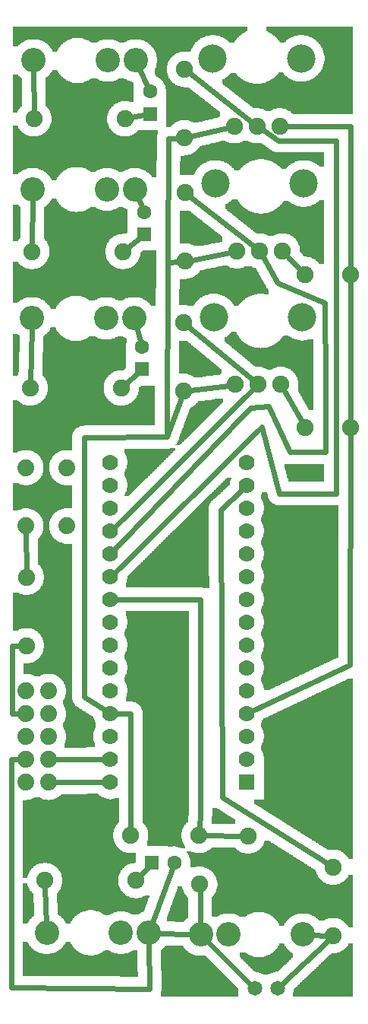
<source format=gtl>
G04 MADE WITH FRITZING*
G04 WWW.FRITZING.ORG*
G04 DOUBLE SIDED*
G04 HOLES PLATED*
G04 CONTOUR ON CENTER OF CONTOUR VECTOR*
%ASAXBY*%
%FSLAX23Y23*%
%MOIN*%
%OFA0B0*%
%SFA1.0B1.0*%
%ADD10C,0.075000*%
%ADD11C,0.074000*%
%ADD12C,0.065000*%
%ADD13C,0.107087*%
%ADD14C,0.074667*%
%ADD15C,0.074695*%
%ADD16C,0.124033*%
%ADD17C,0.070000*%
%ADD18C,0.062992*%
%ADD19R,0.069972X0.070000*%
%ADD20R,0.062992X0.062992*%
%ADD21C,0.024000*%
%LNCOPPER1*%
G90*
G70*
G54D10*
X766Y3976D03*
X1459Y4219D03*
X275Y3903D03*
X1332Y3403D03*
X838Y3392D03*
X237Y3408D03*
X899Y3177D03*
X836Y2818D03*
X598Y2379D03*
X830Y2088D03*
X1204Y2137D03*
X229Y2842D03*
X601Y1650D03*
X1460Y1355D03*
X162Y823D03*
X979Y610D03*
X1464Y181D03*
X764Y198D03*
G54D11*
X97Y2104D03*
X97Y2360D03*
X275Y2104D03*
X275Y2360D03*
X97Y2104D03*
X97Y2360D03*
X275Y2104D03*
X275Y2360D03*
G54D10*
X579Y551D03*
X179Y551D03*
X515Y2709D03*
X115Y2709D03*
X523Y3307D03*
X123Y3307D03*
X531Y3888D03*
X131Y3888D03*
X1523Y3207D03*
X1323Y3207D03*
X1523Y2536D03*
X1323Y2536D03*
X98Y1880D03*
X98Y1580D03*
X1072Y746D03*
X860Y534D03*
X1446Y609D03*
X1446Y309D03*
G54D12*
X1101Y78D03*
X1201Y78D03*
X1101Y78D03*
X1201Y78D03*
G54D13*
X636Y322D03*
X514Y322D03*
X188Y322D03*
X571Y3014D03*
X449Y3014D03*
X122Y3014D03*
X575Y3579D03*
X453Y3579D03*
X126Y3579D03*
X579Y4144D03*
X457Y4144D03*
X130Y4144D03*
X865Y314D03*
X987Y314D03*
X1314Y314D03*
G54D14*
X1016Y2724D03*
X1116Y2724D03*
G54D15*
X1216Y2724D03*
G54D16*
X922Y3019D03*
X1310Y3019D03*
G54D14*
X1023Y3309D03*
X1123Y3309D03*
G54D15*
X1223Y3309D03*
G54D16*
X929Y3605D03*
X1317Y3605D03*
G54D14*
X1012Y3857D03*
X1112Y3857D03*
G54D15*
X1212Y3857D03*
G54D16*
X917Y4153D03*
X1306Y4153D03*
G54D17*
X1067Y982D03*
X1067Y1082D03*
X1067Y1182D03*
X1067Y1282D03*
X1067Y1382D03*
X1067Y1482D03*
X1067Y1582D03*
X1067Y1682D03*
X1067Y1782D03*
X1067Y1882D03*
X1067Y1982D03*
X1067Y2082D03*
X1067Y2182D03*
X1067Y2282D03*
X1067Y2382D03*
X467Y982D03*
X467Y1082D03*
X467Y1182D03*
X467Y1282D03*
X467Y1382D03*
X467Y1482D03*
X467Y1582D03*
X467Y1682D03*
X467Y1782D03*
X467Y1882D03*
X467Y1982D03*
X467Y2082D03*
X467Y2182D03*
X467Y2282D03*
X467Y2382D03*
G54D10*
X857Y748D03*
X557Y748D03*
X790Y2694D03*
X790Y2994D03*
X797Y3265D03*
X797Y3565D03*
X793Y3805D03*
X793Y4105D03*
G54D18*
X649Y628D03*
X748Y628D03*
X607Y2791D03*
X607Y2889D03*
X616Y3382D03*
X616Y3480D03*
X641Y3910D03*
X641Y4008D03*
G54D11*
X96Y1381D03*
X196Y1381D03*
X96Y1281D03*
X196Y1281D03*
X96Y1181D03*
X196Y1181D03*
X96Y1081D03*
X196Y1081D03*
X96Y981D03*
X196Y981D03*
X96Y1381D03*
X196Y1381D03*
X96Y1281D03*
X196Y1281D03*
X96Y1181D03*
X196Y1181D03*
X96Y1081D03*
X196Y1081D03*
X96Y981D03*
X196Y981D03*
G54D19*
X1067Y982D03*
G54D20*
X649Y628D03*
X607Y2791D03*
X616Y3382D03*
X641Y3910D03*
G54D21*
X35Y1580D02*
X35Y1281D01*
D02*
X35Y1281D02*
X64Y1281D01*
D02*
X98Y1908D02*
X97Y2073D01*
D02*
X70Y1580D02*
X35Y1580D01*
D02*
X886Y748D02*
X1044Y746D01*
D02*
X864Y355D02*
X861Y505D01*
D02*
X640Y77D02*
X33Y81D01*
D02*
X33Y81D02*
X33Y1081D01*
D02*
X33Y1081D02*
X64Y1081D01*
D02*
X637Y281D02*
X640Y77D01*
D02*
X557Y1282D02*
X557Y777D01*
D02*
X496Y1282D02*
X557Y1282D01*
D02*
X1523Y3857D02*
X1243Y3857D01*
D02*
X1523Y3235D02*
X1523Y3857D01*
D02*
X1523Y3178D02*
X1523Y2565D01*
D02*
X1304Y3227D02*
X1245Y3287D01*
D02*
X1520Y1495D02*
X1093Y1295D01*
D02*
X1523Y2508D02*
X1520Y1495D01*
D02*
X1309Y2561D02*
X1232Y2697D01*
D02*
X1219Y95D02*
X1425Y290D01*
D02*
X1417Y310D02*
X1355Y312D01*
D02*
X894Y285D02*
X1083Y95D01*
D02*
X180Y522D02*
X186Y363D01*
D02*
X631Y608D02*
X598Y572D01*
D02*
X650Y360D02*
X738Y603D01*
D02*
X824Y315D02*
X677Y320D01*
D02*
X227Y981D02*
X438Y982D01*
D02*
X227Y1081D02*
X438Y1082D01*
D02*
X1132Y2539D02*
X488Y1903D01*
D02*
X1210Y2246D02*
X1132Y2539D01*
D02*
X1458Y2246D02*
X1210Y2246D01*
D02*
X1458Y2671D02*
X1458Y2246D01*
D02*
X1458Y3792D02*
X1458Y2671D01*
D02*
X1206Y3792D02*
X1458Y3792D01*
D02*
X1138Y3839D02*
X1206Y3792D01*
D02*
X1161Y2630D02*
X1256Y2428D01*
D02*
X1412Y2428D02*
X1412Y2729D01*
D02*
X1256Y2428D02*
X1412Y2428D01*
D02*
X1082Y2621D02*
X1161Y2630D01*
D02*
X1202Y3170D02*
X1139Y3282D01*
D02*
X1412Y2729D02*
X1408Y3083D01*
D02*
X1408Y3083D02*
X1202Y3170D01*
D02*
X487Y2003D02*
X1082Y2621D01*
D02*
X1094Y2702D02*
X488Y2103D01*
D02*
X864Y1782D02*
X864Y849D01*
D02*
X864Y849D02*
X859Y776D01*
D02*
X496Y1782D02*
X864Y1782D01*
D02*
X131Y3917D02*
X130Y4103D01*
D02*
X587Y2773D02*
X537Y2728D01*
D02*
X595Y3365D02*
X545Y3325D01*
D02*
X614Y3905D02*
X559Y3894D01*
D02*
X583Y2974D02*
X599Y2915D01*
D02*
X590Y3541D02*
X605Y3505D01*
D02*
X596Y4107D02*
X629Y4033D01*
D02*
X815Y4088D02*
X1087Y3877D01*
D02*
X1098Y3329D02*
X819Y3547D01*
D02*
X122Y2973D02*
X116Y2737D01*
D02*
X125Y3538D02*
X123Y3335D01*
D02*
X1092Y2744D02*
X812Y2976D01*
D02*
X959Y914D02*
X951Y2177D01*
D02*
X951Y2177D02*
X1046Y2263D01*
D02*
X1422Y624D02*
X959Y914D01*
D02*
X716Y2494D02*
X351Y2492D01*
D02*
X351Y2492D02*
X351Y1355D01*
D02*
X351Y1355D02*
X442Y1298D01*
D02*
X780Y2667D02*
X715Y2494D01*
D02*
X818Y2698D02*
X985Y2720D01*
D02*
X720Y3260D02*
X768Y3263D01*
D02*
X716Y2494D02*
X720Y3260D01*
D02*
X825Y3270D02*
X992Y3303D01*
D02*
X724Y3801D02*
X764Y3803D01*
D02*
X720Y3260D02*
X724Y3801D01*
D02*
X821Y3812D02*
X981Y3850D01*
G36*
X40Y4291D02*
X40Y4255D01*
X930Y4255D01*
X930Y4253D01*
X940Y4253D01*
X940Y4251D01*
X948Y4251D01*
X948Y4249D01*
X954Y4249D01*
X954Y4247D01*
X958Y4247D01*
X958Y4245D01*
X962Y4245D01*
X962Y4243D01*
X966Y4243D01*
X966Y4241D01*
X970Y4241D01*
X970Y4239D01*
X974Y4239D01*
X974Y4237D01*
X976Y4237D01*
X976Y4235D01*
X978Y4235D01*
X978Y4233D01*
X982Y4233D01*
X982Y4231D01*
X984Y4231D01*
X984Y4229D01*
X986Y4229D01*
X986Y4227D01*
X988Y4227D01*
X988Y4225D01*
X990Y4225D01*
X990Y4223D01*
X1012Y4223D01*
X1012Y4227D01*
X1014Y4227D01*
X1014Y4229D01*
X1016Y4229D01*
X1016Y4233D01*
X1018Y4233D01*
X1018Y4235D01*
X1020Y4235D01*
X1020Y4237D01*
X1022Y4237D01*
X1022Y4239D01*
X1024Y4239D01*
X1024Y4241D01*
X1026Y4241D01*
X1026Y4245D01*
X1028Y4245D01*
X1028Y4247D01*
X1032Y4247D01*
X1032Y4249D01*
X1034Y4249D01*
X1034Y4251D01*
X1036Y4251D01*
X1036Y4253D01*
X1038Y4253D01*
X1038Y4255D01*
X1040Y4255D01*
X1040Y4257D01*
X1044Y4257D01*
X1044Y4259D01*
X1046Y4259D01*
X1046Y4261D01*
X1050Y4261D01*
X1050Y4263D01*
X1054Y4263D01*
X1054Y4265D01*
X1056Y4265D01*
X1056Y4267D01*
X1060Y4267D01*
X1060Y4269D01*
X1064Y4269D01*
X1064Y4271D01*
X1070Y4271D01*
X1070Y4291D01*
X40Y4291D01*
G37*
D02*
G36*
X40Y4255D02*
X40Y4243D01*
X336Y4243D01*
X336Y4241D01*
X346Y4241D01*
X346Y4239D01*
X354Y4239D01*
X354Y4237D01*
X596Y4237D01*
X596Y4235D01*
X604Y4235D01*
X604Y4233D01*
X610Y4233D01*
X610Y4231D01*
X616Y4231D01*
X616Y4229D01*
X620Y4229D01*
X620Y4227D01*
X624Y4227D01*
X624Y4225D01*
X628Y4225D01*
X628Y4223D01*
X630Y4223D01*
X630Y4221D01*
X634Y4221D01*
X634Y4219D01*
X636Y4219D01*
X636Y4217D01*
X638Y4217D01*
X638Y4215D01*
X640Y4215D01*
X640Y4213D01*
X642Y4213D01*
X642Y4211D01*
X646Y4211D01*
X646Y4207D01*
X648Y4207D01*
X648Y4205D01*
X650Y4205D01*
X650Y4203D01*
X652Y4203D01*
X652Y4201D01*
X654Y4201D01*
X654Y4199D01*
X656Y4199D01*
X656Y4195D01*
X658Y4195D01*
X658Y4191D01*
X660Y4191D01*
X660Y4189D01*
X662Y4189D01*
X662Y4185D01*
X664Y4185D01*
X664Y4181D01*
X666Y4181D01*
X666Y4175D01*
X668Y4175D01*
X668Y4167D01*
X670Y4167D01*
X670Y4159D01*
X672Y4159D01*
X672Y4131D01*
X670Y4131D01*
X670Y4121D01*
X668Y4121D01*
X668Y4113D01*
X666Y4113D01*
X666Y4109D01*
X664Y4109D01*
X664Y4081D01*
X666Y4081D01*
X666Y4075D01*
X668Y4075D01*
X668Y4073D01*
X672Y4073D01*
X672Y4071D01*
X676Y4071D01*
X676Y4069D01*
X680Y4069D01*
X680Y4067D01*
X682Y4067D01*
X682Y4065D01*
X686Y4065D01*
X686Y4063D01*
X688Y4063D01*
X688Y4061D01*
X690Y4061D01*
X690Y4059D01*
X692Y4059D01*
X692Y4057D01*
X694Y4057D01*
X694Y4055D01*
X696Y4055D01*
X696Y4051D01*
X698Y4051D01*
X698Y4049D01*
X700Y4049D01*
X700Y4047D01*
X702Y4047D01*
X702Y4043D01*
X704Y4043D01*
X704Y4039D01*
X706Y4039D01*
X706Y4035D01*
X708Y4035D01*
X708Y4029D01*
X710Y4029D01*
X710Y4019D01*
X712Y4019D01*
X712Y3883D01*
X804Y3883D01*
X804Y3881D01*
X814Y3881D01*
X814Y3879D01*
X820Y3879D01*
X820Y3877D01*
X824Y3877D01*
X824Y3875D01*
X828Y3875D01*
X828Y3873D01*
X856Y3873D01*
X856Y3875D01*
X864Y3875D01*
X864Y3877D01*
X874Y3877D01*
X874Y3879D01*
X882Y3879D01*
X882Y3881D01*
X890Y3881D01*
X890Y3883D01*
X898Y3883D01*
X898Y3885D01*
X906Y3885D01*
X906Y3887D01*
X916Y3887D01*
X916Y3889D01*
X924Y3889D01*
X924Y3891D01*
X932Y3891D01*
X932Y3893D01*
X940Y3893D01*
X940Y3895D01*
X944Y3895D01*
X944Y3897D01*
X946Y3897D01*
X946Y3899D01*
X948Y3899D01*
X948Y3919D01*
X946Y3919D01*
X946Y3921D01*
X944Y3921D01*
X944Y3923D01*
X942Y3923D01*
X942Y3925D01*
X938Y3925D01*
X938Y3927D01*
X936Y3927D01*
X936Y3929D01*
X934Y3929D01*
X934Y3931D01*
X932Y3931D01*
X932Y3933D01*
X928Y3933D01*
X928Y3935D01*
X926Y3935D01*
X926Y3937D01*
X924Y3937D01*
X924Y3939D01*
X920Y3939D01*
X920Y3941D01*
X918Y3941D01*
X918Y3943D01*
X916Y3943D01*
X916Y3945D01*
X914Y3945D01*
X914Y3947D01*
X910Y3947D01*
X910Y3949D01*
X908Y3949D01*
X908Y3951D01*
X906Y3951D01*
X906Y3953D01*
X902Y3953D01*
X902Y3955D01*
X900Y3955D01*
X900Y3957D01*
X898Y3957D01*
X898Y3959D01*
X896Y3959D01*
X896Y3961D01*
X892Y3961D01*
X892Y3963D01*
X890Y3963D01*
X890Y3965D01*
X888Y3965D01*
X888Y3967D01*
X884Y3967D01*
X884Y3969D01*
X882Y3969D01*
X882Y3971D01*
X880Y3971D01*
X880Y3973D01*
X878Y3973D01*
X878Y3975D01*
X874Y3975D01*
X874Y3977D01*
X872Y3977D01*
X872Y3979D01*
X870Y3979D01*
X870Y3981D01*
X866Y3981D01*
X866Y3983D01*
X864Y3983D01*
X864Y3985D01*
X862Y3985D01*
X862Y3987D01*
X860Y3987D01*
X860Y3989D01*
X856Y3989D01*
X856Y3991D01*
X854Y3991D01*
X854Y3993D01*
X852Y3993D01*
X852Y3995D01*
X848Y3995D01*
X848Y3997D01*
X846Y3997D01*
X846Y3999D01*
X844Y3999D01*
X844Y4001D01*
X842Y4001D01*
X842Y4003D01*
X838Y4003D01*
X838Y4005D01*
X836Y4005D01*
X836Y4007D01*
X834Y4007D01*
X834Y4009D01*
X830Y4009D01*
X830Y4011D01*
X828Y4011D01*
X828Y4013D01*
X826Y4013D01*
X826Y4015D01*
X824Y4015D01*
X824Y4017D01*
X820Y4017D01*
X820Y4019D01*
X818Y4019D01*
X818Y4021D01*
X816Y4021D01*
X816Y4023D01*
X812Y4023D01*
X812Y4025D01*
X810Y4025D01*
X810Y4027D01*
X790Y4027D01*
X790Y4029D01*
X776Y4029D01*
X776Y4031D01*
X768Y4031D01*
X768Y4033D01*
X762Y4033D01*
X762Y4035D01*
X758Y4035D01*
X758Y4037D01*
X754Y4037D01*
X754Y4039D01*
X752Y4039D01*
X752Y4041D01*
X748Y4041D01*
X748Y4043D01*
X746Y4043D01*
X746Y4045D01*
X744Y4045D01*
X744Y4047D01*
X740Y4047D01*
X740Y4049D01*
X738Y4049D01*
X738Y4051D01*
X736Y4051D01*
X736Y4053D01*
X734Y4053D01*
X734Y4057D01*
X732Y4057D01*
X732Y4059D01*
X730Y4059D01*
X730Y4061D01*
X728Y4061D01*
X728Y4065D01*
X726Y4065D01*
X726Y4067D01*
X724Y4067D01*
X724Y4071D01*
X722Y4071D01*
X722Y4077D01*
X720Y4077D01*
X720Y4081D01*
X718Y4081D01*
X718Y4089D01*
X716Y4089D01*
X716Y4121D01*
X718Y4121D01*
X718Y4129D01*
X720Y4129D01*
X720Y4135D01*
X722Y4135D01*
X722Y4139D01*
X724Y4139D01*
X724Y4143D01*
X726Y4143D01*
X726Y4147D01*
X728Y4147D01*
X728Y4149D01*
X730Y4149D01*
X730Y4153D01*
X732Y4153D01*
X732Y4155D01*
X734Y4155D01*
X734Y4157D01*
X736Y4157D01*
X736Y4159D01*
X738Y4159D01*
X738Y4161D01*
X740Y4161D01*
X740Y4163D01*
X742Y4163D01*
X742Y4165D01*
X744Y4165D01*
X744Y4167D01*
X748Y4167D01*
X748Y4169D01*
X750Y4169D01*
X750Y4171D01*
X754Y4171D01*
X754Y4173D01*
X756Y4173D01*
X756Y4175D01*
X760Y4175D01*
X760Y4177D01*
X766Y4177D01*
X766Y4179D01*
X772Y4179D01*
X772Y4181D01*
X782Y4181D01*
X782Y4183D01*
X820Y4183D01*
X820Y4185D01*
X822Y4185D01*
X822Y4191D01*
X824Y4191D01*
X824Y4195D01*
X826Y4195D01*
X826Y4199D01*
X828Y4199D01*
X828Y4203D01*
X830Y4203D01*
X830Y4207D01*
X832Y4207D01*
X832Y4209D01*
X834Y4209D01*
X834Y4213D01*
X836Y4213D01*
X836Y4215D01*
X838Y4215D01*
X838Y4217D01*
X840Y4217D01*
X840Y4221D01*
X842Y4221D01*
X842Y4223D01*
X844Y4223D01*
X844Y4225D01*
X846Y4225D01*
X846Y4227D01*
X848Y4227D01*
X848Y4229D01*
X852Y4229D01*
X852Y4231D01*
X854Y4231D01*
X854Y4233D01*
X856Y4233D01*
X856Y4235D01*
X858Y4235D01*
X858Y4237D01*
X862Y4237D01*
X862Y4239D01*
X864Y4239D01*
X864Y4241D01*
X868Y4241D01*
X868Y4243D01*
X872Y4243D01*
X872Y4245D01*
X876Y4245D01*
X876Y4247D01*
X882Y4247D01*
X882Y4249D01*
X886Y4249D01*
X886Y4251D01*
X894Y4251D01*
X894Y4253D01*
X906Y4253D01*
X906Y4255D01*
X40Y4255D01*
G37*
D02*
G36*
X40Y4243D02*
X40Y4237D01*
X148Y4237D01*
X148Y4235D01*
X156Y4235D01*
X156Y4233D01*
X162Y4233D01*
X162Y4231D01*
X166Y4231D01*
X166Y4229D01*
X172Y4229D01*
X172Y4227D01*
X174Y4227D01*
X174Y4225D01*
X178Y4225D01*
X178Y4223D01*
X182Y4223D01*
X182Y4221D01*
X184Y4221D01*
X184Y4219D01*
X188Y4219D01*
X188Y4217D01*
X190Y4217D01*
X190Y4215D01*
X192Y4215D01*
X192Y4213D01*
X194Y4213D01*
X194Y4211D01*
X196Y4211D01*
X196Y4209D01*
X198Y4209D01*
X198Y4207D01*
X200Y4207D01*
X200Y4205D01*
X202Y4205D01*
X202Y4203D01*
X204Y4203D01*
X204Y4199D01*
X206Y4199D01*
X206Y4197D01*
X208Y4197D01*
X208Y4193D01*
X210Y4193D01*
X210Y4191D01*
X212Y4191D01*
X212Y4187D01*
X214Y4187D01*
X214Y4183D01*
X234Y4183D01*
X234Y4187D01*
X236Y4187D01*
X236Y4191D01*
X238Y4191D01*
X238Y4195D01*
X240Y4195D01*
X240Y4199D01*
X242Y4199D01*
X242Y4201D01*
X244Y4201D01*
X244Y4203D01*
X246Y4203D01*
X246Y4207D01*
X248Y4207D01*
X248Y4209D01*
X250Y4209D01*
X250Y4211D01*
X252Y4211D01*
X252Y4213D01*
X254Y4213D01*
X254Y4215D01*
X256Y4215D01*
X256Y4217D01*
X258Y4217D01*
X258Y4219D01*
X260Y4219D01*
X260Y4221D01*
X264Y4221D01*
X264Y4223D01*
X266Y4223D01*
X266Y4225D01*
X268Y4225D01*
X268Y4227D01*
X272Y4227D01*
X272Y4229D01*
X276Y4229D01*
X276Y4231D01*
X278Y4231D01*
X278Y4233D01*
X282Y4233D01*
X282Y4235D01*
X288Y4235D01*
X288Y4237D01*
X292Y4237D01*
X292Y4239D01*
X300Y4239D01*
X300Y4241D01*
X312Y4241D01*
X312Y4243D01*
X40Y4243D01*
G37*
D02*
G36*
X40Y4237D02*
X40Y4205D01*
X60Y4205D01*
X60Y4207D01*
X62Y4207D01*
X62Y4209D01*
X64Y4209D01*
X64Y4211D01*
X66Y4211D01*
X66Y4213D01*
X68Y4213D01*
X68Y4215D01*
X70Y4215D01*
X70Y4217D01*
X72Y4217D01*
X72Y4219D01*
X76Y4219D01*
X76Y4221D01*
X78Y4221D01*
X78Y4223D01*
X82Y4223D01*
X82Y4225D01*
X84Y4225D01*
X84Y4227D01*
X88Y4227D01*
X88Y4229D01*
X92Y4229D01*
X92Y4231D01*
X98Y4231D01*
X98Y4233D01*
X104Y4233D01*
X104Y4235D01*
X112Y4235D01*
X112Y4237D01*
X40Y4237D01*
G37*
D02*
G36*
X360Y4237D02*
X360Y4235D01*
X364Y4235D01*
X364Y4233D01*
X368Y4233D01*
X368Y4231D01*
X372Y4231D01*
X372Y4229D01*
X376Y4229D01*
X376Y4227D01*
X378Y4227D01*
X378Y4225D01*
X382Y4225D01*
X382Y4223D01*
X384Y4223D01*
X384Y4221D01*
X404Y4221D01*
X404Y4223D01*
X408Y4223D01*
X408Y4225D01*
X412Y4225D01*
X412Y4227D01*
X416Y4227D01*
X416Y4229D01*
X420Y4229D01*
X420Y4231D01*
X424Y4231D01*
X424Y4233D01*
X432Y4233D01*
X432Y4235D01*
X440Y4235D01*
X440Y4237D01*
X360Y4237D01*
G37*
D02*
G36*
X474Y4237D02*
X474Y4235D01*
X482Y4235D01*
X482Y4233D01*
X488Y4233D01*
X488Y4231D01*
X494Y4231D01*
X494Y4229D01*
X498Y4229D01*
X498Y4227D01*
X502Y4227D01*
X502Y4225D01*
X506Y4225D01*
X506Y4223D01*
X530Y4223D01*
X530Y4225D01*
X534Y4225D01*
X534Y4227D01*
X538Y4227D01*
X538Y4229D01*
X542Y4229D01*
X542Y4231D01*
X546Y4231D01*
X546Y4233D01*
X554Y4233D01*
X554Y4235D01*
X562Y4235D01*
X562Y4237D01*
X474Y4237D01*
G37*
D02*
G36*
X712Y3883D02*
X712Y3853D01*
X732Y3853D01*
X732Y3855D01*
X734Y3855D01*
X734Y3857D01*
X736Y3857D01*
X736Y3859D01*
X738Y3859D01*
X738Y3861D01*
X740Y3861D01*
X740Y3863D01*
X742Y3863D01*
X742Y3865D01*
X744Y3865D01*
X744Y3867D01*
X748Y3867D01*
X748Y3869D01*
X750Y3869D01*
X750Y3871D01*
X754Y3871D01*
X754Y3873D01*
X756Y3873D01*
X756Y3875D01*
X760Y3875D01*
X760Y3877D01*
X766Y3877D01*
X766Y3879D01*
X772Y3879D01*
X772Y3881D01*
X782Y3881D01*
X782Y3883D01*
X712Y3883D01*
G37*
D02*
G36*
X1154Y4291D02*
X1154Y4271D01*
X1158Y4271D01*
X1158Y4269D01*
X1162Y4269D01*
X1162Y4267D01*
X1166Y4267D01*
X1166Y4265D01*
X1170Y4265D01*
X1170Y4263D01*
X1174Y4263D01*
X1174Y4261D01*
X1176Y4261D01*
X1176Y4259D01*
X1180Y4259D01*
X1180Y4257D01*
X1182Y4257D01*
X1182Y4255D01*
X1318Y4255D01*
X1318Y4253D01*
X1330Y4253D01*
X1330Y4251D01*
X1336Y4251D01*
X1336Y4249D01*
X1342Y4249D01*
X1342Y4247D01*
X1348Y4247D01*
X1348Y4245D01*
X1352Y4245D01*
X1352Y4243D01*
X1356Y4243D01*
X1356Y4241D01*
X1358Y4241D01*
X1358Y4239D01*
X1362Y4239D01*
X1362Y4237D01*
X1364Y4237D01*
X1364Y4235D01*
X1368Y4235D01*
X1368Y4233D01*
X1370Y4233D01*
X1370Y4231D01*
X1372Y4231D01*
X1372Y4229D01*
X1374Y4229D01*
X1374Y4227D01*
X1376Y4227D01*
X1376Y4225D01*
X1378Y4225D01*
X1378Y4223D01*
X1380Y4223D01*
X1380Y4221D01*
X1382Y4221D01*
X1382Y4219D01*
X1384Y4219D01*
X1384Y4217D01*
X1386Y4217D01*
X1386Y4215D01*
X1388Y4215D01*
X1388Y4211D01*
X1390Y4211D01*
X1390Y4209D01*
X1392Y4209D01*
X1392Y4205D01*
X1394Y4205D01*
X1394Y4203D01*
X1396Y4203D01*
X1396Y4199D01*
X1398Y4199D01*
X1398Y4195D01*
X1400Y4195D01*
X1400Y4189D01*
X1402Y4189D01*
X1402Y4183D01*
X1404Y4183D01*
X1404Y4177D01*
X1406Y4177D01*
X1406Y4165D01*
X1408Y4165D01*
X1408Y4141D01*
X1406Y4141D01*
X1406Y4129D01*
X1404Y4129D01*
X1404Y4123D01*
X1402Y4123D01*
X1402Y4117D01*
X1400Y4117D01*
X1400Y4111D01*
X1398Y4111D01*
X1398Y4107D01*
X1396Y4107D01*
X1396Y4103D01*
X1394Y4103D01*
X1394Y4101D01*
X1392Y4101D01*
X1392Y4097D01*
X1390Y4097D01*
X1390Y4093D01*
X1388Y4093D01*
X1388Y4091D01*
X1386Y4091D01*
X1386Y4089D01*
X1384Y4089D01*
X1384Y4087D01*
X1382Y4087D01*
X1382Y4085D01*
X1380Y4085D01*
X1380Y4081D01*
X1378Y4081D01*
X1378Y4079D01*
X1374Y4079D01*
X1374Y4077D01*
X1372Y4077D01*
X1372Y4075D01*
X1370Y4075D01*
X1370Y4073D01*
X1368Y4073D01*
X1368Y4071D01*
X1366Y4071D01*
X1366Y4069D01*
X1362Y4069D01*
X1362Y4067D01*
X1360Y4067D01*
X1360Y4065D01*
X1356Y4065D01*
X1356Y4063D01*
X1352Y4063D01*
X1352Y4061D01*
X1348Y4061D01*
X1348Y4059D01*
X1344Y4059D01*
X1344Y4057D01*
X1338Y4057D01*
X1338Y4055D01*
X1330Y4055D01*
X1330Y4053D01*
X1320Y4053D01*
X1320Y4051D01*
X1534Y4051D01*
X1534Y4291D01*
X1154Y4291D01*
G37*
D02*
G36*
X1184Y4255D02*
X1184Y4253D01*
X1188Y4253D01*
X1188Y4251D01*
X1190Y4251D01*
X1190Y4249D01*
X1192Y4249D01*
X1192Y4247D01*
X1194Y4247D01*
X1194Y4245D01*
X1196Y4245D01*
X1196Y4243D01*
X1198Y4243D01*
X1198Y4241D01*
X1200Y4241D01*
X1200Y4239D01*
X1202Y4239D01*
X1202Y4237D01*
X1204Y4237D01*
X1204Y4233D01*
X1206Y4233D01*
X1206Y4231D01*
X1208Y4231D01*
X1208Y4229D01*
X1210Y4229D01*
X1210Y4225D01*
X1212Y4225D01*
X1212Y4223D01*
X1232Y4223D01*
X1232Y4225D01*
X1234Y4225D01*
X1234Y4227D01*
X1238Y4227D01*
X1238Y4229D01*
X1240Y4229D01*
X1240Y4231D01*
X1242Y4231D01*
X1242Y4233D01*
X1244Y4233D01*
X1244Y4235D01*
X1246Y4235D01*
X1246Y4237D01*
X1250Y4237D01*
X1250Y4239D01*
X1254Y4239D01*
X1254Y4241D01*
X1256Y4241D01*
X1256Y4243D01*
X1260Y4243D01*
X1260Y4245D01*
X1264Y4245D01*
X1264Y4247D01*
X1270Y4247D01*
X1270Y4249D01*
X1276Y4249D01*
X1276Y4251D01*
X1282Y4251D01*
X1282Y4253D01*
X1294Y4253D01*
X1294Y4255D01*
X1184Y4255D01*
G37*
D02*
G36*
X1206Y4091D02*
X1206Y4087D01*
X1204Y4087D01*
X1204Y4085D01*
X1202Y4085D01*
X1202Y4083D01*
X1200Y4083D01*
X1200Y4081D01*
X1198Y4081D01*
X1198Y4079D01*
X1196Y4079D01*
X1196Y4077D01*
X1194Y4077D01*
X1194Y4075D01*
X1192Y4075D01*
X1192Y4073D01*
X1190Y4073D01*
X1190Y4071D01*
X1188Y4071D01*
X1188Y4069D01*
X1186Y4069D01*
X1186Y4067D01*
X1182Y4067D01*
X1182Y4065D01*
X1180Y4065D01*
X1180Y4063D01*
X1176Y4063D01*
X1176Y4061D01*
X1174Y4061D01*
X1174Y4059D01*
X1170Y4059D01*
X1170Y4057D01*
X1166Y4057D01*
X1166Y4055D01*
X1162Y4055D01*
X1162Y4053D01*
X1158Y4053D01*
X1158Y4051D01*
X1292Y4051D01*
X1292Y4053D01*
X1280Y4053D01*
X1280Y4055D01*
X1274Y4055D01*
X1274Y4057D01*
X1268Y4057D01*
X1268Y4059D01*
X1264Y4059D01*
X1264Y4061D01*
X1260Y4061D01*
X1260Y4063D01*
X1256Y4063D01*
X1256Y4065D01*
X1252Y4065D01*
X1252Y4067D01*
X1250Y4067D01*
X1250Y4069D01*
X1246Y4069D01*
X1246Y4071D01*
X1244Y4071D01*
X1244Y4073D01*
X1242Y4073D01*
X1242Y4075D01*
X1238Y4075D01*
X1238Y4077D01*
X1236Y4077D01*
X1236Y4079D01*
X1234Y4079D01*
X1234Y4081D01*
X1232Y4081D01*
X1232Y4083D01*
X1230Y4083D01*
X1230Y4085D01*
X1228Y4085D01*
X1228Y4089D01*
X1226Y4089D01*
X1226Y4091D01*
X1206Y4091D01*
G37*
D02*
G36*
X996Y4089D02*
X996Y4087D01*
X994Y4087D01*
X994Y4085D01*
X992Y4085D01*
X992Y4083D01*
X990Y4083D01*
X990Y4081D01*
X988Y4081D01*
X988Y4079D01*
X986Y4079D01*
X986Y4077D01*
X984Y4077D01*
X984Y4075D01*
X982Y4075D01*
X982Y4073D01*
X980Y4073D01*
X980Y4071D01*
X976Y4071D01*
X976Y4069D01*
X974Y4069D01*
X974Y4067D01*
X970Y4067D01*
X970Y4065D01*
X968Y4065D01*
X968Y4063D01*
X964Y4063D01*
X964Y4061D01*
X960Y4061D01*
X960Y4043D01*
X1092Y4043D01*
X1092Y4045D01*
X1082Y4045D01*
X1082Y4047D01*
X1076Y4047D01*
X1076Y4049D01*
X1070Y4049D01*
X1070Y4051D01*
X1064Y4051D01*
X1064Y4053D01*
X1060Y4053D01*
X1060Y4055D01*
X1056Y4055D01*
X1056Y4057D01*
X1052Y4057D01*
X1052Y4059D01*
X1050Y4059D01*
X1050Y4061D01*
X1046Y4061D01*
X1046Y4063D01*
X1044Y4063D01*
X1044Y4065D01*
X1040Y4065D01*
X1040Y4067D01*
X1038Y4067D01*
X1038Y4069D01*
X1036Y4069D01*
X1036Y4071D01*
X1034Y4071D01*
X1034Y4073D01*
X1030Y4073D01*
X1030Y4075D01*
X1028Y4075D01*
X1028Y4077D01*
X1026Y4077D01*
X1026Y4079D01*
X1024Y4079D01*
X1024Y4083D01*
X1022Y4083D01*
X1022Y4085D01*
X1020Y4085D01*
X1020Y4087D01*
X1018Y4087D01*
X1018Y4089D01*
X996Y4089D01*
G37*
D02*
G36*
X1154Y4051D02*
X1154Y4049D01*
X1534Y4049D01*
X1534Y4051D01*
X1154Y4051D01*
G37*
D02*
G36*
X1154Y4051D02*
X1154Y4049D01*
X1534Y4049D01*
X1534Y4051D01*
X1154Y4051D01*
G37*
D02*
G36*
X1148Y4049D02*
X1148Y4047D01*
X1140Y4047D01*
X1140Y4045D01*
X1132Y4045D01*
X1132Y4043D01*
X1534Y4043D01*
X1534Y4049D01*
X1148Y4049D01*
G37*
D02*
G36*
X960Y4043D02*
X960Y4041D01*
X1534Y4041D01*
X1534Y4043D01*
X960Y4043D01*
G37*
D02*
G36*
X960Y4043D02*
X960Y4041D01*
X1534Y4041D01*
X1534Y4043D01*
X960Y4043D01*
G37*
D02*
G36*
X962Y4041D02*
X962Y4039D01*
X964Y4039D01*
X964Y4037D01*
X966Y4037D01*
X966Y4035D01*
X970Y4035D01*
X970Y4033D01*
X972Y4033D01*
X972Y4031D01*
X974Y4031D01*
X974Y4029D01*
X978Y4029D01*
X978Y4027D01*
X980Y4027D01*
X980Y4025D01*
X982Y4025D01*
X982Y4023D01*
X984Y4023D01*
X984Y4021D01*
X988Y4021D01*
X988Y4019D01*
X990Y4019D01*
X990Y4017D01*
X992Y4017D01*
X992Y4015D01*
X996Y4015D01*
X996Y4013D01*
X998Y4013D01*
X998Y4011D01*
X1000Y4011D01*
X1000Y4009D01*
X1002Y4009D01*
X1002Y4007D01*
X1006Y4007D01*
X1006Y4005D01*
X1008Y4005D01*
X1008Y4003D01*
X1010Y4003D01*
X1010Y4001D01*
X1014Y4001D01*
X1014Y3999D01*
X1016Y3999D01*
X1016Y3997D01*
X1018Y3997D01*
X1018Y3995D01*
X1020Y3995D01*
X1020Y3993D01*
X1024Y3993D01*
X1024Y3991D01*
X1026Y3991D01*
X1026Y3989D01*
X1028Y3989D01*
X1028Y3987D01*
X1032Y3987D01*
X1032Y3985D01*
X1034Y3985D01*
X1034Y3983D01*
X1036Y3983D01*
X1036Y3981D01*
X1038Y3981D01*
X1038Y3979D01*
X1042Y3979D01*
X1042Y3977D01*
X1044Y3977D01*
X1044Y3975D01*
X1046Y3975D01*
X1046Y3973D01*
X1050Y3973D01*
X1050Y3971D01*
X1052Y3971D01*
X1052Y3969D01*
X1054Y3969D01*
X1054Y3967D01*
X1056Y3967D01*
X1056Y3965D01*
X1060Y3965D01*
X1060Y3963D01*
X1062Y3963D01*
X1062Y3961D01*
X1064Y3961D01*
X1064Y3959D01*
X1068Y3959D01*
X1068Y3957D01*
X1070Y3957D01*
X1070Y3955D01*
X1072Y3955D01*
X1072Y3953D01*
X1074Y3953D01*
X1074Y3951D01*
X1078Y3951D01*
X1078Y3949D01*
X1080Y3949D01*
X1080Y3947D01*
X1082Y3947D01*
X1082Y3945D01*
X1086Y3945D01*
X1086Y3943D01*
X1088Y3943D01*
X1088Y3941D01*
X1090Y3941D01*
X1090Y3939D01*
X1092Y3939D01*
X1092Y3937D01*
X1096Y3937D01*
X1096Y3935D01*
X1222Y3935D01*
X1222Y3933D01*
X1232Y3933D01*
X1232Y3931D01*
X1238Y3931D01*
X1238Y3929D01*
X1244Y3929D01*
X1244Y3927D01*
X1248Y3927D01*
X1248Y3925D01*
X1250Y3925D01*
X1250Y3923D01*
X1254Y3923D01*
X1254Y3921D01*
X1258Y3921D01*
X1258Y3919D01*
X1260Y3919D01*
X1260Y3917D01*
X1262Y3917D01*
X1262Y3915D01*
X1264Y3915D01*
X1264Y3913D01*
X1266Y3913D01*
X1266Y3911D01*
X1268Y3911D01*
X1268Y3909D01*
X1534Y3909D01*
X1534Y4041D01*
X962Y4041D01*
G37*
D02*
G36*
X1122Y3935D02*
X1122Y3933D01*
X1132Y3933D01*
X1132Y3931D01*
X1138Y3931D01*
X1138Y3929D01*
X1144Y3929D01*
X1144Y3927D01*
X1148Y3927D01*
X1148Y3925D01*
X1150Y3925D01*
X1150Y3923D01*
X1172Y3923D01*
X1172Y3925D01*
X1176Y3925D01*
X1176Y3927D01*
X1180Y3927D01*
X1180Y3929D01*
X1184Y3929D01*
X1184Y3931D01*
X1192Y3931D01*
X1192Y3933D01*
X1200Y3933D01*
X1200Y3935D01*
X1122Y3935D01*
G37*
D02*
G36*
X40Y4083D02*
X40Y3917D01*
X60Y3917D01*
X60Y3921D01*
X62Y3921D01*
X62Y3925D01*
X64Y3925D01*
X64Y3929D01*
X66Y3929D01*
X66Y3933D01*
X68Y3933D01*
X68Y3935D01*
X70Y3935D01*
X70Y3937D01*
X72Y3937D01*
X72Y3939D01*
X74Y3939D01*
X74Y3941D01*
X76Y3941D01*
X76Y3943D01*
X78Y3943D01*
X78Y4067D01*
X76Y4067D01*
X76Y4069D01*
X74Y4069D01*
X74Y4071D01*
X70Y4071D01*
X70Y4073D01*
X68Y4073D01*
X68Y4075D01*
X66Y4075D01*
X66Y4077D01*
X64Y4077D01*
X64Y4079D01*
X62Y4079D01*
X62Y4081D01*
X60Y4081D01*
X60Y4083D01*
X40Y4083D01*
G37*
D02*
G36*
X214Y4103D02*
X214Y4101D01*
X212Y4101D01*
X212Y4097D01*
X210Y4097D01*
X210Y4095D01*
X208Y4095D01*
X208Y4091D01*
X206Y4091D01*
X206Y4089D01*
X204Y4089D01*
X204Y4087D01*
X202Y4087D01*
X202Y4083D01*
X200Y4083D01*
X200Y4081D01*
X198Y4081D01*
X198Y4079D01*
X196Y4079D01*
X196Y4077D01*
X194Y4077D01*
X194Y4075D01*
X192Y4075D01*
X192Y4073D01*
X190Y4073D01*
X190Y4071D01*
X186Y4071D01*
X186Y4069D01*
X184Y4069D01*
X184Y4067D01*
X182Y4067D01*
X182Y4045D01*
X310Y4045D01*
X310Y4047D01*
X300Y4047D01*
X300Y4049D01*
X292Y4049D01*
X292Y4051D01*
X286Y4051D01*
X286Y4053D01*
X282Y4053D01*
X282Y4055D01*
X278Y4055D01*
X278Y4057D01*
X274Y4057D01*
X274Y4059D01*
X272Y4059D01*
X272Y4061D01*
X268Y4061D01*
X268Y4063D01*
X266Y4063D01*
X266Y4065D01*
X262Y4065D01*
X262Y4067D01*
X260Y4067D01*
X260Y4069D01*
X258Y4069D01*
X258Y4071D01*
X256Y4071D01*
X256Y4073D01*
X254Y4073D01*
X254Y4075D01*
X252Y4075D01*
X252Y4077D01*
X250Y4077D01*
X250Y4079D01*
X248Y4079D01*
X248Y4081D01*
X246Y4081D01*
X246Y4083D01*
X244Y4083D01*
X244Y4087D01*
X242Y4087D01*
X242Y4089D01*
X240Y4089D01*
X240Y4093D01*
X238Y4093D01*
X238Y4095D01*
X236Y4095D01*
X236Y4099D01*
X234Y4099D01*
X234Y4103D01*
X214Y4103D01*
G37*
D02*
G36*
X384Y4067D02*
X384Y4065D01*
X382Y4065D01*
X382Y4063D01*
X378Y4063D01*
X378Y4061D01*
X376Y4061D01*
X376Y4059D01*
X372Y4059D01*
X372Y4057D01*
X370Y4057D01*
X370Y4055D01*
X364Y4055D01*
X364Y4053D01*
X360Y4053D01*
X360Y4051D01*
X442Y4051D01*
X442Y4053D01*
X432Y4053D01*
X432Y4055D01*
X426Y4055D01*
X426Y4057D01*
X420Y4057D01*
X420Y4059D01*
X416Y4059D01*
X416Y4061D01*
X412Y4061D01*
X412Y4063D01*
X408Y4063D01*
X408Y4065D01*
X406Y4065D01*
X406Y4067D01*
X384Y4067D01*
G37*
D02*
G36*
X508Y4067D02*
X508Y4065D01*
X504Y4065D01*
X504Y4063D01*
X502Y4063D01*
X502Y4061D01*
X498Y4061D01*
X498Y4059D01*
X494Y4059D01*
X494Y4057D01*
X488Y4057D01*
X488Y4055D01*
X482Y4055D01*
X482Y4053D01*
X472Y4053D01*
X472Y4051D01*
X564Y4051D01*
X564Y4053D01*
X554Y4053D01*
X554Y4055D01*
X548Y4055D01*
X548Y4057D01*
X542Y4057D01*
X542Y4059D01*
X538Y4059D01*
X538Y4061D01*
X534Y4061D01*
X534Y4063D01*
X530Y4063D01*
X530Y4065D01*
X528Y4065D01*
X528Y4067D01*
X508Y4067D01*
G37*
D02*
G36*
X354Y4051D02*
X354Y4049D01*
X564Y4049D01*
X564Y4051D01*
X354Y4051D01*
G37*
D02*
G36*
X354Y4051D02*
X354Y4049D01*
X564Y4049D01*
X564Y4051D01*
X354Y4051D01*
G37*
D02*
G36*
X348Y4049D02*
X348Y4047D01*
X338Y4047D01*
X338Y4045D01*
X566Y4045D01*
X566Y4049D01*
X348Y4049D01*
G37*
D02*
G36*
X182Y4045D02*
X182Y4043D01*
X568Y4043D01*
X568Y4045D01*
X182Y4045D01*
G37*
D02*
G36*
X182Y4045D02*
X182Y4043D01*
X568Y4043D01*
X568Y4045D01*
X182Y4045D01*
G37*
D02*
G36*
X182Y4043D02*
X182Y3965D01*
X548Y3965D01*
X548Y3963D01*
X570Y3963D01*
X570Y4039D01*
X568Y4039D01*
X568Y4043D01*
X182Y4043D01*
G37*
D02*
G36*
X182Y3965D02*
X182Y3945D01*
X184Y3945D01*
X184Y3943D01*
X186Y3943D01*
X186Y3941D01*
X188Y3941D01*
X188Y3939D01*
X190Y3939D01*
X190Y3937D01*
X192Y3937D01*
X192Y3935D01*
X194Y3935D01*
X194Y3933D01*
X196Y3933D01*
X196Y3929D01*
X198Y3929D01*
X198Y3925D01*
X200Y3925D01*
X200Y3921D01*
X202Y3921D01*
X202Y3917D01*
X204Y3917D01*
X204Y3911D01*
X206Y3911D01*
X206Y3903D01*
X208Y3903D01*
X208Y3873D01*
X206Y3873D01*
X206Y3865D01*
X204Y3865D01*
X204Y3859D01*
X202Y3859D01*
X202Y3855D01*
X200Y3855D01*
X200Y3851D01*
X198Y3851D01*
X198Y3847D01*
X196Y3847D01*
X196Y3845D01*
X194Y3845D01*
X194Y3843D01*
X192Y3843D01*
X192Y3839D01*
X190Y3839D01*
X190Y3837D01*
X188Y3837D01*
X188Y3835D01*
X186Y3835D01*
X186Y3833D01*
X184Y3833D01*
X184Y3831D01*
X182Y3831D01*
X182Y3829D01*
X180Y3829D01*
X180Y3827D01*
X176Y3827D01*
X176Y3825D01*
X174Y3825D01*
X174Y3823D01*
X170Y3823D01*
X170Y3821D01*
X168Y3821D01*
X168Y3819D01*
X164Y3819D01*
X164Y3817D01*
X158Y3817D01*
X158Y3815D01*
X152Y3815D01*
X152Y3813D01*
X144Y3813D01*
X144Y3811D01*
X518Y3811D01*
X518Y3813D01*
X510Y3813D01*
X510Y3815D01*
X504Y3815D01*
X504Y3817D01*
X498Y3817D01*
X498Y3819D01*
X494Y3819D01*
X494Y3821D01*
X492Y3821D01*
X492Y3823D01*
X488Y3823D01*
X488Y3825D01*
X486Y3825D01*
X486Y3827D01*
X482Y3827D01*
X482Y3829D01*
X480Y3829D01*
X480Y3831D01*
X478Y3831D01*
X478Y3833D01*
X476Y3833D01*
X476Y3835D01*
X474Y3835D01*
X474Y3837D01*
X472Y3837D01*
X472Y3839D01*
X470Y3839D01*
X470Y3843D01*
X468Y3843D01*
X468Y3845D01*
X466Y3845D01*
X466Y3847D01*
X464Y3847D01*
X464Y3851D01*
X462Y3851D01*
X462Y3855D01*
X460Y3855D01*
X460Y3859D01*
X458Y3859D01*
X458Y3865D01*
X456Y3865D01*
X456Y3873D01*
X454Y3873D01*
X454Y3903D01*
X456Y3903D01*
X456Y3911D01*
X458Y3911D01*
X458Y3917D01*
X460Y3917D01*
X460Y3921D01*
X462Y3921D01*
X462Y3925D01*
X464Y3925D01*
X464Y3929D01*
X466Y3929D01*
X466Y3933D01*
X468Y3933D01*
X468Y3935D01*
X470Y3935D01*
X470Y3937D01*
X472Y3937D01*
X472Y3939D01*
X474Y3939D01*
X474Y3941D01*
X476Y3941D01*
X476Y3943D01*
X478Y3943D01*
X478Y3945D01*
X480Y3945D01*
X480Y3947D01*
X482Y3947D01*
X482Y3949D01*
X484Y3949D01*
X484Y3951D01*
X486Y3951D01*
X486Y3953D01*
X490Y3953D01*
X490Y3955D01*
X494Y3955D01*
X494Y3957D01*
X498Y3957D01*
X498Y3959D01*
X502Y3959D01*
X502Y3961D01*
X508Y3961D01*
X508Y3963D01*
X514Y3963D01*
X514Y3965D01*
X182Y3965D01*
G37*
D02*
G36*
X40Y3859D02*
X40Y3811D01*
X118Y3811D01*
X118Y3813D01*
X110Y3813D01*
X110Y3815D01*
X104Y3815D01*
X104Y3817D01*
X98Y3817D01*
X98Y3819D01*
X94Y3819D01*
X94Y3821D01*
X92Y3821D01*
X92Y3823D01*
X88Y3823D01*
X88Y3825D01*
X86Y3825D01*
X86Y3827D01*
X82Y3827D01*
X82Y3829D01*
X80Y3829D01*
X80Y3831D01*
X78Y3831D01*
X78Y3833D01*
X76Y3833D01*
X76Y3835D01*
X74Y3835D01*
X74Y3837D01*
X72Y3837D01*
X72Y3839D01*
X70Y3839D01*
X70Y3843D01*
X68Y3843D01*
X68Y3845D01*
X66Y3845D01*
X66Y3847D01*
X64Y3847D01*
X64Y3851D01*
X62Y3851D01*
X62Y3855D01*
X60Y3855D01*
X60Y3859D01*
X40Y3859D01*
G37*
D02*
G36*
X590Y3839D02*
X590Y3837D01*
X588Y3837D01*
X588Y3835D01*
X586Y3835D01*
X586Y3833D01*
X584Y3833D01*
X584Y3831D01*
X582Y3831D01*
X582Y3829D01*
X580Y3829D01*
X580Y3827D01*
X576Y3827D01*
X576Y3825D01*
X574Y3825D01*
X574Y3823D01*
X570Y3823D01*
X570Y3821D01*
X568Y3821D01*
X568Y3819D01*
X564Y3819D01*
X564Y3817D01*
X558Y3817D01*
X558Y3815D01*
X552Y3815D01*
X552Y3813D01*
X544Y3813D01*
X544Y3811D01*
X672Y3811D01*
X672Y3813D01*
X674Y3813D01*
X674Y3819D01*
X676Y3819D01*
X676Y3839D01*
X590Y3839D01*
G37*
D02*
G36*
X40Y3811D02*
X40Y3809D01*
X672Y3809D01*
X672Y3811D01*
X40Y3811D01*
G37*
D02*
G36*
X40Y3811D02*
X40Y3809D01*
X672Y3809D01*
X672Y3811D01*
X40Y3811D01*
G37*
D02*
G36*
X40Y3811D02*
X40Y3809D01*
X672Y3809D01*
X672Y3811D01*
X40Y3811D01*
G37*
D02*
G36*
X40Y3809D02*
X40Y3677D01*
X338Y3677D01*
X338Y3675D01*
X346Y3675D01*
X346Y3673D01*
X584Y3673D01*
X584Y3671D01*
X596Y3671D01*
X596Y3669D01*
X604Y3669D01*
X604Y3667D01*
X608Y3667D01*
X608Y3665D01*
X614Y3665D01*
X614Y3663D01*
X618Y3663D01*
X618Y3661D01*
X622Y3661D01*
X622Y3659D01*
X624Y3659D01*
X624Y3657D01*
X628Y3657D01*
X628Y3655D01*
X630Y3655D01*
X630Y3653D01*
X632Y3653D01*
X632Y3651D01*
X636Y3651D01*
X636Y3649D01*
X638Y3649D01*
X638Y3647D01*
X640Y3647D01*
X640Y3645D01*
X642Y3645D01*
X642Y3643D01*
X644Y3643D01*
X644Y3641D01*
X646Y3641D01*
X646Y3639D01*
X648Y3639D01*
X648Y3635D01*
X650Y3635D01*
X650Y3633D01*
X670Y3633D01*
X670Y3705D01*
X672Y3705D01*
X672Y3809D01*
X40Y3809D01*
G37*
D02*
G36*
X40Y3677D02*
X40Y3673D01*
X136Y3673D01*
X136Y3671D01*
X148Y3671D01*
X148Y3669D01*
X154Y3669D01*
X154Y3667D01*
X160Y3667D01*
X160Y3665D01*
X164Y3665D01*
X164Y3663D01*
X168Y3663D01*
X168Y3661D01*
X172Y3661D01*
X172Y3659D01*
X176Y3659D01*
X176Y3657D01*
X178Y3657D01*
X178Y3655D01*
X182Y3655D01*
X182Y3653D01*
X184Y3653D01*
X184Y3651D01*
X186Y3651D01*
X186Y3649D01*
X188Y3649D01*
X188Y3647D01*
X192Y3647D01*
X192Y3643D01*
X194Y3643D01*
X194Y3641D01*
X196Y3641D01*
X196Y3639D01*
X198Y3639D01*
X198Y3637D01*
X200Y3637D01*
X200Y3635D01*
X202Y3635D01*
X202Y3631D01*
X204Y3631D01*
X204Y3629D01*
X206Y3629D01*
X206Y3625D01*
X208Y3625D01*
X208Y3621D01*
X210Y3621D01*
X210Y3619D01*
X230Y3619D01*
X230Y3623D01*
X232Y3623D01*
X232Y3627D01*
X234Y3627D01*
X234Y3631D01*
X236Y3631D01*
X236Y3633D01*
X238Y3633D01*
X238Y3637D01*
X240Y3637D01*
X240Y3639D01*
X242Y3639D01*
X242Y3641D01*
X244Y3641D01*
X244Y3643D01*
X246Y3643D01*
X246Y3647D01*
X248Y3647D01*
X248Y3649D01*
X250Y3649D01*
X250Y3651D01*
X252Y3651D01*
X252Y3653D01*
X256Y3653D01*
X256Y3655D01*
X258Y3655D01*
X258Y3657D01*
X260Y3657D01*
X260Y3659D01*
X264Y3659D01*
X264Y3661D01*
X266Y3661D01*
X266Y3663D01*
X270Y3663D01*
X270Y3665D01*
X272Y3665D01*
X272Y3667D01*
X276Y3667D01*
X276Y3669D01*
X280Y3669D01*
X280Y3671D01*
X286Y3671D01*
X286Y3673D01*
X292Y3673D01*
X292Y3675D01*
X300Y3675D01*
X300Y3677D01*
X40Y3677D01*
G37*
D02*
G36*
X40Y3673D02*
X40Y3645D01*
X60Y3645D01*
X60Y3647D01*
X62Y3647D01*
X62Y3649D01*
X64Y3649D01*
X64Y3651D01*
X68Y3651D01*
X68Y3653D01*
X70Y3653D01*
X70Y3655D01*
X72Y3655D01*
X72Y3657D01*
X76Y3657D01*
X76Y3659D01*
X80Y3659D01*
X80Y3661D01*
X82Y3661D01*
X82Y3663D01*
X86Y3663D01*
X86Y3665D01*
X92Y3665D01*
X92Y3667D01*
X96Y3667D01*
X96Y3669D01*
X104Y3669D01*
X104Y3671D01*
X116Y3671D01*
X116Y3673D01*
X40Y3673D01*
G37*
D02*
G36*
X352Y3673D02*
X352Y3671D01*
X358Y3671D01*
X358Y3669D01*
X362Y3669D01*
X362Y3667D01*
X366Y3667D01*
X366Y3665D01*
X370Y3665D01*
X370Y3663D01*
X372Y3663D01*
X372Y3661D01*
X376Y3661D01*
X376Y3659D01*
X378Y3659D01*
X378Y3657D01*
X402Y3657D01*
X402Y3659D01*
X406Y3659D01*
X406Y3661D01*
X410Y3661D01*
X410Y3663D01*
X414Y3663D01*
X414Y3665D01*
X418Y3665D01*
X418Y3667D01*
X424Y3667D01*
X424Y3669D01*
X432Y3669D01*
X432Y3671D01*
X442Y3671D01*
X442Y3673D01*
X352Y3673D01*
G37*
D02*
G36*
X462Y3673D02*
X462Y3671D01*
X474Y3671D01*
X474Y3669D01*
X482Y3669D01*
X482Y3667D01*
X486Y3667D01*
X486Y3665D01*
X492Y3665D01*
X492Y3663D01*
X496Y3663D01*
X496Y3661D01*
X500Y3661D01*
X500Y3659D01*
X502Y3659D01*
X502Y3657D01*
X524Y3657D01*
X524Y3659D01*
X528Y3659D01*
X528Y3661D01*
X532Y3661D01*
X532Y3663D01*
X536Y3663D01*
X536Y3665D01*
X540Y3665D01*
X540Y3667D01*
X546Y3667D01*
X546Y3669D01*
X554Y3669D01*
X554Y3671D01*
X564Y3671D01*
X564Y3673D01*
X462Y3673D01*
G37*
D02*
G36*
X952Y3791D02*
X952Y3789D01*
X944Y3789D01*
X944Y3787D01*
X936Y3787D01*
X936Y3785D01*
X928Y3785D01*
X928Y3783D01*
X920Y3783D01*
X920Y3781D01*
X996Y3781D01*
X996Y3783D01*
X988Y3783D01*
X988Y3785D01*
X982Y3785D01*
X982Y3787D01*
X978Y3787D01*
X978Y3789D01*
X974Y3789D01*
X974Y3791D01*
X952Y3791D01*
G37*
D02*
G36*
X1050Y3791D02*
X1050Y3789D01*
X1046Y3789D01*
X1046Y3787D01*
X1042Y3787D01*
X1042Y3785D01*
X1036Y3785D01*
X1036Y3783D01*
X1028Y3783D01*
X1028Y3781D01*
X1096Y3781D01*
X1096Y3783D01*
X1088Y3783D01*
X1088Y3785D01*
X1082Y3785D01*
X1082Y3787D01*
X1078Y3787D01*
X1078Y3789D01*
X1074Y3789D01*
X1074Y3791D01*
X1050Y3791D01*
G37*
D02*
G36*
X910Y3781D02*
X910Y3779D01*
X1132Y3779D01*
X1132Y3781D01*
X910Y3781D01*
G37*
D02*
G36*
X910Y3781D02*
X910Y3779D01*
X1132Y3779D01*
X1132Y3781D01*
X910Y3781D01*
G37*
D02*
G36*
X902Y3779D02*
X902Y3777D01*
X894Y3777D01*
X894Y3775D01*
X886Y3775D01*
X886Y3773D01*
X878Y3773D01*
X878Y3771D01*
X868Y3771D01*
X868Y3769D01*
X860Y3769D01*
X860Y3765D01*
X858Y3765D01*
X858Y3763D01*
X856Y3763D01*
X856Y3759D01*
X854Y3759D01*
X854Y3757D01*
X852Y3757D01*
X852Y3755D01*
X850Y3755D01*
X850Y3753D01*
X848Y3753D01*
X848Y3751D01*
X846Y3751D01*
X846Y3749D01*
X844Y3749D01*
X844Y3747D01*
X842Y3747D01*
X842Y3745D01*
X840Y3745D01*
X840Y3743D01*
X838Y3743D01*
X838Y3741D01*
X834Y3741D01*
X834Y3739D01*
X830Y3739D01*
X830Y3737D01*
X828Y3737D01*
X828Y3735D01*
X822Y3735D01*
X822Y3733D01*
X818Y3733D01*
X818Y3731D01*
X810Y3731D01*
X810Y3729D01*
X794Y3729D01*
X794Y3727D01*
X776Y3727D01*
X776Y3711D01*
X1144Y3711D01*
X1144Y3709D01*
X1156Y3709D01*
X1156Y3707D01*
X1330Y3707D01*
X1330Y3705D01*
X1342Y3705D01*
X1342Y3703D01*
X1348Y3703D01*
X1348Y3701D01*
X1354Y3701D01*
X1354Y3699D01*
X1358Y3699D01*
X1358Y3697D01*
X1362Y3697D01*
X1362Y3695D01*
X1366Y3695D01*
X1366Y3693D01*
X1370Y3693D01*
X1370Y3691D01*
X1374Y3691D01*
X1374Y3689D01*
X1376Y3689D01*
X1376Y3687D01*
X1378Y3687D01*
X1378Y3685D01*
X1382Y3685D01*
X1382Y3683D01*
X1384Y3683D01*
X1384Y3681D01*
X1386Y3681D01*
X1386Y3679D01*
X1406Y3679D01*
X1406Y3741D01*
X1194Y3741D01*
X1194Y3743D01*
X1188Y3743D01*
X1188Y3745D01*
X1184Y3745D01*
X1184Y3747D01*
X1180Y3747D01*
X1180Y3749D01*
X1176Y3749D01*
X1176Y3751D01*
X1174Y3751D01*
X1174Y3753D01*
X1170Y3753D01*
X1170Y3755D01*
X1168Y3755D01*
X1168Y3757D01*
X1164Y3757D01*
X1164Y3759D01*
X1162Y3759D01*
X1162Y3761D01*
X1158Y3761D01*
X1158Y3763D01*
X1156Y3763D01*
X1156Y3765D01*
X1152Y3765D01*
X1152Y3767D01*
X1150Y3767D01*
X1150Y3769D01*
X1148Y3769D01*
X1148Y3771D01*
X1144Y3771D01*
X1144Y3773D01*
X1142Y3773D01*
X1142Y3775D01*
X1138Y3775D01*
X1138Y3777D01*
X1136Y3777D01*
X1136Y3779D01*
X902Y3779D01*
G37*
D02*
G36*
X776Y3711D02*
X776Y3707D01*
X942Y3707D01*
X942Y3705D01*
X952Y3705D01*
X952Y3703D01*
X960Y3703D01*
X960Y3701D01*
X966Y3701D01*
X966Y3699D01*
X970Y3699D01*
X970Y3697D01*
X974Y3697D01*
X974Y3695D01*
X978Y3695D01*
X978Y3693D01*
X982Y3693D01*
X982Y3691D01*
X986Y3691D01*
X986Y3689D01*
X988Y3689D01*
X988Y3687D01*
X990Y3687D01*
X990Y3685D01*
X994Y3685D01*
X994Y3683D01*
X996Y3683D01*
X996Y3681D01*
X998Y3681D01*
X998Y3679D01*
X1000Y3679D01*
X1000Y3677D01*
X1002Y3677D01*
X1002Y3675D01*
X1004Y3675D01*
X1004Y3673D01*
X1006Y3673D01*
X1006Y3671D01*
X1008Y3671D01*
X1008Y3667D01*
X1010Y3667D01*
X1010Y3665D01*
X1012Y3665D01*
X1012Y3663D01*
X1014Y3663D01*
X1014Y3661D01*
X1034Y3661D01*
X1034Y3665D01*
X1036Y3665D01*
X1036Y3667D01*
X1038Y3667D01*
X1038Y3669D01*
X1040Y3669D01*
X1040Y3671D01*
X1042Y3671D01*
X1042Y3673D01*
X1044Y3673D01*
X1044Y3675D01*
X1046Y3675D01*
X1046Y3677D01*
X1048Y3677D01*
X1048Y3679D01*
X1050Y3679D01*
X1050Y3681D01*
X1052Y3681D01*
X1052Y3683D01*
X1054Y3683D01*
X1054Y3685D01*
X1056Y3685D01*
X1056Y3687D01*
X1060Y3687D01*
X1060Y3689D01*
X1062Y3689D01*
X1062Y3691D01*
X1066Y3691D01*
X1066Y3693D01*
X1068Y3693D01*
X1068Y3695D01*
X1072Y3695D01*
X1072Y3697D01*
X1076Y3697D01*
X1076Y3699D01*
X1080Y3699D01*
X1080Y3701D01*
X1084Y3701D01*
X1084Y3703D01*
X1090Y3703D01*
X1090Y3705D01*
X1096Y3705D01*
X1096Y3707D01*
X1104Y3707D01*
X1104Y3709D01*
X1116Y3709D01*
X1116Y3711D01*
X776Y3711D01*
G37*
D02*
G36*
X776Y3707D02*
X776Y3703D01*
X774Y3703D01*
X774Y3643D01*
X806Y3643D01*
X806Y3641D01*
X834Y3641D01*
X834Y3645D01*
X836Y3645D01*
X836Y3649D01*
X838Y3649D01*
X838Y3653D01*
X840Y3653D01*
X840Y3657D01*
X842Y3657D01*
X842Y3659D01*
X844Y3659D01*
X844Y3663D01*
X846Y3663D01*
X846Y3665D01*
X848Y3665D01*
X848Y3669D01*
X850Y3669D01*
X850Y3671D01*
X852Y3671D01*
X852Y3673D01*
X854Y3673D01*
X854Y3675D01*
X856Y3675D01*
X856Y3677D01*
X858Y3677D01*
X858Y3679D01*
X860Y3679D01*
X860Y3681D01*
X862Y3681D01*
X862Y3683D01*
X864Y3683D01*
X864Y3685D01*
X868Y3685D01*
X868Y3687D01*
X870Y3687D01*
X870Y3689D01*
X872Y3689D01*
X872Y3691D01*
X876Y3691D01*
X876Y3693D01*
X880Y3693D01*
X880Y3695D01*
X884Y3695D01*
X884Y3697D01*
X888Y3697D01*
X888Y3699D01*
X892Y3699D01*
X892Y3701D01*
X898Y3701D01*
X898Y3703D01*
X904Y3703D01*
X904Y3705D01*
X916Y3705D01*
X916Y3707D01*
X776Y3707D01*
G37*
D02*
G36*
X1162Y3707D02*
X1162Y3705D01*
X1168Y3705D01*
X1168Y3703D01*
X1174Y3703D01*
X1174Y3701D01*
X1178Y3701D01*
X1178Y3699D01*
X1182Y3699D01*
X1182Y3697D01*
X1186Y3697D01*
X1186Y3695D01*
X1190Y3695D01*
X1190Y3693D01*
X1194Y3693D01*
X1194Y3691D01*
X1196Y3691D01*
X1196Y3689D01*
X1198Y3689D01*
X1198Y3687D01*
X1202Y3687D01*
X1202Y3685D01*
X1204Y3685D01*
X1204Y3683D01*
X1206Y3683D01*
X1206Y3681D01*
X1208Y3681D01*
X1208Y3679D01*
X1212Y3679D01*
X1212Y3677D01*
X1214Y3677D01*
X1214Y3675D01*
X1216Y3675D01*
X1216Y3671D01*
X1218Y3671D01*
X1218Y3669D01*
X1238Y3669D01*
X1238Y3671D01*
X1240Y3671D01*
X1240Y3673D01*
X1242Y3673D01*
X1242Y3675D01*
X1244Y3675D01*
X1244Y3677D01*
X1246Y3677D01*
X1246Y3679D01*
X1248Y3679D01*
X1248Y3681D01*
X1250Y3681D01*
X1250Y3683D01*
X1252Y3683D01*
X1252Y3685D01*
X1256Y3685D01*
X1256Y3687D01*
X1258Y3687D01*
X1258Y3689D01*
X1260Y3689D01*
X1260Y3691D01*
X1264Y3691D01*
X1264Y3693D01*
X1268Y3693D01*
X1268Y3695D01*
X1272Y3695D01*
X1272Y3697D01*
X1276Y3697D01*
X1276Y3699D01*
X1280Y3699D01*
X1280Y3701D01*
X1286Y3701D01*
X1286Y3703D01*
X1294Y3703D01*
X1294Y3705D01*
X1304Y3705D01*
X1304Y3707D01*
X1162Y3707D01*
G37*
D02*
G36*
X1004Y3537D02*
X1004Y3535D01*
X1002Y3535D01*
X1002Y3533D01*
X1000Y3533D01*
X1000Y3531D01*
X998Y3531D01*
X998Y3529D01*
X996Y3529D01*
X996Y3527D01*
X994Y3527D01*
X994Y3525D01*
X990Y3525D01*
X990Y3523D01*
X988Y3523D01*
X988Y3521D01*
X986Y3521D01*
X986Y3519D01*
X982Y3519D01*
X982Y3517D01*
X978Y3517D01*
X978Y3515D01*
X974Y3515D01*
X974Y3513D01*
X972Y3513D01*
X972Y3493D01*
X974Y3493D01*
X974Y3491D01*
X978Y3491D01*
X978Y3489D01*
X980Y3489D01*
X980Y3487D01*
X982Y3487D01*
X982Y3485D01*
X984Y3485D01*
X984Y3483D01*
X988Y3483D01*
X988Y3481D01*
X990Y3481D01*
X990Y3479D01*
X992Y3479D01*
X992Y3477D01*
X994Y3477D01*
X994Y3475D01*
X998Y3475D01*
X998Y3473D01*
X1120Y3473D01*
X1120Y3475D01*
X1104Y3475D01*
X1104Y3477D01*
X1098Y3477D01*
X1098Y3479D01*
X1090Y3479D01*
X1090Y3481D01*
X1086Y3481D01*
X1086Y3483D01*
X1080Y3483D01*
X1080Y3485D01*
X1076Y3485D01*
X1076Y3487D01*
X1072Y3487D01*
X1072Y3489D01*
X1070Y3489D01*
X1070Y3491D01*
X1066Y3491D01*
X1066Y3493D01*
X1062Y3493D01*
X1062Y3495D01*
X1060Y3495D01*
X1060Y3497D01*
X1058Y3497D01*
X1058Y3499D01*
X1054Y3499D01*
X1054Y3501D01*
X1052Y3501D01*
X1052Y3503D01*
X1050Y3503D01*
X1050Y3505D01*
X1048Y3505D01*
X1048Y3507D01*
X1046Y3507D01*
X1046Y3509D01*
X1044Y3509D01*
X1044Y3511D01*
X1042Y3511D01*
X1042Y3513D01*
X1040Y3513D01*
X1040Y3515D01*
X1038Y3515D01*
X1038Y3517D01*
X1036Y3517D01*
X1036Y3521D01*
X1034Y3521D01*
X1034Y3523D01*
X1032Y3523D01*
X1032Y3525D01*
X1030Y3525D01*
X1030Y3529D01*
X1028Y3529D01*
X1028Y3533D01*
X1026Y3533D01*
X1026Y3535D01*
X1024Y3535D01*
X1024Y3537D01*
X1004Y3537D01*
G37*
D02*
G36*
X1386Y3531D02*
X1386Y3529D01*
X1384Y3529D01*
X1384Y3527D01*
X1382Y3527D01*
X1382Y3525D01*
X1380Y3525D01*
X1380Y3523D01*
X1376Y3523D01*
X1376Y3521D01*
X1374Y3521D01*
X1374Y3519D01*
X1370Y3519D01*
X1370Y3517D01*
X1366Y3517D01*
X1366Y3515D01*
X1364Y3515D01*
X1364Y3513D01*
X1360Y3513D01*
X1360Y3511D01*
X1354Y3511D01*
X1354Y3509D01*
X1348Y3509D01*
X1348Y3507D01*
X1342Y3507D01*
X1342Y3505D01*
X1330Y3505D01*
X1330Y3503D01*
X1406Y3503D01*
X1406Y3531D01*
X1386Y3531D01*
G37*
D02*
G36*
X1228Y3529D02*
X1228Y3525D01*
X1226Y3525D01*
X1226Y3523D01*
X1224Y3523D01*
X1224Y3519D01*
X1222Y3519D01*
X1222Y3517D01*
X1220Y3517D01*
X1220Y3515D01*
X1218Y3515D01*
X1218Y3513D01*
X1216Y3513D01*
X1216Y3511D01*
X1214Y3511D01*
X1214Y3509D01*
X1212Y3509D01*
X1212Y3507D01*
X1210Y3507D01*
X1210Y3505D01*
X1208Y3505D01*
X1208Y3503D01*
X1304Y3503D01*
X1304Y3505D01*
X1292Y3505D01*
X1292Y3507D01*
X1286Y3507D01*
X1286Y3509D01*
X1280Y3509D01*
X1280Y3511D01*
X1276Y3511D01*
X1276Y3513D01*
X1272Y3513D01*
X1272Y3515D01*
X1268Y3515D01*
X1268Y3517D01*
X1264Y3517D01*
X1264Y3519D01*
X1260Y3519D01*
X1260Y3521D01*
X1258Y3521D01*
X1258Y3523D01*
X1256Y3523D01*
X1256Y3525D01*
X1252Y3525D01*
X1252Y3527D01*
X1250Y3527D01*
X1250Y3529D01*
X1228Y3529D01*
G37*
D02*
G36*
X1206Y3503D02*
X1206Y3501D01*
X1406Y3501D01*
X1406Y3503D01*
X1206Y3503D01*
G37*
D02*
G36*
X1206Y3503D02*
X1206Y3501D01*
X1406Y3501D01*
X1406Y3503D01*
X1206Y3503D01*
G37*
D02*
G36*
X1204Y3501D02*
X1204Y3499D01*
X1200Y3499D01*
X1200Y3497D01*
X1198Y3497D01*
X1198Y3495D01*
X1196Y3495D01*
X1196Y3493D01*
X1192Y3493D01*
X1192Y3491D01*
X1190Y3491D01*
X1190Y3489D01*
X1186Y3489D01*
X1186Y3487D01*
X1182Y3487D01*
X1182Y3485D01*
X1178Y3485D01*
X1178Y3483D01*
X1174Y3483D01*
X1174Y3481D01*
X1168Y3481D01*
X1168Y3479D01*
X1162Y3479D01*
X1162Y3477D01*
X1154Y3477D01*
X1154Y3475D01*
X1138Y3475D01*
X1138Y3473D01*
X1406Y3473D01*
X1406Y3501D01*
X1204Y3501D01*
G37*
D02*
G36*
X1000Y3473D02*
X1000Y3471D01*
X1406Y3471D01*
X1406Y3473D01*
X1000Y3473D01*
G37*
D02*
G36*
X1000Y3473D02*
X1000Y3471D01*
X1406Y3471D01*
X1406Y3473D01*
X1000Y3473D01*
G37*
D02*
G36*
X1002Y3471D02*
X1002Y3469D01*
X1006Y3469D01*
X1006Y3467D01*
X1008Y3467D01*
X1008Y3465D01*
X1010Y3465D01*
X1010Y3463D01*
X1012Y3463D01*
X1012Y3461D01*
X1016Y3461D01*
X1016Y3459D01*
X1018Y3459D01*
X1018Y3457D01*
X1020Y3457D01*
X1020Y3455D01*
X1024Y3455D01*
X1024Y3453D01*
X1026Y3453D01*
X1026Y3451D01*
X1028Y3451D01*
X1028Y3449D01*
X1030Y3449D01*
X1030Y3447D01*
X1034Y3447D01*
X1034Y3445D01*
X1036Y3445D01*
X1036Y3443D01*
X1038Y3443D01*
X1038Y3441D01*
X1040Y3441D01*
X1040Y3439D01*
X1044Y3439D01*
X1044Y3437D01*
X1046Y3437D01*
X1046Y3435D01*
X1048Y3435D01*
X1048Y3433D01*
X1052Y3433D01*
X1052Y3431D01*
X1054Y3431D01*
X1054Y3429D01*
X1056Y3429D01*
X1056Y3427D01*
X1058Y3427D01*
X1058Y3425D01*
X1062Y3425D01*
X1062Y3423D01*
X1064Y3423D01*
X1064Y3421D01*
X1066Y3421D01*
X1066Y3419D01*
X1070Y3419D01*
X1070Y3417D01*
X1072Y3417D01*
X1072Y3415D01*
X1074Y3415D01*
X1074Y3413D01*
X1076Y3413D01*
X1076Y3411D01*
X1080Y3411D01*
X1080Y3409D01*
X1082Y3409D01*
X1082Y3407D01*
X1084Y3407D01*
X1084Y3405D01*
X1086Y3405D01*
X1086Y3403D01*
X1090Y3403D01*
X1090Y3401D01*
X1092Y3401D01*
X1092Y3399D01*
X1094Y3399D01*
X1094Y3397D01*
X1098Y3397D01*
X1098Y3395D01*
X1100Y3395D01*
X1100Y3393D01*
X1102Y3393D01*
X1102Y3391D01*
X1104Y3391D01*
X1104Y3389D01*
X1108Y3389D01*
X1108Y3387D01*
X1234Y3387D01*
X1234Y3385D01*
X1244Y3385D01*
X1244Y3383D01*
X1250Y3383D01*
X1250Y3381D01*
X1256Y3381D01*
X1256Y3379D01*
X1260Y3379D01*
X1260Y3377D01*
X1262Y3377D01*
X1262Y3375D01*
X1266Y3375D01*
X1266Y3373D01*
X1268Y3373D01*
X1268Y3371D01*
X1272Y3371D01*
X1272Y3369D01*
X1274Y3369D01*
X1274Y3367D01*
X1276Y3367D01*
X1276Y3365D01*
X1278Y3365D01*
X1278Y3363D01*
X1280Y3363D01*
X1280Y3361D01*
X1282Y3361D01*
X1282Y3359D01*
X1284Y3359D01*
X1284Y3355D01*
X1286Y3355D01*
X1286Y3353D01*
X1288Y3353D01*
X1288Y3349D01*
X1290Y3349D01*
X1290Y3347D01*
X1292Y3347D01*
X1292Y3343D01*
X1294Y3343D01*
X1294Y3337D01*
X1296Y3337D01*
X1296Y3333D01*
X1298Y3333D01*
X1298Y3323D01*
X1300Y3323D01*
X1300Y3305D01*
X1302Y3305D01*
X1302Y3303D01*
X1304Y3303D01*
X1304Y3301D01*
X1306Y3301D01*
X1306Y3299D01*
X1308Y3299D01*
X1308Y3297D01*
X1310Y3297D01*
X1310Y3295D01*
X1312Y3295D01*
X1312Y3291D01*
X1314Y3291D01*
X1314Y3289D01*
X1316Y3289D01*
X1316Y3287D01*
X1318Y3287D01*
X1318Y3285D01*
X1330Y3285D01*
X1330Y3283D01*
X1342Y3283D01*
X1342Y3281D01*
X1348Y3281D01*
X1348Y3279D01*
X1354Y3279D01*
X1354Y3277D01*
X1358Y3277D01*
X1358Y3275D01*
X1362Y3275D01*
X1362Y3273D01*
X1366Y3273D01*
X1366Y3271D01*
X1368Y3271D01*
X1368Y3269D01*
X1370Y3269D01*
X1370Y3267D01*
X1374Y3267D01*
X1374Y3265D01*
X1376Y3265D01*
X1376Y3263D01*
X1378Y3263D01*
X1378Y3261D01*
X1380Y3261D01*
X1380Y3259D01*
X1382Y3259D01*
X1382Y3257D01*
X1384Y3257D01*
X1384Y3253D01*
X1386Y3253D01*
X1386Y3251D01*
X1406Y3251D01*
X1406Y3471D01*
X1002Y3471D01*
G37*
D02*
G36*
X1134Y3387D02*
X1134Y3385D01*
X1144Y3385D01*
X1144Y3383D01*
X1150Y3383D01*
X1150Y3381D01*
X1154Y3381D01*
X1154Y3379D01*
X1160Y3379D01*
X1160Y3377D01*
X1162Y3377D01*
X1162Y3375D01*
X1184Y3375D01*
X1184Y3377D01*
X1186Y3377D01*
X1186Y3379D01*
X1192Y3379D01*
X1192Y3381D01*
X1196Y3381D01*
X1196Y3383D01*
X1202Y3383D01*
X1202Y3385D01*
X1212Y3385D01*
X1212Y3387D01*
X1134Y3387D01*
G37*
D02*
G36*
X40Y3513D02*
X40Y3351D01*
X60Y3351D01*
X60Y3353D01*
X62Y3353D01*
X62Y3357D01*
X64Y3357D01*
X64Y3359D01*
X66Y3359D01*
X66Y3361D01*
X68Y3361D01*
X68Y3363D01*
X70Y3363D01*
X70Y3365D01*
X72Y3365D01*
X72Y3503D01*
X70Y3503D01*
X70Y3505D01*
X68Y3505D01*
X68Y3507D01*
X66Y3507D01*
X66Y3509D01*
X62Y3509D01*
X62Y3511D01*
X60Y3511D01*
X60Y3513D01*
X40Y3513D01*
G37*
D02*
G36*
X774Y3487D02*
X774Y3441D01*
X772Y3441D01*
X772Y3343D01*
X806Y3343D01*
X806Y3341D01*
X816Y3341D01*
X816Y3339D01*
X822Y3339D01*
X822Y3337D01*
X828Y3337D01*
X828Y3335D01*
X832Y3335D01*
X832Y3333D01*
X836Y3333D01*
X836Y3331D01*
X868Y3331D01*
X868Y3333D01*
X878Y3333D01*
X878Y3335D01*
X888Y3335D01*
X888Y3337D01*
X898Y3337D01*
X898Y3339D01*
X908Y3339D01*
X908Y3341D01*
X918Y3341D01*
X918Y3343D01*
X928Y3343D01*
X928Y3345D01*
X938Y3345D01*
X938Y3347D01*
X948Y3347D01*
X948Y3349D01*
X958Y3349D01*
X958Y3353D01*
X960Y3353D01*
X960Y3373D01*
X956Y3373D01*
X956Y3375D01*
X954Y3375D01*
X954Y3377D01*
X952Y3377D01*
X952Y3379D01*
X948Y3379D01*
X948Y3381D01*
X946Y3381D01*
X946Y3383D01*
X944Y3383D01*
X944Y3385D01*
X942Y3385D01*
X942Y3387D01*
X938Y3387D01*
X938Y3389D01*
X936Y3389D01*
X936Y3391D01*
X934Y3391D01*
X934Y3393D01*
X930Y3393D01*
X930Y3395D01*
X928Y3395D01*
X928Y3397D01*
X926Y3397D01*
X926Y3399D01*
X924Y3399D01*
X924Y3401D01*
X920Y3401D01*
X920Y3403D01*
X918Y3403D01*
X918Y3405D01*
X916Y3405D01*
X916Y3407D01*
X914Y3407D01*
X914Y3409D01*
X910Y3409D01*
X910Y3411D01*
X908Y3411D01*
X908Y3413D01*
X906Y3413D01*
X906Y3415D01*
X902Y3415D01*
X902Y3417D01*
X900Y3417D01*
X900Y3419D01*
X898Y3419D01*
X898Y3421D01*
X896Y3421D01*
X896Y3423D01*
X892Y3423D01*
X892Y3425D01*
X890Y3425D01*
X890Y3427D01*
X888Y3427D01*
X888Y3429D01*
X884Y3429D01*
X884Y3431D01*
X882Y3431D01*
X882Y3433D01*
X880Y3433D01*
X880Y3435D01*
X878Y3435D01*
X878Y3437D01*
X874Y3437D01*
X874Y3439D01*
X872Y3439D01*
X872Y3441D01*
X870Y3441D01*
X870Y3443D01*
X868Y3443D01*
X868Y3445D01*
X864Y3445D01*
X864Y3447D01*
X862Y3447D01*
X862Y3449D01*
X860Y3449D01*
X860Y3451D01*
X856Y3451D01*
X856Y3453D01*
X854Y3453D01*
X854Y3455D01*
X852Y3455D01*
X852Y3457D01*
X850Y3457D01*
X850Y3459D01*
X846Y3459D01*
X846Y3461D01*
X844Y3461D01*
X844Y3463D01*
X842Y3463D01*
X842Y3465D01*
X840Y3465D01*
X840Y3467D01*
X836Y3467D01*
X836Y3469D01*
X834Y3469D01*
X834Y3471D01*
X832Y3471D01*
X832Y3473D01*
X828Y3473D01*
X828Y3475D01*
X826Y3475D01*
X826Y3477D01*
X824Y3477D01*
X824Y3479D01*
X822Y3479D01*
X822Y3481D01*
X818Y3481D01*
X818Y3483D01*
X816Y3483D01*
X816Y3485D01*
X814Y3485D01*
X814Y3487D01*
X774Y3487D01*
G37*
D02*
G36*
X210Y3539D02*
X210Y3537D01*
X208Y3537D01*
X208Y3533D01*
X206Y3533D01*
X206Y3529D01*
X204Y3529D01*
X204Y3527D01*
X202Y3527D01*
X202Y3523D01*
X200Y3523D01*
X200Y3521D01*
X198Y3521D01*
X198Y3519D01*
X196Y3519D01*
X196Y3517D01*
X194Y3517D01*
X194Y3515D01*
X192Y3515D01*
X192Y3513D01*
X190Y3513D01*
X190Y3511D01*
X188Y3511D01*
X188Y3509D01*
X186Y3509D01*
X186Y3507D01*
X184Y3507D01*
X184Y3505D01*
X182Y3505D01*
X182Y3503D01*
X178Y3503D01*
X178Y3501D01*
X176Y3501D01*
X176Y3479D01*
X314Y3479D01*
X314Y3481D01*
X298Y3481D01*
X298Y3483D01*
X290Y3483D01*
X290Y3485D01*
X286Y3485D01*
X286Y3487D01*
X280Y3487D01*
X280Y3489D01*
X276Y3489D01*
X276Y3491D01*
X272Y3491D01*
X272Y3493D01*
X268Y3493D01*
X268Y3495D01*
X266Y3495D01*
X266Y3497D01*
X262Y3497D01*
X262Y3499D01*
X260Y3499D01*
X260Y3501D01*
X258Y3501D01*
X258Y3503D01*
X254Y3503D01*
X254Y3505D01*
X252Y3505D01*
X252Y3507D01*
X250Y3507D01*
X250Y3509D01*
X248Y3509D01*
X248Y3511D01*
X246Y3511D01*
X246Y3513D01*
X244Y3513D01*
X244Y3515D01*
X242Y3515D01*
X242Y3519D01*
X240Y3519D01*
X240Y3521D01*
X238Y3521D01*
X238Y3525D01*
X236Y3525D01*
X236Y3527D01*
X234Y3527D01*
X234Y3531D01*
X232Y3531D01*
X232Y3535D01*
X230Y3535D01*
X230Y3539D01*
X210Y3539D01*
G37*
D02*
G36*
X380Y3501D02*
X380Y3499D01*
X376Y3499D01*
X376Y3497D01*
X374Y3497D01*
X374Y3495D01*
X370Y3495D01*
X370Y3493D01*
X366Y3493D01*
X366Y3491D01*
X364Y3491D01*
X364Y3489D01*
X360Y3489D01*
X360Y3487D01*
X354Y3487D01*
X354Y3485D01*
X444Y3485D01*
X444Y3487D01*
X432Y3487D01*
X432Y3489D01*
X424Y3489D01*
X424Y3491D01*
X418Y3491D01*
X418Y3493D01*
X414Y3493D01*
X414Y3495D01*
X410Y3495D01*
X410Y3497D01*
X406Y3497D01*
X406Y3499D01*
X402Y3499D01*
X402Y3501D01*
X380Y3501D01*
G37*
D02*
G36*
X502Y3501D02*
X502Y3499D01*
X498Y3499D01*
X498Y3497D01*
X496Y3497D01*
X496Y3495D01*
X492Y3495D01*
X492Y3493D01*
X486Y3493D01*
X486Y3491D01*
X480Y3491D01*
X480Y3489D01*
X474Y3489D01*
X474Y3487D01*
X462Y3487D01*
X462Y3485D01*
X544Y3485D01*
X544Y3491D01*
X540Y3491D01*
X540Y3493D01*
X536Y3493D01*
X536Y3495D01*
X532Y3495D01*
X532Y3497D01*
X528Y3497D01*
X528Y3499D01*
X524Y3499D01*
X524Y3501D01*
X502Y3501D01*
G37*
D02*
G36*
X348Y3485D02*
X348Y3483D01*
X544Y3483D01*
X544Y3485D01*
X348Y3485D01*
G37*
D02*
G36*
X348Y3485D02*
X348Y3483D01*
X544Y3483D01*
X544Y3485D01*
X348Y3485D01*
G37*
D02*
G36*
X340Y3483D02*
X340Y3481D01*
X324Y3481D01*
X324Y3479D01*
X544Y3479D01*
X544Y3483D01*
X340Y3483D01*
G37*
D02*
G36*
X176Y3479D02*
X176Y3477D01*
X544Y3477D01*
X544Y3479D01*
X176Y3479D01*
G37*
D02*
G36*
X176Y3479D02*
X176Y3477D01*
X544Y3477D01*
X544Y3479D01*
X176Y3479D01*
G37*
D02*
G36*
X176Y3477D02*
X176Y3363D01*
X178Y3363D01*
X178Y3361D01*
X180Y3361D01*
X180Y3357D01*
X182Y3357D01*
X182Y3355D01*
X184Y3355D01*
X184Y3353D01*
X186Y3353D01*
X186Y3351D01*
X188Y3351D01*
X188Y3347D01*
X190Y3347D01*
X190Y3343D01*
X192Y3343D01*
X192Y3339D01*
X194Y3339D01*
X194Y3335D01*
X196Y3335D01*
X196Y3329D01*
X198Y3329D01*
X198Y3321D01*
X200Y3321D01*
X200Y3293D01*
X198Y3293D01*
X198Y3285D01*
X196Y3285D01*
X196Y3279D01*
X194Y3279D01*
X194Y3275D01*
X192Y3275D01*
X192Y3271D01*
X190Y3271D01*
X190Y3267D01*
X188Y3267D01*
X188Y3263D01*
X186Y3263D01*
X186Y3261D01*
X184Y3261D01*
X184Y3259D01*
X182Y3259D01*
X182Y3255D01*
X180Y3255D01*
X180Y3253D01*
X178Y3253D01*
X178Y3251D01*
X176Y3251D01*
X176Y3249D01*
X174Y3249D01*
X174Y3247D01*
X170Y3247D01*
X170Y3245D01*
X168Y3245D01*
X168Y3243D01*
X166Y3243D01*
X166Y3241D01*
X162Y3241D01*
X162Y3239D01*
X158Y3239D01*
X158Y3237D01*
X154Y3237D01*
X154Y3235D01*
X148Y3235D01*
X148Y3233D01*
X142Y3233D01*
X142Y3231D01*
X132Y3231D01*
X132Y3229D01*
X514Y3229D01*
X514Y3231D01*
X502Y3231D01*
X502Y3233D01*
X496Y3233D01*
X496Y3235D01*
X492Y3235D01*
X492Y3237D01*
X488Y3237D01*
X488Y3239D01*
X484Y3239D01*
X484Y3241D01*
X480Y3241D01*
X480Y3243D01*
X478Y3243D01*
X478Y3245D01*
X474Y3245D01*
X474Y3247D01*
X472Y3247D01*
X472Y3249D01*
X470Y3249D01*
X470Y3251D01*
X468Y3251D01*
X468Y3253D01*
X466Y3253D01*
X466Y3255D01*
X464Y3255D01*
X464Y3257D01*
X462Y3257D01*
X462Y3261D01*
X460Y3261D01*
X460Y3263D01*
X458Y3263D01*
X458Y3265D01*
X456Y3265D01*
X456Y3269D01*
X454Y3269D01*
X454Y3273D01*
X452Y3273D01*
X452Y3277D01*
X450Y3277D01*
X450Y3283D01*
X448Y3283D01*
X448Y3291D01*
X446Y3291D01*
X446Y3323D01*
X448Y3323D01*
X448Y3331D01*
X450Y3331D01*
X450Y3335D01*
X452Y3335D01*
X452Y3341D01*
X454Y3341D01*
X454Y3345D01*
X456Y3345D01*
X456Y3347D01*
X458Y3347D01*
X458Y3351D01*
X460Y3351D01*
X460Y3353D01*
X462Y3353D01*
X462Y3357D01*
X464Y3357D01*
X464Y3359D01*
X466Y3359D01*
X466Y3361D01*
X468Y3361D01*
X468Y3363D01*
X470Y3363D01*
X470Y3365D01*
X472Y3365D01*
X472Y3367D01*
X476Y3367D01*
X476Y3369D01*
X478Y3369D01*
X478Y3371D01*
X482Y3371D01*
X482Y3373D01*
X484Y3373D01*
X484Y3375D01*
X488Y3375D01*
X488Y3377D01*
X492Y3377D01*
X492Y3379D01*
X498Y3379D01*
X498Y3381D01*
X504Y3381D01*
X504Y3383D01*
X518Y3383D01*
X518Y3385D01*
X538Y3385D01*
X538Y3387D01*
X540Y3387D01*
X540Y3389D01*
X542Y3389D01*
X542Y3391D01*
X544Y3391D01*
X544Y3477D01*
X176Y3477D01*
G37*
D02*
G36*
X610Y3311D02*
X610Y3309D01*
X606Y3309D01*
X606Y3307D01*
X604Y3307D01*
X604Y3305D01*
X602Y3305D01*
X602Y3303D01*
X600Y3303D01*
X600Y3293D01*
X598Y3293D01*
X598Y3285D01*
X596Y3285D01*
X596Y3279D01*
X594Y3279D01*
X594Y3275D01*
X592Y3275D01*
X592Y3271D01*
X590Y3271D01*
X590Y3267D01*
X588Y3267D01*
X588Y3263D01*
X586Y3263D01*
X586Y3261D01*
X584Y3261D01*
X584Y3259D01*
X582Y3259D01*
X582Y3255D01*
X580Y3255D01*
X580Y3253D01*
X578Y3253D01*
X578Y3251D01*
X576Y3251D01*
X576Y3249D01*
X574Y3249D01*
X574Y3247D01*
X570Y3247D01*
X570Y3245D01*
X568Y3245D01*
X568Y3243D01*
X566Y3243D01*
X566Y3241D01*
X562Y3241D01*
X562Y3239D01*
X558Y3239D01*
X558Y3237D01*
X554Y3237D01*
X554Y3235D01*
X548Y3235D01*
X548Y3233D01*
X542Y3233D01*
X542Y3231D01*
X532Y3231D01*
X532Y3229D01*
X668Y3229D01*
X668Y3311D01*
X610Y3311D01*
G37*
D02*
G36*
X40Y3263D02*
X40Y3229D01*
X114Y3229D01*
X114Y3231D01*
X102Y3231D01*
X102Y3233D01*
X96Y3233D01*
X96Y3235D01*
X92Y3235D01*
X92Y3237D01*
X88Y3237D01*
X88Y3239D01*
X84Y3239D01*
X84Y3241D01*
X80Y3241D01*
X80Y3243D01*
X78Y3243D01*
X78Y3245D01*
X74Y3245D01*
X74Y3247D01*
X72Y3247D01*
X72Y3249D01*
X70Y3249D01*
X70Y3251D01*
X68Y3251D01*
X68Y3253D01*
X66Y3253D01*
X66Y3255D01*
X64Y3255D01*
X64Y3257D01*
X62Y3257D01*
X62Y3261D01*
X60Y3261D01*
X60Y3263D01*
X40Y3263D01*
G37*
D02*
G36*
X40Y3229D02*
X40Y3227D01*
X668Y3227D01*
X668Y3229D01*
X40Y3229D01*
G37*
D02*
G36*
X40Y3229D02*
X40Y3227D01*
X668Y3227D01*
X668Y3229D01*
X40Y3229D01*
G37*
D02*
G36*
X40Y3229D02*
X40Y3227D01*
X668Y3227D01*
X668Y3229D01*
X40Y3229D01*
G37*
D02*
G36*
X40Y3227D02*
X40Y3113D01*
X330Y3113D01*
X330Y3111D01*
X340Y3111D01*
X340Y3109D01*
X348Y3109D01*
X348Y3107D01*
X590Y3107D01*
X590Y3105D01*
X598Y3105D01*
X598Y3103D01*
X604Y3103D01*
X604Y3101D01*
X608Y3101D01*
X608Y3099D01*
X612Y3099D01*
X612Y3097D01*
X616Y3097D01*
X616Y3095D01*
X620Y3095D01*
X620Y3093D01*
X624Y3093D01*
X624Y3091D01*
X626Y3091D01*
X626Y3089D01*
X628Y3089D01*
X628Y3087D01*
X632Y3087D01*
X632Y3085D01*
X634Y3085D01*
X634Y3083D01*
X636Y3083D01*
X636Y3081D01*
X638Y3081D01*
X638Y3079D01*
X640Y3079D01*
X640Y3077D01*
X642Y3077D01*
X642Y3075D01*
X644Y3075D01*
X644Y3071D01*
X646Y3071D01*
X646Y3069D01*
X666Y3069D01*
X666Y3147D01*
X668Y3147D01*
X668Y3227D01*
X40Y3227D01*
G37*
D02*
G36*
X40Y3113D02*
X40Y3107D01*
X140Y3107D01*
X140Y3105D01*
X148Y3105D01*
X148Y3103D01*
X154Y3103D01*
X154Y3101D01*
X160Y3101D01*
X160Y3099D01*
X164Y3099D01*
X164Y3097D01*
X168Y3097D01*
X168Y3095D01*
X172Y3095D01*
X172Y3093D01*
X174Y3093D01*
X174Y3091D01*
X178Y3091D01*
X178Y3089D01*
X180Y3089D01*
X180Y3087D01*
X182Y3087D01*
X182Y3085D01*
X184Y3085D01*
X184Y3083D01*
X186Y3083D01*
X186Y3081D01*
X188Y3081D01*
X188Y3079D01*
X190Y3079D01*
X190Y3077D01*
X192Y3077D01*
X192Y3075D01*
X194Y3075D01*
X194Y3073D01*
X196Y3073D01*
X196Y3071D01*
X198Y3071D01*
X198Y3067D01*
X200Y3067D01*
X200Y3065D01*
X202Y3065D01*
X202Y3061D01*
X204Y3061D01*
X204Y3059D01*
X206Y3059D01*
X206Y3055D01*
X226Y3055D01*
X226Y3057D01*
X228Y3057D01*
X228Y3061D01*
X230Y3061D01*
X230Y3065D01*
X232Y3065D01*
X232Y3067D01*
X234Y3067D01*
X234Y3071D01*
X236Y3071D01*
X236Y3073D01*
X238Y3073D01*
X238Y3075D01*
X240Y3075D01*
X240Y3079D01*
X242Y3079D01*
X242Y3081D01*
X244Y3081D01*
X244Y3083D01*
X246Y3083D01*
X246Y3085D01*
X248Y3085D01*
X248Y3087D01*
X250Y3087D01*
X250Y3089D01*
X252Y3089D01*
X252Y3091D01*
X256Y3091D01*
X256Y3093D01*
X258Y3093D01*
X258Y3095D01*
X262Y3095D01*
X262Y3097D01*
X264Y3097D01*
X264Y3099D01*
X268Y3099D01*
X268Y3101D01*
X272Y3101D01*
X272Y3103D01*
X276Y3103D01*
X276Y3105D01*
X280Y3105D01*
X280Y3107D01*
X286Y3107D01*
X286Y3109D01*
X292Y3109D01*
X292Y3111D01*
X304Y3111D01*
X304Y3113D01*
X40Y3113D01*
G37*
D02*
G36*
X40Y3107D02*
X40Y3083D01*
X60Y3083D01*
X60Y3085D01*
X62Y3085D01*
X62Y3087D01*
X66Y3087D01*
X66Y3089D01*
X68Y3089D01*
X68Y3091D01*
X70Y3091D01*
X70Y3093D01*
X74Y3093D01*
X74Y3095D01*
X78Y3095D01*
X78Y3097D01*
X82Y3097D01*
X82Y3099D01*
X86Y3099D01*
X86Y3101D01*
X90Y3101D01*
X90Y3103D01*
X96Y3103D01*
X96Y3105D01*
X104Y3105D01*
X104Y3107D01*
X40Y3107D01*
G37*
D02*
G36*
X352Y3107D02*
X352Y3105D01*
X358Y3105D01*
X358Y3103D01*
X362Y3103D01*
X362Y3101D01*
X364Y3101D01*
X364Y3099D01*
X368Y3099D01*
X368Y3097D01*
X372Y3097D01*
X372Y3095D01*
X374Y3095D01*
X374Y3093D01*
X376Y3093D01*
X376Y3091D01*
X398Y3091D01*
X398Y3093D01*
X400Y3093D01*
X400Y3095D01*
X404Y3095D01*
X404Y3097D01*
X408Y3097D01*
X408Y3099D01*
X412Y3099D01*
X412Y3101D01*
X418Y3101D01*
X418Y3103D01*
X424Y3103D01*
X424Y3105D01*
X432Y3105D01*
X432Y3107D01*
X352Y3107D01*
G37*
D02*
G36*
X468Y3107D02*
X468Y3105D01*
X476Y3105D01*
X476Y3103D01*
X482Y3103D01*
X482Y3101D01*
X486Y3101D01*
X486Y3099D01*
X490Y3099D01*
X490Y3097D01*
X494Y3097D01*
X494Y3095D01*
X498Y3095D01*
X498Y3093D01*
X522Y3093D01*
X522Y3095D01*
X526Y3095D01*
X526Y3097D01*
X530Y3097D01*
X530Y3099D01*
X534Y3099D01*
X534Y3101D01*
X540Y3101D01*
X540Y3103D01*
X546Y3103D01*
X546Y3105D01*
X554Y3105D01*
X554Y3107D01*
X468Y3107D01*
G37*
D02*
G36*
X958Y3245D02*
X958Y3243D01*
X982Y3243D01*
X982Y3245D01*
X958Y3245D01*
G37*
D02*
G36*
X948Y3243D02*
X948Y3241D01*
X938Y3241D01*
X938Y3239D01*
X928Y3239D01*
X928Y3237D01*
X918Y3237D01*
X918Y3235D01*
X908Y3235D01*
X908Y3233D01*
X1008Y3233D01*
X1008Y3235D01*
X1000Y3235D01*
X1000Y3237D01*
X994Y3237D01*
X994Y3239D01*
X990Y3239D01*
X990Y3241D01*
X986Y3241D01*
X986Y3243D01*
X948Y3243D01*
G37*
D02*
G36*
X1060Y3243D02*
X1060Y3241D01*
X1056Y3241D01*
X1056Y3239D01*
X1052Y3239D01*
X1052Y3237D01*
X1046Y3237D01*
X1046Y3235D01*
X1038Y3235D01*
X1038Y3233D01*
X1106Y3233D01*
X1106Y3235D01*
X1100Y3235D01*
X1100Y3237D01*
X1094Y3237D01*
X1094Y3239D01*
X1090Y3239D01*
X1090Y3241D01*
X1086Y3241D01*
X1086Y3243D01*
X1060Y3243D01*
G37*
D02*
G36*
X898Y3233D02*
X898Y3231D01*
X1108Y3231D01*
X1108Y3233D01*
X898Y3233D01*
G37*
D02*
G36*
X898Y3233D02*
X898Y3231D01*
X1108Y3231D01*
X1108Y3233D01*
X898Y3233D01*
G37*
D02*
G36*
X888Y3231D02*
X888Y3229D01*
X878Y3229D01*
X878Y3227D01*
X868Y3227D01*
X868Y3225D01*
X862Y3225D01*
X862Y3221D01*
X860Y3221D01*
X860Y3219D01*
X858Y3219D01*
X858Y3217D01*
X856Y3217D01*
X856Y3213D01*
X854Y3213D01*
X854Y3211D01*
X852Y3211D01*
X852Y3209D01*
X850Y3209D01*
X850Y3207D01*
X846Y3207D01*
X846Y3205D01*
X844Y3205D01*
X844Y3203D01*
X842Y3203D01*
X842Y3201D01*
X838Y3201D01*
X838Y3199D01*
X836Y3199D01*
X836Y3197D01*
X832Y3197D01*
X832Y3195D01*
X828Y3195D01*
X828Y3193D01*
X822Y3193D01*
X822Y3191D01*
X816Y3191D01*
X816Y3189D01*
X804Y3189D01*
X804Y3187D01*
X772Y3187D01*
X772Y3143D01*
X770Y3143D01*
X770Y3121D01*
X1144Y3121D01*
X1144Y3119D01*
X1164Y3119D01*
X1164Y3135D01*
X1162Y3135D01*
X1162Y3139D01*
X1160Y3139D01*
X1160Y3141D01*
X1158Y3141D01*
X1158Y3145D01*
X1156Y3145D01*
X1156Y3147D01*
X1154Y3147D01*
X1154Y3151D01*
X1152Y3151D01*
X1152Y3155D01*
X1150Y3155D01*
X1150Y3159D01*
X1148Y3159D01*
X1148Y3161D01*
X1146Y3161D01*
X1146Y3165D01*
X1144Y3165D01*
X1144Y3169D01*
X1142Y3169D01*
X1142Y3173D01*
X1140Y3173D01*
X1140Y3175D01*
X1138Y3175D01*
X1138Y3179D01*
X1136Y3179D01*
X1136Y3183D01*
X1134Y3183D01*
X1134Y3187D01*
X1132Y3187D01*
X1132Y3189D01*
X1130Y3189D01*
X1130Y3193D01*
X1128Y3193D01*
X1128Y3197D01*
X1126Y3197D01*
X1126Y3201D01*
X1124Y3201D01*
X1124Y3205D01*
X1122Y3205D01*
X1122Y3207D01*
X1120Y3207D01*
X1120Y3211D01*
X1118Y3211D01*
X1118Y3215D01*
X1116Y3215D01*
X1116Y3219D01*
X1114Y3219D01*
X1114Y3221D01*
X1112Y3221D01*
X1112Y3225D01*
X1110Y3225D01*
X1110Y3229D01*
X1108Y3229D01*
X1108Y3231D01*
X888Y3231D01*
G37*
D02*
G36*
X770Y3121D02*
X770Y3071D01*
X806Y3071D01*
X806Y3069D01*
X834Y3069D01*
X834Y3073D01*
X836Y3073D01*
X836Y3075D01*
X838Y3075D01*
X838Y3079D01*
X840Y3079D01*
X840Y3081D01*
X842Y3081D01*
X842Y3085D01*
X844Y3085D01*
X844Y3087D01*
X846Y3087D01*
X846Y3089D01*
X848Y3089D01*
X848Y3091D01*
X850Y3091D01*
X850Y3093D01*
X852Y3093D01*
X852Y3095D01*
X854Y3095D01*
X854Y3097D01*
X856Y3097D01*
X856Y3099D01*
X860Y3099D01*
X860Y3101D01*
X862Y3101D01*
X862Y3103D01*
X864Y3103D01*
X864Y3105D01*
X868Y3105D01*
X868Y3107D01*
X872Y3107D01*
X872Y3109D01*
X874Y3109D01*
X874Y3111D01*
X878Y3111D01*
X878Y3113D01*
X884Y3113D01*
X884Y3115D01*
X888Y3115D01*
X888Y3117D01*
X896Y3117D01*
X896Y3119D01*
X904Y3119D01*
X904Y3121D01*
X770Y3121D01*
G37*
D02*
G36*
X940Y3121D02*
X940Y3119D01*
X948Y3119D01*
X948Y3117D01*
X956Y3117D01*
X956Y3115D01*
X960Y3115D01*
X960Y3113D01*
X966Y3113D01*
X966Y3111D01*
X970Y3111D01*
X970Y3109D01*
X972Y3109D01*
X972Y3107D01*
X976Y3107D01*
X976Y3105D01*
X980Y3105D01*
X980Y3103D01*
X982Y3103D01*
X982Y3101D01*
X984Y3101D01*
X984Y3099D01*
X988Y3099D01*
X988Y3097D01*
X990Y3097D01*
X990Y3095D01*
X992Y3095D01*
X992Y3093D01*
X994Y3093D01*
X994Y3091D01*
X996Y3091D01*
X996Y3089D01*
X998Y3089D01*
X998Y3087D01*
X1000Y3087D01*
X1000Y3085D01*
X1002Y3085D01*
X1002Y3081D01*
X1004Y3081D01*
X1004Y3079D01*
X1006Y3079D01*
X1006Y3077D01*
X1008Y3077D01*
X1008Y3073D01*
X1010Y3073D01*
X1010Y3069D01*
X1030Y3069D01*
X1030Y3071D01*
X1032Y3071D01*
X1032Y3073D01*
X1034Y3073D01*
X1034Y3077D01*
X1036Y3077D01*
X1036Y3079D01*
X1038Y3079D01*
X1038Y3081D01*
X1040Y3081D01*
X1040Y3083D01*
X1042Y3083D01*
X1042Y3085D01*
X1044Y3085D01*
X1044Y3087D01*
X1046Y3087D01*
X1046Y3089D01*
X1048Y3089D01*
X1048Y3091D01*
X1050Y3091D01*
X1050Y3093D01*
X1052Y3093D01*
X1052Y3095D01*
X1054Y3095D01*
X1054Y3097D01*
X1058Y3097D01*
X1058Y3099D01*
X1060Y3099D01*
X1060Y3101D01*
X1064Y3101D01*
X1064Y3103D01*
X1066Y3103D01*
X1066Y3105D01*
X1070Y3105D01*
X1070Y3107D01*
X1074Y3107D01*
X1074Y3109D01*
X1078Y3109D01*
X1078Y3111D01*
X1082Y3111D01*
X1082Y3113D01*
X1088Y3113D01*
X1088Y3115D01*
X1092Y3115D01*
X1092Y3117D01*
X1100Y3117D01*
X1100Y3119D01*
X1112Y3119D01*
X1112Y3121D01*
X940Y3121D01*
G37*
D02*
G36*
X1000Y2955D02*
X1000Y2953D01*
X998Y2953D01*
X998Y2951D01*
X996Y2951D01*
X996Y2949D01*
X994Y2949D01*
X994Y2947D01*
X992Y2947D01*
X992Y2945D01*
X990Y2945D01*
X990Y2943D01*
X988Y2943D01*
X988Y2941D01*
X986Y2941D01*
X986Y2939D01*
X982Y2939D01*
X982Y2937D01*
X980Y2937D01*
X980Y2935D01*
X978Y2935D01*
X978Y2933D01*
X974Y2933D01*
X974Y2931D01*
X970Y2931D01*
X970Y2911D01*
X974Y2911D01*
X974Y2909D01*
X976Y2909D01*
X976Y2907D01*
X978Y2907D01*
X978Y2905D01*
X980Y2905D01*
X980Y2903D01*
X982Y2903D01*
X982Y2901D01*
X986Y2901D01*
X986Y2899D01*
X988Y2899D01*
X988Y2897D01*
X990Y2897D01*
X990Y2895D01*
X992Y2895D01*
X992Y2893D01*
X996Y2893D01*
X996Y2891D01*
X998Y2891D01*
X998Y2889D01*
X1000Y2889D01*
X1000Y2887D01*
X1002Y2887D01*
X1002Y2885D01*
X1004Y2885D01*
X1004Y2883D01*
X1126Y2883D01*
X1126Y2885D01*
X1106Y2885D01*
X1106Y2887D01*
X1098Y2887D01*
X1098Y2889D01*
X1090Y2889D01*
X1090Y2891D01*
X1084Y2891D01*
X1084Y2893D01*
X1080Y2893D01*
X1080Y2895D01*
X1076Y2895D01*
X1076Y2897D01*
X1072Y2897D01*
X1072Y2899D01*
X1068Y2899D01*
X1068Y2901D01*
X1066Y2901D01*
X1066Y2903D01*
X1062Y2903D01*
X1062Y2905D01*
X1060Y2905D01*
X1060Y2907D01*
X1056Y2907D01*
X1056Y2909D01*
X1054Y2909D01*
X1054Y2911D01*
X1052Y2911D01*
X1052Y2913D01*
X1050Y2913D01*
X1050Y2915D01*
X1046Y2915D01*
X1046Y2917D01*
X1044Y2917D01*
X1044Y2919D01*
X1042Y2919D01*
X1042Y2921D01*
X1040Y2921D01*
X1040Y2925D01*
X1038Y2925D01*
X1038Y2927D01*
X1036Y2927D01*
X1036Y2929D01*
X1034Y2929D01*
X1034Y2931D01*
X1032Y2931D01*
X1032Y2935D01*
X1030Y2935D01*
X1030Y2937D01*
X1028Y2937D01*
X1028Y2941D01*
X1026Y2941D01*
X1026Y2943D01*
X1024Y2943D01*
X1024Y2947D01*
X1022Y2947D01*
X1022Y2951D01*
X1020Y2951D01*
X1020Y2955D01*
X1000Y2955D01*
G37*
D02*
G36*
X1228Y2939D02*
X1228Y2937D01*
X1226Y2937D01*
X1226Y2935D01*
X1224Y2935D01*
X1224Y2933D01*
X1222Y2933D01*
X1222Y2929D01*
X1220Y2929D01*
X1220Y2927D01*
X1218Y2927D01*
X1218Y2925D01*
X1216Y2925D01*
X1216Y2923D01*
X1214Y2923D01*
X1214Y2919D01*
X1212Y2919D01*
X1212Y2917D01*
X1304Y2917D01*
X1304Y2919D01*
X1288Y2919D01*
X1288Y2921D01*
X1282Y2921D01*
X1282Y2923D01*
X1276Y2923D01*
X1276Y2925D01*
X1270Y2925D01*
X1270Y2927D01*
X1266Y2927D01*
X1266Y2929D01*
X1262Y2929D01*
X1262Y2931D01*
X1258Y2931D01*
X1258Y2933D01*
X1256Y2933D01*
X1256Y2935D01*
X1252Y2935D01*
X1252Y2937D01*
X1250Y2937D01*
X1250Y2939D01*
X1228Y2939D01*
G37*
D02*
G36*
X1332Y2921D02*
X1332Y2919D01*
X1316Y2919D01*
X1316Y2917D01*
X1358Y2917D01*
X1358Y2921D01*
X1332Y2921D01*
G37*
D02*
G36*
X1208Y2917D02*
X1208Y2915D01*
X1358Y2915D01*
X1358Y2917D01*
X1208Y2917D01*
G37*
D02*
G36*
X1208Y2917D02*
X1208Y2915D01*
X1358Y2915D01*
X1358Y2917D01*
X1208Y2917D01*
G37*
D02*
G36*
X1206Y2915D02*
X1206Y2913D01*
X1204Y2913D01*
X1204Y2911D01*
X1202Y2911D01*
X1202Y2909D01*
X1200Y2909D01*
X1200Y2907D01*
X1196Y2907D01*
X1196Y2905D01*
X1194Y2905D01*
X1194Y2903D01*
X1190Y2903D01*
X1190Y2901D01*
X1188Y2901D01*
X1188Y2899D01*
X1184Y2899D01*
X1184Y2897D01*
X1180Y2897D01*
X1180Y2895D01*
X1176Y2895D01*
X1176Y2893D01*
X1170Y2893D01*
X1170Y2891D01*
X1166Y2891D01*
X1166Y2889D01*
X1158Y2889D01*
X1158Y2887D01*
X1150Y2887D01*
X1150Y2885D01*
X1130Y2885D01*
X1130Y2883D01*
X1358Y2883D01*
X1358Y2915D01*
X1206Y2915D01*
G37*
D02*
G36*
X1008Y2883D02*
X1008Y2881D01*
X1358Y2881D01*
X1358Y2883D01*
X1008Y2883D01*
G37*
D02*
G36*
X1008Y2883D02*
X1008Y2881D01*
X1358Y2881D01*
X1358Y2883D01*
X1008Y2883D01*
G37*
D02*
G36*
X1010Y2881D02*
X1010Y2879D01*
X1012Y2879D01*
X1012Y2877D01*
X1014Y2877D01*
X1014Y2875D01*
X1016Y2875D01*
X1016Y2873D01*
X1020Y2873D01*
X1020Y2871D01*
X1022Y2871D01*
X1022Y2869D01*
X1024Y2869D01*
X1024Y2867D01*
X1026Y2867D01*
X1026Y2865D01*
X1028Y2865D01*
X1028Y2863D01*
X1032Y2863D01*
X1032Y2861D01*
X1034Y2861D01*
X1034Y2859D01*
X1036Y2859D01*
X1036Y2857D01*
X1038Y2857D01*
X1038Y2855D01*
X1042Y2855D01*
X1042Y2853D01*
X1044Y2853D01*
X1044Y2851D01*
X1046Y2851D01*
X1046Y2849D01*
X1048Y2849D01*
X1048Y2847D01*
X1050Y2847D01*
X1050Y2845D01*
X1054Y2845D01*
X1054Y2843D01*
X1056Y2843D01*
X1056Y2841D01*
X1058Y2841D01*
X1058Y2839D01*
X1060Y2839D01*
X1060Y2837D01*
X1062Y2837D01*
X1062Y2835D01*
X1066Y2835D01*
X1066Y2833D01*
X1068Y2833D01*
X1068Y2831D01*
X1070Y2831D01*
X1070Y2829D01*
X1072Y2829D01*
X1072Y2827D01*
X1074Y2827D01*
X1074Y2825D01*
X1078Y2825D01*
X1078Y2823D01*
X1080Y2823D01*
X1080Y2821D01*
X1082Y2821D01*
X1082Y2819D01*
X1084Y2819D01*
X1084Y2817D01*
X1088Y2817D01*
X1088Y2815D01*
X1090Y2815D01*
X1090Y2813D01*
X1092Y2813D01*
X1092Y2811D01*
X1094Y2811D01*
X1094Y2809D01*
X1096Y2809D01*
X1096Y2807D01*
X1100Y2807D01*
X1100Y2805D01*
X1102Y2805D01*
X1102Y2803D01*
X1104Y2803D01*
X1104Y2801D01*
X1232Y2801D01*
X1232Y2799D01*
X1240Y2799D01*
X1240Y2797D01*
X1246Y2797D01*
X1246Y2795D01*
X1250Y2795D01*
X1250Y2793D01*
X1254Y2793D01*
X1254Y2791D01*
X1258Y2791D01*
X1258Y2789D01*
X1260Y2789D01*
X1260Y2787D01*
X1262Y2787D01*
X1262Y2785D01*
X1266Y2785D01*
X1266Y2783D01*
X1268Y2783D01*
X1268Y2781D01*
X1270Y2781D01*
X1270Y2779D01*
X1272Y2779D01*
X1272Y2777D01*
X1274Y2777D01*
X1274Y2775D01*
X1276Y2775D01*
X1276Y2773D01*
X1278Y2773D01*
X1278Y2769D01*
X1280Y2769D01*
X1280Y2767D01*
X1282Y2767D01*
X1282Y2763D01*
X1284Y2763D01*
X1284Y2759D01*
X1286Y2759D01*
X1286Y2755D01*
X1288Y2755D01*
X1288Y2751D01*
X1290Y2751D01*
X1290Y2743D01*
X1292Y2743D01*
X1292Y2733D01*
X1294Y2733D01*
X1294Y2715D01*
X1292Y2715D01*
X1292Y2695D01*
X1294Y2695D01*
X1294Y2691D01*
X1296Y2691D01*
X1296Y2687D01*
X1298Y2687D01*
X1298Y2685D01*
X1300Y2685D01*
X1300Y2681D01*
X1302Y2681D01*
X1302Y2677D01*
X1304Y2677D01*
X1304Y2673D01*
X1306Y2673D01*
X1306Y2671D01*
X1308Y2671D01*
X1308Y2667D01*
X1310Y2667D01*
X1310Y2663D01*
X1312Y2663D01*
X1312Y2659D01*
X1314Y2659D01*
X1314Y2657D01*
X1316Y2657D01*
X1316Y2653D01*
X1318Y2653D01*
X1318Y2649D01*
X1320Y2649D01*
X1320Y2645D01*
X1322Y2645D01*
X1322Y2643D01*
X1324Y2643D01*
X1324Y2639D01*
X1326Y2639D01*
X1326Y2635D01*
X1328Y2635D01*
X1328Y2631D01*
X1330Y2631D01*
X1330Y2629D01*
X1332Y2629D01*
X1332Y2625D01*
X1334Y2625D01*
X1334Y2621D01*
X1336Y2621D01*
X1336Y2617D01*
X1338Y2617D01*
X1338Y2615D01*
X1340Y2615D01*
X1340Y2611D01*
X1360Y2611D01*
X1360Y2837D01*
X1358Y2837D01*
X1358Y2881D01*
X1010Y2881D01*
G37*
D02*
G36*
X1132Y2801D02*
X1132Y2799D01*
X1140Y2799D01*
X1140Y2797D01*
X1146Y2797D01*
X1146Y2795D01*
X1150Y2795D01*
X1150Y2793D01*
X1154Y2793D01*
X1154Y2791D01*
X1156Y2791D01*
X1156Y2789D01*
X1176Y2789D01*
X1176Y2791D01*
X1178Y2791D01*
X1178Y2793D01*
X1182Y2793D01*
X1182Y2795D01*
X1188Y2795D01*
X1188Y2797D01*
X1192Y2797D01*
X1192Y2799D01*
X1200Y2799D01*
X1200Y2801D01*
X1132Y2801D01*
G37*
D02*
G36*
X40Y2945D02*
X40Y2763D01*
X60Y2763D01*
X60Y2765D01*
X64Y2765D01*
X64Y2779D01*
X66Y2779D01*
X66Y2865D01*
X68Y2865D01*
X68Y2939D01*
X66Y2939D01*
X66Y2941D01*
X64Y2941D01*
X64Y2943D01*
X60Y2943D01*
X60Y2945D01*
X40Y2945D01*
G37*
D02*
G36*
X770Y2917D02*
X770Y2771D01*
X806Y2771D01*
X806Y2769D01*
X814Y2769D01*
X814Y2767D01*
X820Y2767D01*
X820Y2765D01*
X824Y2765D01*
X824Y2763D01*
X828Y2763D01*
X828Y2761D01*
X830Y2761D01*
X830Y2759D01*
X834Y2759D01*
X834Y2757D01*
X836Y2757D01*
X836Y2755D01*
X860Y2755D01*
X860Y2757D01*
X874Y2757D01*
X874Y2759D01*
X890Y2759D01*
X890Y2761D01*
X904Y2761D01*
X904Y2763D01*
X920Y2763D01*
X920Y2765D01*
X934Y2765D01*
X934Y2767D01*
X950Y2767D01*
X950Y2769D01*
X954Y2769D01*
X954Y2771D01*
X956Y2771D01*
X956Y2791D01*
X952Y2791D01*
X952Y2793D01*
X950Y2793D01*
X950Y2795D01*
X948Y2795D01*
X948Y2797D01*
X946Y2797D01*
X946Y2799D01*
X944Y2799D01*
X944Y2801D01*
X940Y2801D01*
X940Y2803D01*
X938Y2803D01*
X938Y2805D01*
X936Y2805D01*
X936Y2807D01*
X934Y2807D01*
X934Y2809D01*
X932Y2809D01*
X932Y2811D01*
X928Y2811D01*
X928Y2813D01*
X926Y2813D01*
X926Y2815D01*
X924Y2815D01*
X924Y2817D01*
X922Y2817D01*
X922Y2819D01*
X918Y2819D01*
X918Y2821D01*
X916Y2821D01*
X916Y2823D01*
X914Y2823D01*
X914Y2825D01*
X912Y2825D01*
X912Y2827D01*
X910Y2827D01*
X910Y2829D01*
X906Y2829D01*
X906Y2831D01*
X904Y2831D01*
X904Y2833D01*
X902Y2833D01*
X902Y2835D01*
X900Y2835D01*
X900Y2837D01*
X898Y2837D01*
X898Y2839D01*
X894Y2839D01*
X894Y2841D01*
X892Y2841D01*
X892Y2843D01*
X890Y2843D01*
X890Y2845D01*
X888Y2845D01*
X888Y2847D01*
X886Y2847D01*
X886Y2849D01*
X882Y2849D01*
X882Y2851D01*
X880Y2851D01*
X880Y2853D01*
X878Y2853D01*
X878Y2855D01*
X876Y2855D01*
X876Y2857D01*
X872Y2857D01*
X872Y2859D01*
X870Y2859D01*
X870Y2861D01*
X868Y2861D01*
X868Y2863D01*
X866Y2863D01*
X866Y2865D01*
X864Y2865D01*
X864Y2867D01*
X860Y2867D01*
X860Y2869D01*
X858Y2869D01*
X858Y2871D01*
X856Y2871D01*
X856Y2873D01*
X854Y2873D01*
X854Y2875D01*
X852Y2875D01*
X852Y2877D01*
X848Y2877D01*
X848Y2879D01*
X846Y2879D01*
X846Y2881D01*
X844Y2881D01*
X844Y2883D01*
X842Y2883D01*
X842Y2885D01*
X840Y2885D01*
X840Y2887D01*
X836Y2887D01*
X836Y2889D01*
X834Y2889D01*
X834Y2891D01*
X832Y2891D01*
X832Y2893D01*
X830Y2893D01*
X830Y2895D01*
X828Y2895D01*
X828Y2897D01*
X824Y2897D01*
X824Y2899D01*
X822Y2899D01*
X822Y2901D01*
X820Y2901D01*
X820Y2903D01*
X818Y2903D01*
X818Y2905D01*
X814Y2905D01*
X814Y2907D01*
X812Y2907D01*
X812Y2909D01*
X810Y2909D01*
X810Y2911D01*
X808Y2911D01*
X808Y2913D01*
X806Y2913D01*
X806Y2915D01*
X802Y2915D01*
X802Y2917D01*
X770Y2917D01*
G37*
D02*
G36*
X942Y2663D02*
X942Y2661D01*
X926Y2661D01*
X926Y2659D01*
X912Y2659D01*
X912Y2657D01*
X896Y2657D01*
X896Y2655D01*
X882Y2655D01*
X882Y2653D01*
X866Y2653D01*
X866Y2651D01*
X854Y2651D01*
X854Y2649D01*
X852Y2649D01*
X852Y2647D01*
X850Y2647D01*
X850Y2645D01*
X848Y2645D01*
X848Y2643D01*
X846Y2643D01*
X846Y2641D01*
X844Y2641D01*
X844Y2639D01*
X842Y2639D01*
X842Y2637D01*
X840Y2637D01*
X840Y2635D01*
X838Y2635D01*
X838Y2633D01*
X836Y2633D01*
X836Y2631D01*
X832Y2631D01*
X832Y2629D01*
X830Y2629D01*
X830Y2627D01*
X826Y2627D01*
X826Y2625D01*
X822Y2625D01*
X822Y2623D01*
X818Y2623D01*
X818Y2619D01*
X816Y2619D01*
X816Y2613D01*
X814Y2613D01*
X814Y2607D01*
X812Y2607D01*
X812Y2603D01*
X810Y2603D01*
X810Y2597D01*
X808Y2597D01*
X808Y2591D01*
X806Y2591D01*
X806Y2585D01*
X804Y2585D01*
X804Y2581D01*
X802Y2581D01*
X802Y2575D01*
X800Y2575D01*
X800Y2569D01*
X798Y2569D01*
X798Y2565D01*
X796Y2565D01*
X796Y2559D01*
X794Y2559D01*
X794Y2553D01*
X792Y2553D01*
X792Y2549D01*
X790Y2549D01*
X790Y2543D01*
X788Y2543D01*
X788Y2537D01*
X786Y2537D01*
X786Y2531D01*
X784Y2531D01*
X784Y2527D01*
X782Y2527D01*
X782Y2521D01*
X780Y2521D01*
X780Y2515D01*
X778Y2515D01*
X778Y2511D01*
X776Y2511D01*
X776Y2505D01*
X774Y2505D01*
X774Y2499D01*
X772Y2499D01*
X772Y2495D01*
X770Y2495D01*
X770Y2489D01*
X768Y2489D01*
X768Y2483D01*
X766Y2483D01*
X766Y2477D01*
X764Y2477D01*
X764Y2473D01*
X762Y2473D01*
X762Y2469D01*
X760Y2469D01*
X760Y2465D01*
X758Y2465D01*
X758Y2463D01*
X756Y2463D01*
X756Y2461D01*
X754Y2461D01*
X754Y2459D01*
X774Y2459D01*
X774Y2461D01*
X776Y2461D01*
X776Y2463D01*
X778Y2463D01*
X778Y2465D01*
X780Y2465D01*
X780Y2467D01*
X782Y2467D01*
X782Y2469D01*
X784Y2469D01*
X784Y2471D01*
X786Y2471D01*
X786Y2473D01*
X788Y2473D01*
X788Y2475D01*
X790Y2475D01*
X790Y2477D01*
X792Y2477D01*
X792Y2479D01*
X794Y2479D01*
X794Y2481D01*
X798Y2481D01*
X798Y2483D01*
X800Y2483D01*
X800Y2485D01*
X802Y2485D01*
X802Y2487D01*
X804Y2487D01*
X804Y2489D01*
X806Y2489D01*
X806Y2491D01*
X808Y2491D01*
X808Y2493D01*
X810Y2493D01*
X810Y2495D01*
X812Y2495D01*
X812Y2497D01*
X814Y2497D01*
X814Y2499D01*
X816Y2499D01*
X816Y2501D01*
X818Y2501D01*
X818Y2503D01*
X820Y2503D01*
X820Y2505D01*
X822Y2505D01*
X822Y2507D01*
X824Y2507D01*
X824Y2509D01*
X826Y2509D01*
X826Y2511D01*
X828Y2511D01*
X828Y2513D01*
X830Y2513D01*
X830Y2515D01*
X832Y2515D01*
X832Y2517D01*
X834Y2517D01*
X834Y2519D01*
X836Y2519D01*
X836Y2521D01*
X838Y2521D01*
X838Y2523D01*
X840Y2523D01*
X840Y2525D01*
X842Y2525D01*
X842Y2527D01*
X844Y2527D01*
X844Y2529D01*
X846Y2529D01*
X846Y2531D01*
X848Y2531D01*
X848Y2533D01*
X850Y2533D01*
X850Y2535D01*
X852Y2535D01*
X852Y2537D01*
X854Y2537D01*
X854Y2539D01*
X856Y2539D01*
X856Y2541D01*
X858Y2541D01*
X858Y2543D01*
X860Y2543D01*
X860Y2545D01*
X862Y2545D01*
X862Y2547D01*
X864Y2547D01*
X864Y2549D01*
X866Y2549D01*
X866Y2551D01*
X868Y2551D01*
X868Y2553D01*
X870Y2553D01*
X870Y2555D01*
X872Y2555D01*
X872Y2557D01*
X874Y2557D01*
X874Y2559D01*
X876Y2559D01*
X876Y2561D01*
X878Y2561D01*
X878Y2563D01*
X880Y2563D01*
X880Y2565D01*
X882Y2565D01*
X882Y2567D01*
X884Y2567D01*
X884Y2569D01*
X886Y2569D01*
X886Y2571D01*
X888Y2571D01*
X888Y2573D01*
X890Y2573D01*
X890Y2575D01*
X892Y2575D01*
X892Y2577D01*
X894Y2577D01*
X894Y2579D01*
X896Y2579D01*
X896Y2581D01*
X898Y2581D01*
X898Y2583D01*
X900Y2583D01*
X900Y2585D01*
X902Y2585D01*
X902Y2587D01*
X904Y2587D01*
X904Y2589D01*
X906Y2589D01*
X906Y2591D01*
X908Y2591D01*
X908Y2593D01*
X910Y2593D01*
X910Y2595D01*
X912Y2595D01*
X912Y2597D01*
X914Y2597D01*
X914Y2599D01*
X916Y2599D01*
X916Y2601D01*
X918Y2601D01*
X918Y2603D01*
X920Y2603D01*
X920Y2605D01*
X922Y2605D01*
X922Y2607D01*
X924Y2607D01*
X924Y2609D01*
X926Y2609D01*
X926Y2611D01*
X928Y2611D01*
X928Y2613D01*
X930Y2613D01*
X930Y2615D01*
X932Y2615D01*
X932Y2617D01*
X934Y2617D01*
X934Y2619D01*
X936Y2619D01*
X936Y2621D01*
X938Y2621D01*
X938Y2623D01*
X940Y2623D01*
X940Y2625D01*
X942Y2625D01*
X942Y2627D01*
X944Y2627D01*
X944Y2629D01*
X946Y2629D01*
X946Y2631D01*
X948Y2631D01*
X948Y2633D01*
X950Y2633D01*
X950Y2635D01*
X952Y2635D01*
X952Y2637D01*
X954Y2637D01*
X954Y2639D01*
X956Y2639D01*
X956Y2641D01*
X958Y2641D01*
X958Y2643D01*
X960Y2643D01*
X960Y2645D01*
X962Y2645D01*
X962Y2663D01*
X942Y2663D01*
G37*
D02*
G36*
X730Y2445D02*
X730Y2443D01*
X720Y2443D01*
X720Y2441D01*
X530Y2441D01*
X530Y2421D01*
X532Y2421D01*
X532Y2419D01*
X534Y2419D01*
X534Y2415D01*
X536Y2415D01*
X536Y2409D01*
X538Y2409D01*
X538Y2403D01*
X540Y2403D01*
X540Y2395D01*
X542Y2395D01*
X542Y2371D01*
X540Y2371D01*
X540Y2361D01*
X538Y2361D01*
X538Y2355D01*
X536Y2355D01*
X536Y2351D01*
X534Y2351D01*
X534Y2347D01*
X532Y2347D01*
X532Y2343D01*
X530Y2343D01*
X530Y2321D01*
X532Y2321D01*
X532Y2319D01*
X534Y2319D01*
X534Y2315D01*
X536Y2315D01*
X536Y2309D01*
X538Y2309D01*
X538Y2303D01*
X540Y2303D01*
X540Y2295D01*
X542Y2295D01*
X542Y2271D01*
X540Y2271D01*
X540Y2261D01*
X538Y2261D01*
X538Y2255D01*
X536Y2255D01*
X536Y2251D01*
X534Y2251D01*
X534Y2247D01*
X532Y2247D01*
X532Y2243D01*
X530Y2243D01*
X530Y2237D01*
X550Y2237D01*
X550Y2239D01*
X552Y2239D01*
X552Y2241D01*
X554Y2241D01*
X554Y2243D01*
X556Y2243D01*
X556Y2245D01*
X558Y2245D01*
X558Y2247D01*
X560Y2247D01*
X560Y2249D01*
X562Y2249D01*
X562Y2251D01*
X564Y2251D01*
X564Y2253D01*
X566Y2253D01*
X566Y2255D01*
X568Y2255D01*
X568Y2257D01*
X570Y2257D01*
X570Y2259D01*
X572Y2259D01*
X572Y2261D01*
X574Y2261D01*
X574Y2263D01*
X576Y2263D01*
X576Y2265D01*
X578Y2265D01*
X578Y2267D01*
X580Y2267D01*
X580Y2269D01*
X582Y2269D01*
X582Y2271D01*
X584Y2271D01*
X584Y2273D01*
X586Y2273D01*
X586Y2275D01*
X588Y2275D01*
X588Y2277D01*
X590Y2277D01*
X590Y2279D01*
X592Y2279D01*
X592Y2281D01*
X594Y2281D01*
X594Y2283D01*
X596Y2283D01*
X596Y2285D01*
X598Y2285D01*
X598Y2287D01*
X600Y2287D01*
X600Y2289D01*
X602Y2289D01*
X602Y2291D01*
X604Y2291D01*
X604Y2293D01*
X606Y2293D01*
X606Y2295D01*
X608Y2295D01*
X608Y2297D01*
X610Y2297D01*
X610Y2299D01*
X612Y2299D01*
X612Y2301D01*
X614Y2301D01*
X614Y2303D01*
X616Y2303D01*
X616Y2305D01*
X618Y2305D01*
X618Y2307D01*
X620Y2307D01*
X620Y2309D01*
X624Y2309D01*
X624Y2311D01*
X626Y2311D01*
X626Y2313D01*
X628Y2313D01*
X628Y2315D01*
X630Y2315D01*
X630Y2317D01*
X632Y2317D01*
X632Y2319D01*
X634Y2319D01*
X634Y2321D01*
X636Y2321D01*
X636Y2323D01*
X638Y2323D01*
X638Y2325D01*
X640Y2325D01*
X640Y2327D01*
X642Y2327D01*
X642Y2329D01*
X644Y2329D01*
X644Y2331D01*
X646Y2331D01*
X646Y2333D01*
X648Y2333D01*
X648Y2335D01*
X650Y2335D01*
X650Y2337D01*
X652Y2337D01*
X652Y2339D01*
X654Y2339D01*
X654Y2341D01*
X656Y2341D01*
X656Y2343D01*
X658Y2343D01*
X658Y2345D01*
X660Y2345D01*
X660Y2347D01*
X662Y2347D01*
X662Y2349D01*
X664Y2349D01*
X664Y2351D01*
X666Y2351D01*
X666Y2353D01*
X668Y2353D01*
X668Y2355D01*
X670Y2355D01*
X670Y2357D01*
X672Y2357D01*
X672Y2359D01*
X674Y2359D01*
X674Y2361D01*
X676Y2361D01*
X676Y2363D01*
X678Y2363D01*
X678Y2365D01*
X680Y2365D01*
X680Y2367D01*
X682Y2367D01*
X682Y2369D01*
X684Y2369D01*
X684Y2371D01*
X686Y2371D01*
X686Y2373D01*
X688Y2373D01*
X688Y2375D01*
X690Y2375D01*
X690Y2377D01*
X692Y2377D01*
X692Y2379D01*
X694Y2379D01*
X694Y2381D01*
X696Y2381D01*
X696Y2383D01*
X698Y2383D01*
X698Y2385D01*
X700Y2385D01*
X700Y2387D01*
X702Y2387D01*
X702Y2389D01*
X704Y2389D01*
X704Y2391D01*
X706Y2391D01*
X706Y2393D01*
X708Y2393D01*
X708Y2395D01*
X710Y2395D01*
X710Y2397D01*
X712Y2397D01*
X712Y2399D01*
X714Y2399D01*
X714Y2401D01*
X716Y2401D01*
X716Y2403D01*
X718Y2403D01*
X718Y2405D01*
X720Y2405D01*
X720Y2407D01*
X722Y2407D01*
X722Y2409D01*
X724Y2409D01*
X724Y2411D01*
X726Y2411D01*
X726Y2413D01*
X728Y2413D01*
X728Y2415D01*
X730Y2415D01*
X730Y2417D01*
X732Y2417D01*
X732Y2419D01*
X734Y2419D01*
X734Y2421D01*
X736Y2421D01*
X736Y2423D01*
X738Y2423D01*
X738Y2425D01*
X740Y2425D01*
X740Y2427D01*
X742Y2427D01*
X742Y2429D01*
X744Y2429D01*
X744Y2431D01*
X746Y2431D01*
X746Y2433D01*
X748Y2433D01*
X748Y2435D01*
X750Y2435D01*
X750Y2437D01*
X752Y2437D01*
X752Y2445D01*
X730Y2445D01*
G37*
D02*
G36*
X1234Y2375D02*
X1234Y2355D01*
X1236Y2355D01*
X1236Y2347D01*
X1238Y2347D01*
X1238Y2341D01*
X1240Y2341D01*
X1240Y2333D01*
X1242Y2333D01*
X1242Y2325D01*
X1244Y2325D01*
X1244Y2317D01*
X1246Y2317D01*
X1246Y2311D01*
X1248Y2311D01*
X1248Y2303D01*
X1250Y2303D01*
X1250Y2299D01*
X1406Y2299D01*
X1406Y2375D01*
X1234Y2375D01*
G37*
D02*
G36*
X980Y2317D02*
X980Y2315D01*
X978Y2315D01*
X978Y2313D01*
X976Y2313D01*
X976Y2311D01*
X974Y2311D01*
X974Y2309D01*
X972Y2309D01*
X972Y2307D01*
X970Y2307D01*
X970Y2305D01*
X968Y2305D01*
X968Y2303D01*
X966Y2303D01*
X966Y2301D01*
X964Y2301D01*
X964Y2299D01*
X962Y2299D01*
X962Y2297D01*
X960Y2297D01*
X960Y2295D01*
X958Y2295D01*
X958Y2293D01*
X956Y2293D01*
X956Y2291D01*
X954Y2291D01*
X954Y2289D01*
X952Y2289D01*
X952Y2287D01*
X950Y2287D01*
X950Y2285D01*
X948Y2285D01*
X948Y2283D01*
X946Y2283D01*
X946Y2281D01*
X944Y2281D01*
X944Y2279D01*
X942Y2279D01*
X942Y2277D01*
X940Y2277D01*
X940Y2275D01*
X938Y2275D01*
X938Y2273D01*
X936Y2273D01*
X936Y2271D01*
X934Y2271D01*
X934Y2269D01*
X932Y2269D01*
X932Y2267D01*
X930Y2267D01*
X930Y2265D01*
X928Y2265D01*
X928Y2263D01*
X926Y2263D01*
X926Y2261D01*
X924Y2261D01*
X924Y2259D01*
X922Y2259D01*
X922Y2257D01*
X920Y2257D01*
X920Y2255D01*
X918Y2255D01*
X918Y2253D01*
X916Y2253D01*
X916Y2251D01*
X914Y2251D01*
X914Y2249D01*
X912Y2249D01*
X912Y2247D01*
X908Y2247D01*
X908Y2245D01*
X906Y2245D01*
X906Y2243D01*
X904Y2243D01*
X904Y2241D01*
X902Y2241D01*
X902Y2239D01*
X900Y2239D01*
X900Y2237D01*
X898Y2237D01*
X898Y2235D01*
X896Y2235D01*
X896Y2233D01*
X894Y2233D01*
X894Y2231D01*
X892Y2231D01*
X892Y2229D01*
X890Y2229D01*
X890Y2227D01*
X888Y2227D01*
X888Y2225D01*
X886Y2225D01*
X886Y2223D01*
X884Y2223D01*
X884Y2221D01*
X882Y2221D01*
X882Y2219D01*
X880Y2219D01*
X880Y2217D01*
X878Y2217D01*
X878Y2215D01*
X876Y2215D01*
X876Y2213D01*
X874Y2213D01*
X874Y2211D01*
X872Y2211D01*
X872Y2209D01*
X870Y2209D01*
X870Y2207D01*
X868Y2207D01*
X868Y2205D01*
X866Y2205D01*
X866Y2203D01*
X864Y2203D01*
X864Y2201D01*
X862Y2201D01*
X862Y2199D01*
X860Y2199D01*
X860Y2197D01*
X858Y2197D01*
X858Y2195D01*
X856Y2195D01*
X856Y2193D01*
X854Y2193D01*
X854Y2191D01*
X852Y2191D01*
X852Y2189D01*
X850Y2189D01*
X850Y2187D01*
X848Y2187D01*
X848Y2185D01*
X846Y2185D01*
X846Y2183D01*
X844Y2183D01*
X844Y2181D01*
X842Y2181D01*
X842Y2179D01*
X840Y2179D01*
X840Y2177D01*
X838Y2177D01*
X838Y2175D01*
X836Y2175D01*
X836Y2173D01*
X834Y2173D01*
X834Y2171D01*
X832Y2171D01*
X832Y2169D01*
X830Y2169D01*
X830Y2167D01*
X828Y2167D01*
X828Y2165D01*
X826Y2165D01*
X826Y2163D01*
X824Y2163D01*
X824Y2161D01*
X822Y2161D01*
X822Y2159D01*
X820Y2159D01*
X820Y2157D01*
X818Y2157D01*
X818Y2155D01*
X816Y2155D01*
X816Y2153D01*
X814Y2153D01*
X814Y2151D01*
X812Y2151D01*
X812Y2149D01*
X810Y2149D01*
X810Y2147D01*
X808Y2147D01*
X808Y2145D01*
X806Y2145D01*
X806Y2143D01*
X804Y2143D01*
X804Y2141D01*
X802Y2141D01*
X802Y2139D01*
X800Y2139D01*
X800Y2137D01*
X798Y2137D01*
X798Y2135D01*
X796Y2135D01*
X796Y2133D01*
X794Y2133D01*
X794Y2131D01*
X792Y2131D01*
X792Y2129D01*
X790Y2129D01*
X790Y2127D01*
X788Y2127D01*
X788Y2125D01*
X786Y2125D01*
X786Y2123D01*
X784Y2123D01*
X784Y2121D01*
X782Y2121D01*
X782Y2119D01*
X780Y2119D01*
X780Y2117D01*
X778Y2117D01*
X778Y2115D01*
X776Y2115D01*
X776Y2113D01*
X774Y2113D01*
X774Y2111D01*
X772Y2111D01*
X772Y2109D01*
X770Y2109D01*
X770Y2107D01*
X768Y2107D01*
X768Y2105D01*
X766Y2105D01*
X766Y2103D01*
X764Y2103D01*
X764Y2101D01*
X762Y2101D01*
X762Y2099D01*
X760Y2099D01*
X760Y2097D01*
X758Y2097D01*
X758Y2095D01*
X756Y2095D01*
X756Y2093D01*
X754Y2093D01*
X754Y2091D01*
X752Y2091D01*
X752Y2089D01*
X748Y2089D01*
X748Y2087D01*
X746Y2087D01*
X746Y2085D01*
X744Y2085D01*
X744Y2083D01*
X742Y2083D01*
X742Y2081D01*
X740Y2081D01*
X740Y2079D01*
X738Y2079D01*
X738Y2077D01*
X736Y2077D01*
X736Y2075D01*
X734Y2075D01*
X734Y2073D01*
X732Y2073D01*
X732Y2071D01*
X730Y2071D01*
X730Y2069D01*
X728Y2069D01*
X728Y2067D01*
X726Y2067D01*
X726Y2065D01*
X724Y2065D01*
X724Y2063D01*
X722Y2063D01*
X722Y2061D01*
X720Y2061D01*
X720Y2059D01*
X718Y2059D01*
X718Y2057D01*
X716Y2057D01*
X716Y2055D01*
X714Y2055D01*
X714Y2053D01*
X712Y2053D01*
X712Y2051D01*
X710Y2051D01*
X710Y2049D01*
X708Y2049D01*
X708Y2047D01*
X706Y2047D01*
X706Y2045D01*
X704Y2045D01*
X704Y2043D01*
X702Y2043D01*
X702Y2041D01*
X700Y2041D01*
X700Y2039D01*
X698Y2039D01*
X698Y2037D01*
X696Y2037D01*
X696Y2035D01*
X694Y2035D01*
X694Y2033D01*
X692Y2033D01*
X692Y2031D01*
X690Y2031D01*
X690Y2029D01*
X688Y2029D01*
X688Y2027D01*
X686Y2027D01*
X686Y2025D01*
X684Y2025D01*
X684Y2023D01*
X682Y2023D01*
X682Y2021D01*
X680Y2021D01*
X680Y2019D01*
X678Y2019D01*
X678Y2017D01*
X676Y2017D01*
X676Y2015D01*
X674Y2015D01*
X674Y2013D01*
X672Y2013D01*
X672Y2011D01*
X670Y2011D01*
X670Y2009D01*
X668Y2009D01*
X668Y2007D01*
X666Y2007D01*
X666Y2005D01*
X664Y2005D01*
X664Y2003D01*
X662Y2003D01*
X662Y2001D01*
X660Y2001D01*
X660Y1999D01*
X658Y1999D01*
X658Y1997D01*
X656Y1997D01*
X656Y1995D01*
X654Y1995D01*
X654Y1993D01*
X652Y1993D01*
X652Y1991D01*
X650Y1991D01*
X650Y1989D01*
X648Y1989D01*
X648Y1987D01*
X646Y1987D01*
X646Y1985D01*
X644Y1985D01*
X644Y1983D01*
X642Y1983D01*
X642Y1981D01*
X640Y1981D01*
X640Y1979D01*
X638Y1979D01*
X638Y1977D01*
X636Y1977D01*
X636Y1975D01*
X634Y1975D01*
X634Y1973D01*
X632Y1973D01*
X632Y1971D01*
X630Y1971D01*
X630Y1969D01*
X628Y1969D01*
X628Y1967D01*
X626Y1967D01*
X626Y1965D01*
X624Y1965D01*
X624Y1963D01*
X622Y1963D01*
X622Y1961D01*
X620Y1961D01*
X620Y1959D01*
X618Y1959D01*
X618Y1957D01*
X616Y1957D01*
X616Y1955D01*
X614Y1955D01*
X614Y1953D01*
X612Y1953D01*
X612Y1951D01*
X610Y1951D01*
X610Y1949D01*
X608Y1949D01*
X608Y1947D01*
X606Y1947D01*
X606Y1945D01*
X604Y1945D01*
X604Y1943D01*
X602Y1943D01*
X602Y1941D01*
X600Y1941D01*
X600Y1939D01*
X598Y1939D01*
X598Y1937D01*
X596Y1937D01*
X596Y1935D01*
X594Y1935D01*
X594Y1933D01*
X592Y1933D01*
X592Y1931D01*
X588Y1931D01*
X588Y1929D01*
X586Y1929D01*
X586Y1927D01*
X584Y1927D01*
X584Y1925D01*
X582Y1925D01*
X582Y1923D01*
X580Y1923D01*
X580Y1921D01*
X578Y1921D01*
X578Y1919D01*
X576Y1919D01*
X576Y1917D01*
X574Y1917D01*
X574Y1915D01*
X572Y1915D01*
X572Y1913D01*
X570Y1913D01*
X570Y1911D01*
X568Y1911D01*
X568Y1909D01*
X566Y1909D01*
X566Y1907D01*
X564Y1907D01*
X564Y1905D01*
X562Y1905D01*
X562Y1903D01*
X560Y1903D01*
X560Y1901D01*
X558Y1901D01*
X558Y1899D01*
X556Y1899D01*
X556Y1897D01*
X554Y1897D01*
X554Y1895D01*
X552Y1895D01*
X552Y1893D01*
X550Y1893D01*
X550Y1891D01*
X548Y1891D01*
X548Y1889D01*
X546Y1889D01*
X546Y1887D01*
X544Y1887D01*
X544Y1885D01*
X542Y1885D01*
X542Y1871D01*
X540Y1871D01*
X540Y1861D01*
X538Y1861D01*
X538Y1855D01*
X536Y1855D01*
X536Y1835D01*
X872Y1835D01*
X872Y1833D01*
X880Y1833D01*
X880Y1831D01*
X902Y1831D01*
X902Y1885D01*
X900Y1885D01*
X900Y2191D01*
X902Y2191D01*
X902Y2197D01*
X904Y2197D01*
X904Y2201D01*
X906Y2201D01*
X906Y2205D01*
X908Y2205D01*
X908Y2207D01*
X910Y2207D01*
X910Y2211D01*
X912Y2211D01*
X912Y2213D01*
X914Y2213D01*
X914Y2215D01*
X916Y2215D01*
X916Y2217D01*
X918Y2217D01*
X918Y2219D01*
X920Y2219D01*
X920Y2221D01*
X924Y2221D01*
X924Y2223D01*
X926Y2223D01*
X926Y2225D01*
X928Y2225D01*
X928Y2227D01*
X930Y2227D01*
X930Y2229D01*
X932Y2229D01*
X932Y2231D01*
X934Y2231D01*
X934Y2233D01*
X936Y2233D01*
X936Y2235D01*
X938Y2235D01*
X938Y2237D01*
X940Y2237D01*
X940Y2239D01*
X942Y2239D01*
X942Y2241D01*
X946Y2241D01*
X946Y2243D01*
X948Y2243D01*
X948Y2245D01*
X950Y2245D01*
X950Y2247D01*
X952Y2247D01*
X952Y2249D01*
X954Y2249D01*
X954Y2251D01*
X956Y2251D01*
X956Y2253D01*
X958Y2253D01*
X958Y2255D01*
X960Y2255D01*
X960Y2257D01*
X962Y2257D01*
X962Y2259D01*
X964Y2259D01*
X964Y2261D01*
X968Y2261D01*
X968Y2263D01*
X970Y2263D01*
X970Y2265D01*
X972Y2265D01*
X972Y2267D01*
X974Y2267D01*
X974Y2269D01*
X976Y2269D01*
X976Y2271D01*
X978Y2271D01*
X978Y2273D01*
X980Y2273D01*
X980Y2275D01*
X982Y2275D01*
X982Y2277D01*
X984Y2277D01*
X984Y2279D01*
X986Y2279D01*
X986Y2281D01*
X990Y2281D01*
X990Y2283D01*
X992Y2283D01*
X992Y2293D01*
X994Y2293D01*
X994Y2303D01*
X996Y2303D01*
X996Y2309D01*
X998Y2309D01*
X998Y2313D01*
X1000Y2313D01*
X1000Y2317D01*
X980Y2317D01*
G37*
D02*
G36*
X1134Y2251D02*
X1134Y2247D01*
X1132Y2247D01*
X1132Y2243D01*
X1130Y2243D01*
X1130Y2221D01*
X1132Y2221D01*
X1132Y2219D01*
X1134Y2219D01*
X1134Y2215D01*
X1136Y2215D01*
X1136Y2209D01*
X1138Y2209D01*
X1138Y2203D01*
X1140Y2203D01*
X1140Y2195D01*
X1142Y2195D01*
X1142Y2171D01*
X1140Y2171D01*
X1140Y2161D01*
X1138Y2161D01*
X1138Y2155D01*
X1136Y2155D01*
X1136Y2151D01*
X1134Y2151D01*
X1134Y2147D01*
X1132Y2147D01*
X1132Y2143D01*
X1130Y2143D01*
X1130Y2121D01*
X1132Y2121D01*
X1132Y2119D01*
X1134Y2119D01*
X1134Y2115D01*
X1136Y2115D01*
X1136Y2109D01*
X1138Y2109D01*
X1138Y2103D01*
X1140Y2103D01*
X1140Y2095D01*
X1142Y2095D01*
X1142Y2071D01*
X1140Y2071D01*
X1140Y2061D01*
X1138Y2061D01*
X1138Y2055D01*
X1136Y2055D01*
X1136Y2051D01*
X1134Y2051D01*
X1134Y2047D01*
X1132Y2047D01*
X1132Y2043D01*
X1130Y2043D01*
X1130Y2021D01*
X1132Y2021D01*
X1132Y2019D01*
X1134Y2019D01*
X1134Y2015D01*
X1136Y2015D01*
X1136Y2009D01*
X1138Y2009D01*
X1138Y2003D01*
X1140Y2003D01*
X1140Y1995D01*
X1142Y1995D01*
X1142Y1971D01*
X1140Y1971D01*
X1140Y1961D01*
X1138Y1961D01*
X1138Y1955D01*
X1136Y1955D01*
X1136Y1951D01*
X1134Y1951D01*
X1134Y1947D01*
X1132Y1947D01*
X1132Y1943D01*
X1130Y1943D01*
X1130Y1921D01*
X1132Y1921D01*
X1132Y1919D01*
X1134Y1919D01*
X1134Y1915D01*
X1136Y1915D01*
X1136Y1909D01*
X1138Y1909D01*
X1138Y1903D01*
X1140Y1903D01*
X1140Y1895D01*
X1142Y1895D01*
X1142Y1871D01*
X1140Y1871D01*
X1140Y1861D01*
X1138Y1861D01*
X1138Y1855D01*
X1136Y1855D01*
X1136Y1851D01*
X1134Y1851D01*
X1134Y1847D01*
X1132Y1847D01*
X1132Y1843D01*
X1130Y1843D01*
X1130Y1821D01*
X1132Y1821D01*
X1132Y1819D01*
X1134Y1819D01*
X1134Y1815D01*
X1136Y1815D01*
X1136Y1809D01*
X1138Y1809D01*
X1138Y1803D01*
X1140Y1803D01*
X1140Y1795D01*
X1142Y1795D01*
X1142Y1771D01*
X1140Y1771D01*
X1140Y1761D01*
X1138Y1761D01*
X1138Y1755D01*
X1136Y1755D01*
X1136Y1751D01*
X1134Y1751D01*
X1134Y1747D01*
X1132Y1747D01*
X1132Y1743D01*
X1130Y1743D01*
X1130Y1721D01*
X1132Y1721D01*
X1132Y1719D01*
X1134Y1719D01*
X1134Y1715D01*
X1136Y1715D01*
X1136Y1709D01*
X1138Y1709D01*
X1138Y1703D01*
X1140Y1703D01*
X1140Y1695D01*
X1142Y1695D01*
X1142Y1671D01*
X1140Y1671D01*
X1140Y1661D01*
X1138Y1661D01*
X1138Y1655D01*
X1136Y1655D01*
X1136Y1651D01*
X1134Y1651D01*
X1134Y1647D01*
X1132Y1647D01*
X1132Y1643D01*
X1130Y1643D01*
X1130Y1621D01*
X1132Y1621D01*
X1132Y1619D01*
X1134Y1619D01*
X1134Y1615D01*
X1136Y1615D01*
X1136Y1609D01*
X1138Y1609D01*
X1138Y1603D01*
X1140Y1603D01*
X1140Y1595D01*
X1142Y1595D01*
X1142Y1571D01*
X1140Y1571D01*
X1140Y1561D01*
X1138Y1561D01*
X1138Y1555D01*
X1136Y1555D01*
X1136Y1551D01*
X1134Y1551D01*
X1134Y1547D01*
X1132Y1547D01*
X1132Y1543D01*
X1130Y1543D01*
X1130Y1521D01*
X1132Y1521D01*
X1132Y1519D01*
X1134Y1519D01*
X1134Y1515D01*
X1136Y1515D01*
X1136Y1509D01*
X1138Y1509D01*
X1138Y1503D01*
X1140Y1503D01*
X1140Y1495D01*
X1142Y1495D01*
X1142Y1471D01*
X1140Y1471D01*
X1140Y1461D01*
X1138Y1461D01*
X1138Y1455D01*
X1136Y1455D01*
X1136Y1451D01*
X1134Y1451D01*
X1134Y1447D01*
X1132Y1447D01*
X1132Y1443D01*
X1130Y1443D01*
X1130Y1421D01*
X1132Y1421D01*
X1132Y1419D01*
X1134Y1419D01*
X1134Y1415D01*
X1136Y1415D01*
X1136Y1409D01*
X1138Y1409D01*
X1138Y1403D01*
X1140Y1403D01*
X1140Y1395D01*
X1142Y1395D01*
X1142Y1385D01*
X1164Y1385D01*
X1164Y1387D01*
X1168Y1387D01*
X1168Y1389D01*
X1172Y1389D01*
X1172Y1391D01*
X1178Y1391D01*
X1178Y1393D01*
X1182Y1393D01*
X1182Y1395D01*
X1186Y1395D01*
X1186Y1397D01*
X1190Y1397D01*
X1190Y1399D01*
X1194Y1399D01*
X1194Y1401D01*
X1198Y1401D01*
X1198Y1403D01*
X1202Y1403D01*
X1202Y1405D01*
X1206Y1405D01*
X1206Y1407D01*
X1212Y1407D01*
X1212Y1409D01*
X1216Y1409D01*
X1216Y1411D01*
X1220Y1411D01*
X1220Y1413D01*
X1224Y1413D01*
X1224Y1415D01*
X1228Y1415D01*
X1228Y1417D01*
X1232Y1417D01*
X1232Y1419D01*
X1236Y1419D01*
X1236Y1421D01*
X1240Y1421D01*
X1240Y1423D01*
X1246Y1423D01*
X1246Y1425D01*
X1250Y1425D01*
X1250Y1427D01*
X1254Y1427D01*
X1254Y1429D01*
X1258Y1429D01*
X1258Y1431D01*
X1262Y1431D01*
X1262Y1433D01*
X1266Y1433D01*
X1266Y1435D01*
X1270Y1435D01*
X1270Y1437D01*
X1274Y1437D01*
X1274Y1439D01*
X1280Y1439D01*
X1280Y1441D01*
X1284Y1441D01*
X1284Y1443D01*
X1288Y1443D01*
X1288Y1445D01*
X1292Y1445D01*
X1292Y1447D01*
X1296Y1447D01*
X1296Y1449D01*
X1300Y1449D01*
X1300Y1451D01*
X1304Y1451D01*
X1304Y1453D01*
X1308Y1453D01*
X1308Y1455D01*
X1314Y1455D01*
X1314Y1457D01*
X1318Y1457D01*
X1318Y1459D01*
X1322Y1459D01*
X1322Y1461D01*
X1326Y1461D01*
X1326Y1463D01*
X1330Y1463D01*
X1330Y1465D01*
X1334Y1465D01*
X1334Y1467D01*
X1338Y1467D01*
X1338Y1469D01*
X1342Y1469D01*
X1342Y1471D01*
X1348Y1471D01*
X1348Y1473D01*
X1352Y1473D01*
X1352Y1475D01*
X1356Y1475D01*
X1356Y1477D01*
X1360Y1477D01*
X1360Y1479D01*
X1364Y1479D01*
X1364Y1481D01*
X1368Y1481D01*
X1368Y1483D01*
X1372Y1483D01*
X1372Y1485D01*
X1376Y1485D01*
X1376Y1487D01*
X1382Y1487D01*
X1382Y1489D01*
X1386Y1489D01*
X1386Y1491D01*
X1390Y1491D01*
X1390Y1493D01*
X1394Y1493D01*
X1394Y1495D01*
X1398Y1495D01*
X1398Y1497D01*
X1402Y1497D01*
X1402Y1499D01*
X1406Y1499D01*
X1406Y1501D01*
X1410Y1501D01*
X1410Y1503D01*
X1416Y1503D01*
X1416Y1505D01*
X1420Y1505D01*
X1420Y1507D01*
X1424Y1507D01*
X1424Y1509D01*
X1428Y1509D01*
X1428Y1511D01*
X1432Y1511D01*
X1432Y1513D01*
X1436Y1513D01*
X1436Y1515D01*
X1440Y1515D01*
X1440Y1517D01*
X1444Y1517D01*
X1444Y1519D01*
X1450Y1519D01*
X1450Y1521D01*
X1454Y1521D01*
X1454Y1523D01*
X1458Y1523D01*
X1458Y1525D01*
X1462Y1525D01*
X1462Y1527D01*
X1466Y1527D01*
X1466Y1529D01*
X1468Y1529D01*
X1468Y1839D01*
X1470Y1839D01*
X1470Y2195D01*
X1198Y2195D01*
X1198Y2197D01*
X1192Y2197D01*
X1192Y2199D01*
X1188Y2199D01*
X1188Y2201D01*
X1184Y2201D01*
X1184Y2203D01*
X1180Y2203D01*
X1180Y2205D01*
X1178Y2205D01*
X1178Y2207D01*
X1176Y2207D01*
X1176Y2209D01*
X1174Y2209D01*
X1174Y2211D01*
X1172Y2211D01*
X1172Y2213D01*
X1170Y2213D01*
X1170Y2215D01*
X1168Y2215D01*
X1168Y2217D01*
X1166Y2217D01*
X1166Y2221D01*
X1164Y2221D01*
X1164Y2225D01*
X1162Y2225D01*
X1162Y2229D01*
X1160Y2229D01*
X1160Y2237D01*
X1158Y2237D01*
X1158Y2245D01*
X1156Y2245D01*
X1156Y2251D01*
X1134Y2251D01*
G37*
D02*
G36*
X206Y2975D02*
X206Y2971D01*
X204Y2971D01*
X204Y2967D01*
X202Y2967D01*
X202Y2963D01*
X200Y2963D01*
X200Y2961D01*
X198Y2961D01*
X198Y2957D01*
X196Y2957D01*
X196Y2955D01*
X194Y2955D01*
X194Y2953D01*
X192Y2953D01*
X192Y2951D01*
X190Y2951D01*
X190Y2949D01*
X188Y2949D01*
X188Y2947D01*
X186Y2947D01*
X186Y2945D01*
X184Y2945D01*
X184Y2943D01*
X182Y2943D01*
X182Y2941D01*
X180Y2941D01*
X180Y2939D01*
X176Y2939D01*
X176Y2937D01*
X174Y2937D01*
X174Y2935D01*
X172Y2935D01*
X172Y2915D01*
X302Y2915D01*
X302Y2917D01*
X292Y2917D01*
X292Y2919D01*
X286Y2919D01*
X286Y2921D01*
X280Y2921D01*
X280Y2923D01*
X274Y2923D01*
X274Y2925D01*
X270Y2925D01*
X270Y2927D01*
X268Y2927D01*
X268Y2929D01*
X264Y2929D01*
X264Y2931D01*
X260Y2931D01*
X260Y2933D01*
X258Y2933D01*
X258Y2935D01*
X256Y2935D01*
X256Y2937D01*
X252Y2937D01*
X252Y2939D01*
X250Y2939D01*
X250Y2941D01*
X248Y2941D01*
X248Y2943D01*
X246Y2943D01*
X246Y2945D01*
X244Y2945D01*
X244Y2947D01*
X242Y2947D01*
X242Y2949D01*
X240Y2949D01*
X240Y2953D01*
X238Y2953D01*
X238Y2955D01*
X236Y2955D01*
X236Y2957D01*
X234Y2957D01*
X234Y2961D01*
X232Y2961D01*
X232Y2963D01*
X230Y2963D01*
X230Y2967D01*
X228Y2967D01*
X228Y2971D01*
X226Y2971D01*
X226Y2975D01*
X206Y2975D01*
G37*
D02*
G36*
X376Y2937D02*
X376Y2935D01*
X374Y2935D01*
X374Y2933D01*
X372Y2933D01*
X372Y2931D01*
X368Y2931D01*
X368Y2929D01*
X366Y2929D01*
X366Y2927D01*
X362Y2927D01*
X362Y2925D01*
X358Y2925D01*
X358Y2923D01*
X352Y2923D01*
X352Y2921D01*
X434Y2921D01*
X434Y2923D01*
X426Y2923D01*
X426Y2925D01*
X418Y2925D01*
X418Y2927D01*
X414Y2927D01*
X414Y2929D01*
X408Y2929D01*
X408Y2931D01*
X404Y2931D01*
X404Y2933D01*
X402Y2933D01*
X402Y2935D01*
X398Y2935D01*
X398Y2937D01*
X376Y2937D01*
G37*
D02*
G36*
X500Y2937D02*
X500Y2935D01*
X498Y2935D01*
X498Y2933D01*
X494Y2933D01*
X494Y2931D01*
X490Y2931D01*
X490Y2929D01*
X486Y2929D01*
X486Y2927D01*
X480Y2927D01*
X480Y2925D01*
X474Y2925D01*
X474Y2923D01*
X464Y2923D01*
X464Y2921D01*
X538Y2921D01*
X538Y2927D01*
X536Y2927D01*
X536Y2929D01*
X530Y2929D01*
X530Y2931D01*
X526Y2931D01*
X526Y2933D01*
X524Y2933D01*
X524Y2935D01*
X520Y2935D01*
X520Y2937D01*
X500Y2937D01*
G37*
D02*
G36*
X348Y2921D02*
X348Y2919D01*
X538Y2919D01*
X538Y2921D01*
X348Y2921D01*
G37*
D02*
G36*
X348Y2921D02*
X348Y2919D01*
X538Y2919D01*
X538Y2921D01*
X348Y2921D01*
G37*
D02*
G36*
X340Y2919D02*
X340Y2917D01*
X330Y2917D01*
X330Y2915D01*
X538Y2915D01*
X538Y2919D01*
X340Y2919D01*
G37*
D02*
G36*
X172Y2915D02*
X172Y2913D01*
X538Y2913D01*
X538Y2915D01*
X172Y2915D01*
G37*
D02*
G36*
X172Y2915D02*
X172Y2913D01*
X538Y2913D01*
X538Y2915D01*
X172Y2915D01*
G37*
D02*
G36*
X172Y2913D02*
X172Y2865D01*
X170Y2865D01*
X170Y2763D01*
X172Y2763D01*
X172Y2761D01*
X174Y2761D01*
X174Y2759D01*
X176Y2759D01*
X176Y2755D01*
X178Y2755D01*
X178Y2753D01*
X180Y2753D01*
X180Y2751D01*
X182Y2751D01*
X182Y2747D01*
X184Y2747D01*
X184Y2743D01*
X186Y2743D01*
X186Y2739D01*
X188Y2739D01*
X188Y2733D01*
X190Y2733D01*
X190Y2725D01*
X192Y2725D01*
X192Y2693D01*
X190Y2693D01*
X190Y2685D01*
X188Y2685D01*
X188Y2679D01*
X186Y2679D01*
X186Y2675D01*
X184Y2675D01*
X184Y2671D01*
X182Y2671D01*
X182Y2667D01*
X180Y2667D01*
X180Y2665D01*
X178Y2665D01*
X178Y2663D01*
X176Y2663D01*
X176Y2659D01*
X174Y2659D01*
X174Y2657D01*
X172Y2657D01*
X172Y2655D01*
X170Y2655D01*
X170Y2653D01*
X168Y2653D01*
X168Y2651D01*
X166Y2651D01*
X166Y2649D01*
X164Y2649D01*
X164Y2647D01*
X160Y2647D01*
X160Y2645D01*
X158Y2645D01*
X158Y2643D01*
X154Y2643D01*
X154Y2641D01*
X150Y2641D01*
X150Y2639D01*
X146Y2639D01*
X146Y2637D01*
X142Y2637D01*
X142Y2635D01*
X134Y2635D01*
X134Y2633D01*
X124Y2633D01*
X124Y2631D01*
X508Y2631D01*
X508Y2633D01*
X496Y2633D01*
X496Y2635D01*
X490Y2635D01*
X490Y2637D01*
X484Y2637D01*
X484Y2639D01*
X480Y2639D01*
X480Y2641D01*
X476Y2641D01*
X476Y2643D01*
X474Y2643D01*
X474Y2645D01*
X470Y2645D01*
X470Y2647D01*
X468Y2647D01*
X468Y2649D01*
X466Y2649D01*
X466Y2651D01*
X464Y2651D01*
X464Y2653D01*
X460Y2653D01*
X460Y2655D01*
X458Y2655D01*
X458Y2659D01*
X456Y2659D01*
X456Y2661D01*
X454Y2661D01*
X454Y2663D01*
X452Y2663D01*
X452Y2665D01*
X450Y2665D01*
X450Y2669D01*
X448Y2669D01*
X448Y2673D01*
X446Y2673D01*
X446Y2677D01*
X444Y2677D01*
X444Y2681D01*
X442Y2681D01*
X442Y2687D01*
X440Y2687D01*
X440Y2697D01*
X438Y2697D01*
X438Y2721D01*
X440Y2721D01*
X440Y2731D01*
X442Y2731D01*
X442Y2737D01*
X444Y2737D01*
X444Y2741D01*
X446Y2741D01*
X446Y2745D01*
X448Y2745D01*
X448Y2749D01*
X450Y2749D01*
X450Y2753D01*
X452Y2753D01*
X452Y2755D01*
X454Y2755D01*
X454Y2757D01*
X456Y2757D01*
X456Y2759D01*
X458Y2759D01*
X458Y2763D01*
X460Y2763D01*
X460Y2765D01*
X464Y2765D01*
X464Y2767D01*
X466Y2767D01*
X466Y2769D01*
X468Y2769D01*
X468Y2771D01*
X470Y2771D01*
X470Y2773D01*
X474Y2773D01*
X474Y2775D01*
X476Y2775D01*
X476Y2777D01*
X480Y2777D01*
X480Y2779D01*
X484Y2779D01*
X484Y2781D01*
X490Y2781D01*
X490Y2783D01*
X496Y2783D01*
X496Y2785D01*
X508Y2785D01*
X508Y2787D01*
X526Y2787D01*
X526Y2789D01*
X528Y2789D01*
X528Y2791D01*
X530Y2791D01*
X530Y2793D01*
X532Y2793D01*
X532Y2795D01*
X534Y2795D01*
X534Y2797D01*
X536Y2797D01*
X536Y2905D01*
X538Y2905D01*
X538Y2913D01*
X172Y2913D01*
G37*
D02*
G36*
X604Y2719D02*
X604Y2717D01*
X600Y2717D01*
X600Y2715D01*
X598Y2715D01*
X598Y2713D01*
X596Y2713D01*
X596Y2711D01*
X594Y2711D01*
X594Y2709D01*
X592Y2709D01*
X592Y2693D01*
X590Y2693D01*
X590Y2685D01*
X588Y2685D01*
X588Y2679D01*
X586Y2679D01*
X586Y2675D01*
X584Y2675D01*
X584Y2671D01*
X582Y2671D01*
X582Y2667D01*
X580Y2667D01*
X580Y2665D01*
X578Y2665D01*
X578Y2663D01*
X576Y2663D01*
X576Y2659D01*
X574Y2659D01*
X574Y2657D01*
X572Y2657D01*
X572Y2655D01*
X570Y2655D01*
X570Y2653D01*
X568Y2653D01*
X568Y2651D01*
X566Y2651D01*
X566Y2649D01*
X564Y2649D01*
X564Y2647D01*
X560Y2647D01*
X560Y2645D01*
X558Y2645D01*
X558Y2643D01*
X554Y2643D01*
X554Y2641D01*
X550Y2641D01*
X550Y2639D01*
X546Y2639D01*
X546Y2637D01*
X542Y2637D01*
X542Y2635D01*
X534Y2635D01*
X534Y2633D01*
X524Y2633D01*
X524Y2631D01*
X664Y2631D01*
X664Y2719D01*
X604Y2719D01*
G37*
D02*
G36*
X40Y2655D02*
X40Y2631D01*
X108Y2631D01*
X108Y2633D01*
X96Y2633D01*
X96Y2635D01*
X90Y2635D01*
X90Y2637D01*
X84Y2637D01*
X84Y2639D01*
X80Y2639D01*
X80Y2641D01*
X76Y2641D01*
X76Y2643D01*
X74Y2643D01*
X74Y2645D01*
X70Y2645D01*
X70Y2647D01*
X68Y2647D01*
X68Y2649D01*
X66Y2649D01*
X66Y2651D01*
X64Y2651D01*
X64Y2653D01*
X60Y2653D01*
X60Y2655D01*
X40Y2655D01*
G37*
D02*
G36*
X40Y2631D02*
X40Y2629D01*
X664Y2629D01*
X664Y2631D01*
X40Y2631D01*
G37*
D02*
G36*
X40Y2631D02*
X40Y2629D01*
X664Y2629D01*
X664Y2631D01*
X40Y2631D01*
G37*
D02*
G36*
X40Y2631D02*
X40Y2629D01*
X664Y2629D01*
X664Y2631D01*
X40Y2631D01*
G37*
D02*
G36*
X40Y2629D02*
X40Y2437D01*
X110Y2437D01*
X110Y2435D01*
X118Y2435D01*
X118Y2433D01*
X124Y2433D01*
X124Y2431D01*
X130Y2431D01*
X130Y2429D01*
X134Y2429D01*
X134Y2427D01*
X136Y2427D01*
X136Y2425D01*
X140Y2425D01*
X140Y2423D01*
X142Y2423D01*
X142Y2421D01*
X146Y2421D01*
X146Y2419D01*
X148Y2419D01*
X148Y2417D01*
X150Y2417D01*
X150Y2415D01*
X152Y2415D01*
X152Y2413D01*
X154Y2413D01*
X154Y2411D01*
X156Y2411D01*
X156Y2409D01*
X158Y2409D01*
X158Y2405D01*
X160Y2405D01*
X160Y2403D01*
X162Y2403D01*
X162Y2399D01*
X164Y2399D01*
X164Y2397D01*
X166Y2397D01*
X166Y2393D01*
X168Y2393D01*
X168Y2387D01*
X170Y2387D01*
X170Y2381D01*
X172Y2381D01*
X172Y2373D01*
X174Y2373D01*
X174Y2347D01*
X172Y2347D01*
X172Y2339D01*
X170Y2339D01*
X170Y2333D01*
X168Y2333D01*
X168Y2327D01*
X166Y2327D01*
X166Y2323D01*
X164Y2323D01*
X164Y2321D01*
X162Y2321D01*
X162Y2317D01*
X160Y2317D01*
X160Y2315D01*
X158Y2315D01*
X158Y2311D01*
X156Y2311D01*
X156Y2309D01*
X154Y2309D01*
X154Y2307D01*
X152Y2307D01*
X152Y2305D01*
X150Y2305D01*
X150Y2303D01*
X148Y2303D01*
X148Y2301D01*
X146Y2301D01*
X146Y2299D01*
X142Y2299D01*
X142Y2297D01*
X140Y2297D01*
X140Y2295D01*
X136Y2295D01*
X136Y2293D01*
X132Y2293D01*
X132Y2291D01*
X128Y2291D01*
X128Y2289D01*
X124Y2289D01*
X124Y2287D01*
X118Y2287D01*
X118Y2285D01*
X108Y2285D01*
X108Y2283D01*
X264Y2283D01*
X264Y2285D01*
X256Y2285D01*
X256Y2287D01*
X248Y2287D01*
X248Y2289D01*
X244Y2289D01*
X244Y2291D01*
X240Y2291D01*
X240Y2293D01*
X236Y2293D01*
X236Y2295D01*
X232Y2295D01*
X232Y2297D01*
X230Y2297D01*
X230Y2299D01*
X228Y2299D01*
X228Y2301D01*
X224Y2301D01*
X224Y2303D01*
X222Y2303D01*
X222Y2305D01*
X220Y2305D01*
X220Y2307D01*
X218Y2307D01*
X218Y2309D01*
X216Y2309D01*
X216Y2313D01*
X214Y2313D01*
X214Y2315D01*
X212Y2315D01*
X212Y2317D01*
X210Y2317D01*
X210Y2321D01*
X208Y2321D01*
X208Y2325D01*
X206Y2325D01*
X206Y2329D01*
X204Y2329D01*
X204Y2333D01*
X202Y2333D01*
X202Y2341D01*
X200Y2341D01*
X200Y2351D01*
X198Y2351D01*
X198Y2371D01*
X200Y2371D01*
X200Y2381D01*
X202Y2381D01*
X202Y2387D01*
X204Y2387D01*
X204Y2391D01*
X206Y2391D01*
X206Y2395D01*
X208Y2395D01*
X208Y2399D01*
X210Y2399D01*
X210Y2403D01*
X212Y2403D01*
X212Y2405D01*
X214Y2405D01*
X214Y2409D01*
X216Y2409D01*
X216Y2411D01*
X218Y2411D01*
X218Y2413D01*
X220Y2413D01*
X220Y2415D01*
X222Y2415D01*
X222Y2417D01*
X224Y2417D01*
X224Y2419D01*
X226Y2419D01*
X226Y2421D01*
X230Y2421D01*
X230Y2423D01*
X232Y2423D01*
X232Y2425D01*
X236Y2425D01*
X236Y2427D01*
X238Y2427D01*
X238Y2429D01*
X242Y2429D01*
X242Y2431D01*
X248Y2431D01*
X248Y2433D01*
X254Y2433D01*
X254Y2435D01*
X262Y2435D01*
X262Y2437D01*
X300Y2437D01*
X300Y2505D01*
X302Y2505D01*
X302Y2511D01*
X304Y2511D01*
X304Y2515D01*
X306Y2515D01*
X306Y2519D01*
X308Y2519D01*
X308Y2523D01*
X310Y2523D01*
X310Y2525D01*
X312Y2525D01*
X312Y2527D01*
X314Y2527D01*
X314Y2529D01*
X316Y2529D01*
X316Y2531D01*
X318Y2531D01*
X318Y2533D01*
X320Y2533D01*
X320Y2535D01*
X324Y2535D01*
X324Y2537D01*
X328Y2537D01*
X328Y2539D01*
X332Y2539D01*
X332Y2541D01*
X336Y2541D01*
X336Y2543D01*
X352Y2543D01*
X352Y2545D01*
X664Y2545D01*
X664Y2629D01*
X40Y2629D01*
G37*
D02*
G36*
X40Y2437D02*
X40Y2427D01*
X60Y2427D01*
X60Y2429D01*
X64Y2429D01*
X64Y2431D01*
X70Y2431D01*
X70Y2433D01*
X76Y2433D01*
X76Y2435D01*
X84Y2435D01*
X84Y2437D01*
X40Y2437D01*
G37*
D02*
G36*
X40Y2293D02*
X40Y2283D01*
X86Y2283D01*
X86Y2285D01*
X78Y2285D01*
X78Y2287D01*
X70Y2287D01*
X70Y2289D01*
X66Y2289D01*
X66Y2291D01*
X62Y2291D01*
X62Y2293D01*
X40Y2293D01*
G37*
D02*
G36*
X40Y2283D02*
X40Y2281D01*
X300Y2281D01*
X300Y2283D01*
X40Y2283D01*
G37*
D02*
G36*
X40Y2283D02*
X40Y2281D01*
X300Y2281D01*
X300Y2283D01*
X40Y2283D01*
G37*
D02*
G36*
X40Y2281D02*
X40Y2181D01*
X110Y2181D01*
X110Y2179D01*
X118Y2179D01*
X118Y2177D01*
X124Y2177D01*
X124Y2175D01*
X130Y2175D01*
X130Y2173D01*
X134Y2173D01*
X134Y2171D01*
X136Y2171D01*
X136Y2169D01*
X140Y2169D01*
X140Y2167D01*
X142Y2167D01*
X142Y2165D01*
X146Y2165D01*
X146Y2163D01*
X148Y2163D01*
X148Y2161D01*
X150Y2161D01*
X150Y2159D01*
X152Y2159D01*
X152Y2157D01*
X154Y2157D01*
X154Y2155D01*
X156Y2155D01*
X156Y2153D01*
X158Y2153D01*
X158Y2149D01*
X160Y2149D01*
X160Y2147D01*
X162Y2147D01*
X162Y2143D01*
X164Y2143D01*
X164Y2141D01*
X166Y2141D01*
X166Y2137D01*
X168Y2137D01*
X168Y2131D01*
X170Y2131D01*
X170Y2125D01*
X172Y2125D01*
X172Y2117D01*
X174Y2117D01*
X174Y2091D01*
X172Y2091D01*
X172Y2083D01*
X170Y2083D01*
X170Y2077D01*
X168Y2077D01*
X168Y2071D01*
X166Y2071D01*
X166Y2067D01*
X164Y2067D01*
X164Y2065D01*
X162Y2065D01*
X162Y2061D01*
X160Y2061D01*
X160Y2059D01*
X158Y2059D01*
X158Y2055D01*
X156Y2055D01*
X156Y2053D01*
X154Y2053D01*
X154Y2051D01*
X152Y2051D01*
X152Y2049D01*
X150Y2049D01*
X150Y1937D01*
X152Y1937D01*
X152Y1935D01*
X154Y1935D01*
X154Y1933D01*
X156Y1933D01*
X156Y1931D01*
X158Y1931D01*
X158Y1929D01*
X160Y1929D01*
X160Y1925D01*
X162Y1925D01*
X162Y1923D01*
X164Y1923D01*
X164Y1919D01*
X166Y1919D01*
X166Y1917D01*
X168Y1917D01*
X168Y1911D01*
X170Y1911D01*
X170Y1907D01*
X172Y1907D01*
X172Y1901D01*
X174Y1901D01*
X174Y1891D01*
X176Y1891D01*
X176Y1869D01*
X174Y1869D01*
X174Y1859D01*
X172Y1859D01*
X172Y1853D01*
X170Y1853D01*
X170Y1849D01*
X168Y1849D01*
X168Y1843D01*
X166Y1843D01*
X166Y1841D01*
X164Y1841D01*
X164Y1837D01*
X162Y1837D01*
X162Y1835D01*
X160Y1835D01*
X160Y1831D01*
X158Y1831D01*
X158Y1829D01*
X156Y1829D01*
X156Y1827D01*
X154Y1827D01*
X154Y1825D01*
X152Y1825D01*
X152Y1823D01*
X150Y1823D01*
X150Y1821D01*
X148Y1821D01*
X148Y1819D01*
X144Y1819D01*
X144Y1817D01*
X142Y1817D01*
X142Y1815D01*
X138Y1815D01*
X138Y1813D01*
X136Y1813D01*
X136Y1811D01*
X132Y1811D01*
X132Y1809D01*
X128Y1809D01*
X128Y1807D01*
X122Y1807D01*
X122Y1805D01*
X114Y1805D01*
X114Y1803D01*
X300Y1803D01*
X300Y2027D01*
X264Y2027D01*
X264Y2029D01*
X256Y2029D01*
X256Y2031D01*
X248Y2031D01*
X248Y2033D01*
X244Y2033D01*
X244Y2035D01*
X240Y2035D01*
X240Y2037D01*
X236Y2037D01*
X236Y2039D01*
X232Y2039D01*
X232Y2041D01*
X230Y2041D01*
X230Y2043D01*
X228Y2043D01*
X228Y2045D01*
X224Y2045D01*
X224Y2047D01*
X222Y2047D01*
X222Y2049D01*
X220Y2049D01*
X220Y2051D01*
X218Y2051D01*
X218Y2053D01*
X216Y2053D01*
X216Y2057D01*
X214Y2057D01*
X214Y2059D01*
X212Y2059D01*
X212Y2061D01*
X210Y2061D01*
X210Y2065D01*
X208Y2065D01*
X208Y2069D01*
X206Y2069D01*
X206Y2073D01*
X204Y2073D01*
X204Y2077D01*
X202Y2077D01*
X202Y2085D01*
X200Y2085D01*
X200Y2095D01*
X198Y2095D01*
X198Y2115D01*
X200Y2115D01*
X200Y2125D01*
X202Y2125D01*
X202Y2131D01*
X204Y2131D01*
X204Y2135D01*
X206Y2135D01*
X206Y2139D01*
X208Y2139D01*
X208Y2143D01*
X210Y2143D01*
X210Y2147D01*
X212Y2147D01*
X212Y2149D01*
X214Y2149D01*
X214Y2153D01*
X216Y2153D01*
X216Y2155D01*
X218Y2155D01*
X218Y2157D01*
X220Y2157D01*
X220Y2159D01*
X222Y2159D01*
X222Y2161D01*
X224Y2161D01*
X224Y2163D01*
X226Y2163D01*
X226Y2165D01*
X230Y2165D01*
X230Y2167D01*
X232Y2167D01*
X232Y2169D01*
X236Y2169D01*
X236Y2171D01*
X238Y2171D01*
X238Y2173D01*
X242Y2173D01*
X242Y2175D01*
X248Y2175D01*
X248Y2177D01*
X254Y2177D01*
X254Y2179D01*
X262Y2179D01*
X262Y2181D01*
X300Y2181D01*
X300Y2281D01*
X40Y2281D01*
G37*
D02*
G36*
X40Y2181D02*
X40Y2171D01*
X60Y2171D01*
X60Y2173D01*
X64Y2173D01*
X64Y2175D01*
X70Y2175D01*
X70Y2177D01*
X76Y2177D01*
X76Y2179D01*
X84Y2179D01*
X84Y2181D01*
X40Y2181D01*
G37*
D02*
G36*
X40Y1813D02*
X40Y1803D01*
X84Y1803D01*
X84Y1805D01*
X76Y1805D01*
X76Y1807D01*
X70Y1807D01*
X70Y1809D01*
X66Y1809D01*
X66Y1811D01*
X62Y1811D01*
X62Y1813D01*
X40Y1813D01*
G37*
D02*
G36*
X40Y1803D02*
X40Y1801D01*
X300Y1801D01*
X300Y1803D01*
X40Y1803D01*
G37*
D02*
G36*
X40Y1803D02*
X40Y1801D01*
X300Y1801D01*
X300Y1803D01*
X40Y1803D01*
G37*
D02*
G36*
X40Y1801D02*
X40Y1657D01*
X114Y1657D01*
X114Y1655D01*
X122Y1655D01*
X122Y1653D01*
X126Y1653D01*
X126Y1651D01*
X132Y1651D01*
X132Y1649D01*
X136Y1649D01*
X136Y1647D01*
X138Y1647D01*
X138Y1645D01*
X142Y1645D01*
X142Y1643D01*
X144Y1643D01*
X144Y1641D01*
X148Y1641D01*
X148Y1639D01*
X150Y1639D01*
X150Y1637D01*
X152Y1637D01*
X152Y1635D01*
X154Y1635D01*
X154Y1633D01*
X156Y1633D01*
X156Y1631D01*
X158Y1631D01*
X158Y1629D01*
X160Y1629D01*
X160Y1625D01*
X162Y1625D01*
X162Y1623D01*
X164Y1623D01*
X164Y1619D01*
X166Y1619D01*
X166Y1617D01*
X168Y1617D01*
X168Y1611D01*
X170Y1611D01*
X170Y1607D01*
X172Y1607D01*
X172Y1601D01*
X174Y1601D01*
X174Y1591D01*
X176Y1591D01*
X176Y1569D01*
X174Y1569D01*
X174Y1559D01*
X172Y1559D01*
X172Y1553D01*
X170Y1553D01*
X170Y1549D01*
X168Y1549D01*
X168Y1543D01*
X166Y1543D01*
X166Y1541D01*
X164Y1541D01*
X164Y1537D01*
X162Y1537D01*
X162Y1535D01*
X160Y1535D01*
X160Y1531D01*
X158Y1531D01*
X158Y1529D01*
X156Y1529D01*
X156Y1527D01*
X154Y1527D01*
X154Y1525D01*
X152Y1525D01*
X152Y1523D01*
X150Y1523D01*
X150Y1521D01*
X148Y1521D01*
X148Y1519D01*
X144Y1519D01*
X144Y1517D01*
X142Y1517D01*
X142Y1515D01*
X138Y1515D01*
X138Y1513D01*
X136Y1513D01*
X136Y1511D01*
X132Y1511D01*
X132Y1509D01*
X128Y1509D01*
X128Y1507D01*
X122Y1507D01*
X122Y1505D01*
X114Y1505D01*
X114Y1503D01*
X86Y1503D01*
X86Y1457D01*
X212Y1457D01*
X212Y1455D01*
X220Y1455D01*
X220Y1453D01*
X226Y1453D01*
X226Y1451D01*
X230Y1451D01*
X230Y1449D01*
X234Y1449D01*
X234Y1447D01*
X236Y1447D01*
X236Y1445D01*
X240Y1445D01*
X240Y1443D01*
X242Y1443D01*
X242Y1441D01*
X244Y1441D01*
X244Y1439D01*
X246Y1439D01*
X246Y1437D01*
X250Y1437D01*
X250Y1435D01*
X252Y1435D01*
X252Y1431D01*
X254Y1431D01*
X254Y1429D01*
X256Y1429D01*
X256Y1427D01*
X258Y1427D01*
X258Y1425D01*
X260Y1425D01*
X260Y1421D01*
X262Y1421D01*
X262Y1417D01*
X264Y1417D01*
X264Y1413D01*
X266Y1413D01*
X266Y1409D01*
X268Y1409D01*
X268Y1403D01*
X270Y1403D01*
X270Y1397D01*
X272Y1397D01*
X272Y1365D01*
X270Y1365D01*
X270Y1359D01*
X268Y1359D01*
X268Y1353D01*
X266Y1353D01*
X266Y1347D01*
X264Y1347D01*
X264Y1343D01*
X262Y1343D01*
X262Y1341D01*
X260Y1341D01*
X260Y1321D01*
X262Y1321D01*
X262Y1317D01*
X264Y1317D01*
X264Y1313D01*
X266Y1313D01*
X266Y1309D01*
X268Y1309D01*
X268Y1303D01*
X270Y1303D01*
X270Y1297D01*
X272Y1297D01*
X272Y1265D01*
X270Y1265D01*
X270Y1259D01*
X268Y1259D01*
X268Y1253D01*
X266Y1253D01*
X266Y1247D01*
X264Y1247D01*
X264Y1243D01*
X262Y1243D01*
X262Y1241D01*
X260Y1241D01*
X260Y1221D01*
X262Y1221D01*
X262Y1217D01*
X264Y1217D01*
X264Y1213D01*
X266Y1213D01*
X266Y1209D01*
X268Y1209D01*
X268Y1203D01*
X270Y1203D01*
X270Y1197D01*
X272Y1197D01*
X272Y1165D01*
X270Y1165D01*
X270Y1159D01*
X268Y1159D01*
X268Y1153D01*
X266Y1153D01*
X266Y1133D01*
X364Y1133D01*
X364Y1135D01*
X398Y1135D01*
X398Y1157D01*
X396Y1157D01*
X396Y1163D01*
X394Y1163D01*
X394Y1171D01*
X392Y1171D01*
X392Y1193D01*
X394Y1193D01*
X394Y1203D01*
X396Y1203D01*
X396Y1209D01*
X398Y1209D01*
X398Y1213D01*
X400Y1213D01*
X400Y1219D01*
X402Y1219D01*
X402Y1221D01*
X404Y1221D01*
X404Y1243D01*
X402Y1243D01*
X402Y1247D01*
X400Y1247D01*
X400Y1251D01*
X398Y1251D01*
X398Y1257D01*
X396Y1257D01*
X396Y1263D01*
X394Y1263D01*
X394Y1267D01*
X392Y1267D01*
X392Y1269D01*
X390Y1269D01*
X390Y1271D01*
X386Y1271D01*
X386Y1273D01*
X382Y1273D01*
X382Y1275D01*
X380Y1275D01*
X380Y1277D01*
X376Y1277D01*
X376Y1279D01*
X374Y1279D01*
X374Y1281D01*
X370Y1281D01*
X370Y1283D01*
X366Y1283D01*
X366Y1285D01*
X364Y1285D01*
X364Y1287D01*
X360Y1287D01*
X360Y1289D01*
X358Y1289D01*
X358Y1291D01*
X354Y1291D01*
X354Y1293D01*
X350Y1293D01*
X350Y1295D01*
X348Y1295D01*
X348Y1297D01*
X344Y1297D01*
X344Y1299D01*
X342Y1299D01*
X342Y1301D01*
X338Y1301D01*
X338Y1303D01*
X334Y1303D01*
X334Y1305D01*
X332Y1305D01*
X332Y1307D01*
X328Y1307D01*
X328Y1309D01*
X326Y1309D01*
X326Y1311D01*
X322Y1311D01*
X322Y1313D01*
X320Y1313D01*
X320Y1315D01*
X316Y1315D01*
X316Y1317D01*
X314Y1317D01*
X314Y1321D01*
X312Y1321D01*
X312Y1323D01*
X310Y1323D01*
X310Y1325D01*
X308Y1325D01*
X308Y1329D01*
X306Y1329D01*
X306Y1331D01*
X304Y1331D01*
X304Y1335D01*
X302Y1335D01*
X302Y1341D01*
X300Y1341D01*
X300Y1801D01*
X40Y1801D01*
G37*
D02*
G36*
X40Y1657D02*
X40Y1647D01*
X62Y1647D01*
X62Y1649D01*
X66Y1649D01*
X66Y1651D01*
X70Y1651D01*
X70Y1653D01*
X76Y1653D01*
X76Y1655D01*
X84Y1655D01*
X84Y1657D01*
X40Y1657D01*
G37*
D02*
G36*
X112Y1457D02*
X112Y1455D01*
X120Y1455D01*
X120Y1453D01*
X126Y1453D01*
X126Y1451D01*
X130Y1451D01*
X130Y1449D01*
X134Y1449D01*
X134Y1447D01*
X158Y1447D01*
X158Y1449D01*
X162Y1449D01*
X162Y1451D01*
X166Y1451D01*
X166Y1453D01*
X172Y1453D01*
X172Y1455D01*
X178Y1455D01*
X178Y1457D01*
X112Y1457D01*
G37*
D02*
G36*
X536Y1731D02*
X536Y1709D01*
X538Y1709D01*
X538Y1703D01*
X540Y1703D01*
X540Y1695D01*
X542Y1695D01*
X542Y1671D01*
X540Y1671D01*
X540Y1661D01*
X538Y1661D01*
X538Y1655D01*
X536Y1655D01*
X536Y1651D01*
X534Y1651D01*
X534Y1647D01*
X532Y1647D01*
X532Y1643D01*
X530Y1643D01*
X530Y1621D01*
X532Y1621D01*
X532Y1619D01*
X534Y1619D01*
X534Y1615D01*
X536Y1615D01*
X536Y1609D01*
X538Y1609D01*
X538Y1603D01*
X540Y1603D01*
X540Y1595D01*
X542Y1595D01*
X542Y1571D01*
X540Y1571D01*
X540Y1561D01*
X538Y1561D01*
X538Y1555D01*
X536Y1555D01*
X536Y1551D01*
X534Y1551D01*
X534Y1547D01*
X532Y1547D01*
X532Y1543D01*
X530Y1543D01*
X530Y1521D01*
X532Y1521D01*
X532Y1519D01*
X534Y1519D01*
X534Y1515D01*
X536Y1515D01*
X536Y1509D01*
X538Y1509D01*
X538Y1503D01*
X540Y1503D01*
X540Y1495D01*
X542Y1495D01*
X542Y1471D01*
X540Y1471D01*
X540Y1461D01*
X538Y1461D01*
X538Y1455D01*
X536Y1455D01*
X536Y1451D01*
X534Y1451D01*
X534Y1447D01*
X532Y1447D01*
X532Y1443D01*
X530Y1443D01*
X530Y1421D01*
X532Y1421D01*
X532Y1419D01*
X534Y1419D01*
X534Y1415D01*
X536Y1415D01*
X536Y1409D01*
X538Y1409D01*
X538Y1403D01*
X540Y1403D01*
X540Y1395D01*
X542Y1395D01*
X542Y1371D01*
X540Y1371D01*
X540Y1361D01*
X538Y1361D01*
X538Y1355D01*
X536Y1355D01*
X536Y1335D01*
X566Y1335D01*
X566Y1333D01*
X574Y1333D01*
X574Y1331D01*
X578Y1331D01*
X578Y1329D01*
X582Y1329D01*
X582Y1327D01*
X586Y1327D01*
X586Y1325D01*
X588Y1325D01*
X588Y1323D01*
X590Y1323D01*
X590Y1321D01*
X594Y1321D01*
X594Y1319D01*
X596Y1319D01*
X596Y1315D01*
X598Y1315D01*
X598Y1313D01*
X600Y1313D01*
X600Y1311D01*
X602Y1311D01*
X602Y1307D01*
X604Y1307D01*
X604Y1303D01*
X606Y1303D01*
X606Y1297D01*
X608Y1297D01*
X608Y1287D01*
X610Y1287D01*
X610Y803D01*
X612Y803D01*
X612Y801D01*
X614Y801D01*
X614Y799D01*
X616Y799D01*
X616Y797D01*
X618Y797D01*
X618Y795D01*
X620Y795D01*
X620Y793D01*
X622Y793D01*
X622Y789D01*
X624Y789D01*
X624Y785D01*
X626Y785D01*
X626Y781D01*
X628Y781D01*
X628Y777D01*
X630Y777D01*
X630Y771D01*
X632Y771D01*
X632Y765D01*
X634Y765D01*
X634Y733D01*
X632Y733D01*
X632Y725D01*
X630Y725D01*
X630Y701D01*
X752Y701D01*
X752Y699D01*
X764Y699D01*
X764Y697D01*
X772Y697D01*
X772Y695D01*
X776Y695D01*
X776Y693D01*
X796Y693D01*
X796Y703D01*
X794Y703D01*
X794Y705D01*
X792Y705D01*
X792Y709D01*
X790Y709D01*
X790Y711D01*
X788Y711D01*
X788Y715D01*
X786Y715D01*
X786Y721D01*
X784Y721D01*
X784Y727D01*
X782Y727D01*
X782Y735D01*
X780Y735D01*
X780Y763D01*
X782Y763D01*
X782Y771D01*
X784Y771D01*
X784Y777D01*
X786Y777D01*
X786Y781D01*
X788Y781D01*
X788Y785D01*
X790Y785D01*
X790Y789D01*
X792Y789D01*
X792Y791D01*
X794Y791D01*
X794Y795D01*
X796Y795D01*
X796Y797D01*
X798Y797D01*
X798Y799D01*
X800Y799D01*
X800Y801D01*
X802Y801D01*
X802Y803D01*
X804Y803D01*
X804Y805D01*
X806Y805D01*
X806Y807D01*
X808Y807D01*
X808Y809D01*
X810Y809D01*
X810Y837D01*
X812Y837D01*
X812Y1731D01*
X536Y1731D01*
G37*
D02*
G36*
X720Y701D02*
X720Y699D01*
X742Y699D01*
X742Y701D01*
X720Y701D01*
G37*
D02*
G36*
X1510Y1435D02*
X1510Y1433D01*
X1506Y1433D01*
X1506Y1431D01*
X1502Y1431D01*
X1502Y1429D01*
X1498Y1429D01*
X1498Y1427D01*
X1494Y1427D01*
X1494Y1425D01*
X1490Y1425D01*
X1490Y1423D01*
X1486Y1423D01*
X1486Y1421D01*
X1482Y1421D01*
X1482Y1419D01*
X1476Y1419D01*
X1476Y1417D01*
X1472Y1417D01*
X1472Y1415D01*
X1468Y1415D01*
X1468Y1413D01*
X1464Y1413D01*
X1464Y1411D01*
X1460Y1411D01*
X1460Y1409D01*
X1456Y1409D01*
X1456Y1407D01*
X1452Y1407D01*
X1452Y1405D01*
X1448Y1405D01*
X1448Y1403D01*
X1442Y1403D01*
X1442Y1401D01*
X1438Y1401D01*
X1438Y1399D01*
X1434Y1399D01*
X1434Y1397D01*
X1430Y1397D01*
X1430Y1395D01*
X1426Y1395D01*
X1426Y1393D01*
X1422Y1393D01*
X1422Y1391D01*
X1418Y1391D01*
X1418Y1389D01*
X1414Y1389D01*
X1414Y1387D01*
X1408Y1387D01*
X1408Y1385D01*
X1404Y1385D01*
X1404Y1383D01*
X1400Y1383D01*
X1400Y1381D01*
X1396Y1381D01*
X1396Y1379D01*
X1392Y1379D01*
X1392Y1377D01*
X1388Y1377D01*
X1388Y1375D01*
X1384Y1375D01*
X1384Y1373D01*
X1380Y1373D01*
X1380Y1371D01*
X1374Y1371D01*
X1374Y1369D01*
X1370Y1369D01*
X1370Y1367D01*
X1366Y1367D01*
X1366Y1365D01*
X1362Y1365D01*
X1362Y1363D01*
X1358Y1363D01*
X1358Y1361D01*
X1354Y1361D01*
X1354Y1359D01*
X1350Y1359D01*
X1350Y1357D01*
X1346Y1357D01*
X1346Y1355D01*
X1340Y1355D01*
X1340Y1353D01*
X1336Y1353D01*
X1336Y1351D01*
X1332Y1351D01*
X1332Y1349D01*
X1328Y1349D01*
X1328Y1347D01*
X1324Y1347D01*
X1324Y1345D01*
X1320Y1345D01*
X1320Y1343D01*
X1316Y1343D01*
X1316Y1341D01*
X1312Y1341D01*
X1312Y1339D01*
X1306Y1339D01*
X1306Y1337D01*
X1302Y1337D01*
X1302Y1335D01*
X1298Y1335D01*
X1298Y1333D01*
X1294Y1333D01*
X1294Y1331D01*
X1290Y1331D01*
X1290Y1329D01*
X1286Y1329D01*
X1286Y1327D01*
X1282Y1327D01*
X1282Y1325D01*
X1276Y1325D01*
X1276Y1323D01*
X1272Y1323D01*
X1272Y1321D01*
X1268Y1321D01*
X1268Y1319D01*
X1264Y1319D01*
X1264Y1317D01*
X1260Y1317D01*
X1260Y1315D01*
X1256Y1315D01*
X1256Y1313D01*
X1252Y1313D01*
X1252Y1311D01*
X1248Y1311D01*
X1248Y1309D01*
X1242Y1309D01*
X1242Y1307D01*
X1238Y1307D01*
X1238Y1305D01*
X1234Y1305D01*
X1234Y1303D01*
X1230Y1303D01*
X1230Y1301D01*
X1226Y1301D01*
X1226Y1299D01*
X1222Y1299D01*
X1222Y1297D01*
X1218Y1297D01*
X1218Y1295D01*
X1214Y1295D01*
X1214Y1293D01*
X1208Y1293D01*
X1208Y1291D01*
X1204Y1291D01*
X1204Y1289D01*
X1200Y1289D01*
X1200Y1287D01*
X1196Y1287D01*
X1196Y1285D01*
X1192Y1285D01*
X1192Y1283D01*
X1188Y1283D01*
X1188Y1281D01*
X1184Y1281D01*
X1184Y1279D01*
X1180Y1279D01*
X1180Y1277D01*
X1174Y1277D01*
X1174Y1275D01*
X1170Y1275D01*
X1170Y1273D01*
X1166Y1273D01*
X1166Y1271D01*
X1162Y1271D01*
X1162Y1269D01*
X1158Y1269D01*
X1158Y1267D01*
X1154Y1267D01*
X1154Y1265D01*
X1150Y1265D01*
X1150Y1263D01*
X1146Y1263D01*
X1146Y1261D01*
X1140Y1261D01*
X1140Y1259D01*
X1138Y1259D01*
X1138Y1255D01*
X1136Y1255D01*
X1136Y1251D01*
X1134Y1251D01*
X1134Y1247D01*
X1132Y1247D01*
X1132Y1243D01*
X1130Y1243D01*
X1130Y1221D01*
X1132Y1221D01*
X1132Y1219D01*
X1134Y1219D01*
X1134Y1215D01*
X1136Y1215D01*
X1136Y1209D01*
X1138Y1209D01*
X1138Y1203D01*
X1140Y1203D01*
X1140Y1195D01*
X1142Y1195D01*
X1142Y1171D01*
X1140Y1171D01*
X1140Y1161D01*
X1138Y1161D01*
X1138Y1155D01*
X1136Y1155D01*
X1136Y1151D01*
X1134Y1151D01*
X1134Y1147D01*
X1132Y1147D01*
X1132Y1143D01*
X1130Y1143D01*
X1130Y1121D01*
X1132Y1121D01*
X1132Y1119D01*
X1134Y1119D01*
X1134Y1115D01*
X1136Y1115D01*
X1136Y1109D01*
X1138Y1109D01*
X1138Y1103D01*
X1140Y1103D01*
X1140Y1095D01*
X1142Y1095D01*
X1142Y907D01*
X1100Y907D01*
X1100Y887D01*
X1102Y887D01*
X1102Y885D01*
X1106Y885D01*
X1106Y883D01*
X1110Y883D01*
X1110Y881D01*
X1112Y881D01*
X1112Y879D01*
X1116Y879D01*
X1116Y877D01*
X1118Y877D01*
X1118Y875D01*
X1122Y875D01*
X1122Y873D01*
X1124Y873D01*
X1124Y871D01*
X1128Y871D01*
X1128Y869D01*
X1132Y869D01*
X1132Y867D01*
X1134Y867D01*
X1134Y865D01*
X1138Y865D01*
X1138Y863D01*
X1140Y863D01*
X1140Y861D01*
X1144Y861D01*
X1144Y859D01*
X1148Y859D01*
X1148Y857D01*
X1150Y857D01*
X1150Y855D01*
X1154Y855D01*
X1154Y853D01*
X1156Y853D01*
X1156Y851D01*
X1160Y851D01*
X1160Y849D01*
X1164Y849D01*
X1164Y847D01*
X1166Y847D01*
X1166Y845D01*
X1170Y845D01*
X1170Y843D01*
X1172Y843D01*
X1172Y841D01*
X1176Y841D01*
X1176Y839D01*
X1180Y839D01*
X1180Y837D01*
X1182Y837D01*
X1182Y835D01*
X1186Y835D01*
X1186Y833D01*
X1188Y833D01*
X1188Y831D01*
X1192Y831D01*
X1192Y829D01*
X1196Y829D01*
X1196Y827D01*
X1198Y827D01*
X1198Y825D01*
X1202Y825D01*
X1202Y823D01*
X1204Y823D01*
X1204Y821D01*
X1208Y821D01*
X1208Y819D01*
X1212Y819D01*
X1212Y817D01*
X1214Y817D01*
X1214Y815D01*
X1218Y815D01*
X1218Y813D01*
X1220Y813D01*
X1220Y811D01*
X1224Y811D01*
X1224Y809D01*
X1228Y809D01*
X1228Y807D01*
X1230Y807D01*
X1230Y805D01*
X1234Y805D01*
X1234Y803D01*
X1236Y803D01*
X1236Y801D01*
X1240Y801D01*
X1240Y799D01*
X1244Y799D01*
X1244Y797D01*
X1246Y797D01*
X1246Y795D01*
X1250Y795D01*
X1250Y793D01*
X1252Y793D01*
X1252Y791D01*
X1256Y791D01*
X1256Y789D01*
X1260Y789D01*
X1260Y787D01*
X1262Y787D01*
X1262Y785D01*
X1266Y785D01*
X1266Y783D01*
X1268Y783D01*
X1268Y781D01*
X1272Y781D01*
X1272Y779D01*
X1274Y779D01*
X1274Y777D01*
X1278Y777D01*
X1278Y775D01*
X1282Y775D01*
X1282Y773D01*
X1284Y773D01*
X1284Y771D01*
X1288Y771D01*
X1288Y769D01*
X1290Y769D01*
X1290Y767D01*
X1294Y767D01*
X1294Y765D01*
X1298Y765D01*
X1298Y763D01*
X1300Y763D01*
X1300Y761D01*
X1304Y761D01*
X1304Y759D01*
X1306Y759D01*
X1306Y757D01*
X1310Y757D01*
X1310Y755D01*
X1314Y755D01*
X1314Y753D01*
X1316Y753D01*
X1316Y751D01*
X1320Y751D01*
X1320Y749D01*
X1322Y749D01*
X1322Y747D01*
X1326Y747D01*
X1326Y745D01*
X1330Y745D01*
X1330Y743D01*
X1332Y743D01*
X1332Y741D01*
X1336Y741D01*
X1336Y739D01*
X1338Y739D01*
X1338Y737D01*
X1342Y737D01*
X1342Y735D01*
X1346Y735D01*
X1346Y733D01*
X1348Y733D01*
X1348Y731D01*
X1352Y731D01*
X1352Y729D01*
X1354Y729D01*
X1354Y727D01*
X1358Y727D01*
X1358Y725D01*
X1362Y725D01*
X1362Y723D01*
X1364Y723D01*
X1364Y721D01*
X1368Y721D01*
X1368Y719D01*
X1370Y719D01*
X1370Y717D01*
X1374Y717D01*
X1374Y715D01*
X1378Y715D01*
X1378Y713D01*
X1380Y713D01*
X1380Y711D01*
X1384Y711D01*
X1384Y709D01*
X1386Y709D01*
X1386Y707D01*
X1390Y707D01*
X1390Y705D01*
X1394Y705D01*
X1394Y703D01*
X1396Y703D01*
X1396Y701D01*
X1400Y701D01*
X1400Y699D01*
X1402Y699D01*
X1402Y697D01*
X1406Y697D01*
X1406Y695D01*
X1408Y695D01*
X1408Y693D01*
X1412Y693D01*
X1412Y691D01*
X1416Y691D01*
X1416Y689D01*
X1418Y689D01*
X1418Y687D01*
X1458Y687D01*
X1458Y685D01*
X1468Y685D01*
X1468Y683D01*
X1474Y683D01*
X1474Y681D01*
X1478Y681D01*
X1478Y679D01*
X1482Y679D01*
X1482Y677D01*
X1486Y677D01*
X1486Y675D01*
X1488Y675D01*
X1488Y673D01*
X1492Y673D01*
X1492Y671D01*
X1494Y671D01*
X1494Y669D01*
X1496Y669D01*
X1496Y667D01*
X1498Y667D01*
X1498Y665D01*
X1500Y665D01*
X1500Y663D01*
X1502Y663D01*
X1502Y661D01*
X1504Y661D01*
X1504Y659D01*
X1506Y659D01*
X1506Y657D01*
X1508Y657D01*
X1508Y655D01*
X1510Y655D01*
X1510Y651D01*
X1512Y651D01*
X1512Y647D01*
X1514Y647D01*
X1514Y645D01*
X1534Y645D01*
X1534Y1435D01*
X1510Y1435D01*
G37*
D02*
G36*
X366Y931D02*
X366Y929D01*
X252Y929D01*
X252Y927D01*
X250Y927D01*
X250Y925D01*
X248Y925D01*
X248Y923D01*
X246Y923D01*
X246Y921D01*
X242Y921D01*
X242Y919D01*
X240Y919D01*
X240Y917D01*
X236Y917D01*
X236Y915D01*
X234Y915D01*
X234Y913D01*
X230Y913D01*
X230Y911D01*
X226Y911D01*
X226Y909D01*
X220Y909D01*
X220Y907D01*
X462Y907D01*
X462Y909D01*
X450Y909D01*
X450Y911D01*
X442Y911D01*
X442Y913D01*
X438Y913D01*
X438Y915D01*
X432Y915D01*
X432Y917D01*
X430Y917D01*
X430Y919D01*
X426Y919D01*
X426Y921D01*
X424Y921D01*
X424Y923D01*
X420Y923D01*
X420Y925D01*
X418Y925D01*
X418Y927D01*
X416Y927D01*
X416Y929D01*
X414Y929D01*
X414Y931D01*
X366Y931D01*
G37*
D02*
G36*
X134Y915D02*
X134Y913D01*
X130Y913D01*
X130Y911D01*
X126Y911D01*
X126Y909D01*
X120Y909D01*
X120Y907D01*
X114Y907D01*
X114Y905D01*
X98Y905D01*
X98Y903D01*
X194Y903D01*
X194Y905D01*
X178Y905D01*
X178Y907D01*
X170Y907D01*
X170Y909D01*
X166Y909D01*
X166Y911D01*
X162Y911D01*
X162Y913D01*
X158Y913D01*
X158Y915D01*
X134Y915D01*
G37*
D02*
G36*
X486Y911D02*
X486Y909D01*
X472Y909D01*
X472Y907D01*
X506Y907D01*
X506Y911D01*
X486Y911D01*
G37*
D02*
G36*
X214Y907D02*
X214Y905D01*
X506Y905D01*
X506Y907D01*
X214Y907D01*
G37*
D02*
G36*
X214Y907D02*
X214Y905D01*
X506Y905D01*
X506Y907D01*
X214Y907D01*
G37*
D02*
G36*
X198Y905D02*
X198Y903D01*
X506Y903D01*
X506Y905D01*
X198Y905D01*
G37*
D02*
G36*
X84Y903D02*
X84Y901D01*
X506Y901D01*
X506Y903D01*
X84Y903D01*
G37*
D02*
G36*
X84Y903D02*
X84Y901D01*
X506Y901D01*
X506Y903D01*
X84Y903D01*
G37*
D02*
G36*
X84Y901D02*
X84Y629D01*
X188Y629D01*
X188Y627D01*
X198Y627D01*
X198Y625D01*
X206Y625D01*
X206Y623D01*
X210Y623D01*
X210Y621D01*
X214Y621D01*
X214Y619D01*
X218Y619D01*
X218Y617D01*
X222Y617D01*
X222Y615D01*
X224Y615D01*
X224Y613D01*
X228Y613D01*
X228Y611D01*
X230Y611D01*
X230Y609D01*
X232Y609D01*
X232Y607D01*
X234Y607D01*
X234Y605D01*
X236Y605D01*
X236Y603D01*
X238Y603D01*
X238Y601D01*
X240Y601D01*
X240Y597D01*
X242Y597D01*
X242Y595D01*
X244Y595D01*
X244Y593D01*
X246Y593D01*
X246Y589D01*
X248Y589D01*
X248Y585D01*
X250Y585D01*
X250Y581D01*
X252Y581D01*
X252Y575D01*
X254Y575D01*
X254Y567D01*
X256Y567D01*
X256Y535D01*
X254Y535D01*
X254Y527D01*
X252Y527D01*
X252Y521D01*
X250Y521D01*
X250Y517D01*
X248Y517D01*
X248Y513D01*
X246Y513D01*
X246Y509D01*
X244Y509D01*
X244Y507D01*
X242Y507D01*
X242Y505D01*
X240Y505D01*
X240Y501D01*
X238Y501D01*
X238Y499D01*
X236Y499D01*
X236Y497D01*
X234Y497D01*
X234Y473D01*
X572Y473D01*
X572Y475D01*
X560Y475D01*
X560Y477D01*
X554Y477D01*
X554Y479D01*
X548Y479D01*
X548Y481D01*
X544Y481D01*
X544Y483D01*
X540Y483D01*
X540Y485D01*
X538Y485D01*
X538Y487D01*
X534Y487D01*
X534Y489D01*
X532Y489D01*
X532Y491D01*
X530Y491D01*
X530Y493D01*
X528Y493D01*
X528Y495D01*
X524Y495D01*
X524Y497D01*
X522Y497D01*
X522Y501D01*
X520Y501D01*
X520Y503D01*
X518Y503D01*
X518Y505D01*
X516Y505D01*
X516Y507D01*
X514Y507D01*
X514Y511D01*
X512Y511D01*
X512Y515D01*
X510Y515D01*
X510Y519D01*
X508Y519D01*
X508Y523D01*
X506Y523D01*
X506Y529D01*
X504Y529D01*
X504Y539D01*
X502Y539D01*
X502Y563D01*
X504Y563D01*
X504Y573D01*
X506Y573D01*
X506Y579D01*
X508Y579D01*
X508Y583D01*
X510Y583D01*
X510Y587D01*
X512Y587D01*
X512Y591D01*
X514Y591D01*
X514Y595D01*
X516Y595D01*
X516Y597D01*
X518Y597D01*
X518Y599D01*
X520Y599D01*
X520Y601D01*
X522Y601D01*
X522Y605D01*
X524Y605D01*
X524Y607D01*
X528Y607D01*
X528Y609D01*
X530Y609D01*
X530Y611D01*
X532Y611D01*
X532Y613D01*
X534Y613D01*
X534Y615D01*
X538Y615D01*
X538Y617D01*
X540Y617D01*
X540Y619D01*
X544Y619D01*
X544Y621D01*
X548Y621D01*
X548Y623D01*
X554Y623D01*
X554Y625D01*
X560Y625D01*
X560Y627D01*
X572Y627D01*
X572Y629D01*
X578Y629D01*
X578Y671D01*
X544Y671D01*
X544Y673D01*
X536Y673D01*
X536Y675D01*
X530Y675D01*
X530Y677D01*
X524Y677D01*
X524Y679D01*
X520Y679D01*
X520Y681D01*
X518Y681D01*
X518Y683D01*
X514Y683D01*
X514Y685D01*
X512Y685D01*
X512Y687D01*
X508Y687D01*
X508Y689D01*
X506Y689D01*
X506Y691D01*
X504Y691D01*
X504Y693D01*
X502Y693D01*
X502Y695D01*
X500Y695D01*
X500Y697D01*
X498Y697D01*
X498Y699D01*
X496Y699D01*
X496Y703D01*
X494Y703D01*
X494Y705D01*
X492Y705D01*
X492Y709D01*
X490Y709D01*
X490Y711D01*
X488Y711D01*
X488Y715D01*
X486Y715D01*
X486Y721D01*
X484Y721D01*
X484Y725D01*
X482Y725D01*
X482Y735D01*
X480Y735D01*
X480Y763D01*
X482Y763D01*
X482Y771D01*
X484Y771D01*
X484Y777D01*
X486Y777D01*
X486Y781D01*
X488Y781D01*
X488Y785D01*
X490Y785D01*
X490Y789D01*
X492Y789D01*
X492Y791D01*
X494Y791D01*
X494Y795D01*
X496Y795D01*
X496Y797D01*
X498Y797D01*
X498Y799D01*
X500Y799D01*
X500Y801D01*
X502Y801D01*
X502Y803D01*
X504Y803D01*
X504Y805D01*
X506Y805D01*
X506Y901D01*
X84Y901D01*
G37*
D02*
G36*
X84Y629D02*
X84Y563D01*
X104Y563D01*
X104Y573D01*
X106Y573D01*
X106Y579D01*
X108Y579D01*
X108Y583D01*
X110Y583D01*
X110Y587D01*
X112Y587D01*
X112Y591D01*
X114Y591D01*
X114Y595D01*
X116Y595D01*
X116Y597D01*
X118Y597D01*
X118Y599D01*
X120Y599D01*
X120Y601D01*
X122Y601D01*
X122Y605D01*
X124Y605D01*
X124Y607D01*
X128Y607D01*
X128Y609D01*
X130Y609D01*
X130Y611D01*
X132Y611D01*
X132Y613D01*
X134Y613D01*
X134Y615D01*
X138Y615D01*
X138Y617D01*
X140Y617D01*
X140Y619D01*
X144Y619D01*
X144Y621D01*
X148Y621D01*
X148Y623D01*
X154Y623D01*
X154Y625D01*
X160Y625D01*
X160Y627D01*
X172Y627D01*
X172Y629D01*
X84Y629D01*
G37*
D02*
G36*
X618Y485D02*
X618Y483D01*
X614Y483D01*
X614Y481D01*
X610Y481D01*
X610Y479D01*
X606Y479D01*
X606Y477D01*
X598Y477D01*
X598Y475D01*
X588Y475D01*
X588Y473D01*
X636Y473D01*
X636Y477D01*
X638Y477D01*
X638Y481D01*
X640Y481D01*
X640Y485D01*
X618Y485D01*
G37*
D02*
G36*
X234Y473D02*
X234Y471D01*
X636Y471D01*
X636Y473D01*
X234Y473D01*
G37*
D02*
G36*
X234Y473D02*
X234Y471D01*
X636Y471D01*
X636Y473D01*
X234Y473D01*
G37*
D02*
G36*
X234Y471D02*
X234Y453D01*
X236Y453D01*
X236Y421D01*
X394Y421D01*
X394Y419D01*
X404Y419D01*
X404Y417D01*
X412Y417D01*
X412Y415D01*
X532Y415D01*
X532Y413D01*
X540Y413D01*
X540Y411D01*
X546Y411D01*
X546Y409D01*
X552Y409D01*
X552Y407D01*
X556Y407D01*
X556Y405D01*
X560Y405D01*
X560Y403D01*
X562Y403D01*
X562Y401D01*
X588Y401D01*
X588Y403D01*
X592Y403D01*
X592Y405D01*
X596Y405D01*
X596Y407D01*
X600Y407D01*
X600Y409D01*
X604Y409D01*
X604Y411D01*
X610Y411D01*
X610Y413D01*
X614Y413D01*
X614Y415D01*
X616Y415D01*
X616Y421D01*
X618Y421D01*
X618Y427D01*
X620Y427D01*
X620Y433D01*
X622Y433D01*
X622Y437D01*
X624Y437D01*
X624Y443D01*
X626Y443D01*
X626Y449D01*
X628Y449D01*
X628Y455D01*
X630Y455D01*
X630Y459D01*
X632Y459D01*
X632Y465D01*
X634Y465D01*
X634Y471D01*
X234Y471D01*
G37*
D02*
G36*
X236Y421D02*
X236Y401D01*
X240Y401D01*
X240Y399D01*
X242Y399D01*
X242Y397D01*
X244Y397D01*
X244Y395D01*
X248Y395D01*
X248Y393D01*
X250Y393D01*
X250Y391D01*
X252Y391D01*
X252Y389D01*
X254Y389D01*
X254Y387D01*
X256Y387D01*
X256Y385D01*
X258Y385D01*
X258Y383D01*
X260Y383D01*
X260Y381D01*
X262Y381D01*
X262Y377D01*
X264Y377D01*
X264Y375D01*
X266Y375D01*
X266Y371D01*
X268Y371D01*
X268Y369D01*
X270Y369D01*
X270Y365D01*
X272Y365D01*
X272Y363D01*
X292Y363D01*
X292Y367D01*
X294Y367D01*
X294Y371D01*
X296Y371D01*
X296Y373D01*
X298Y373D01*
X298Y377D01*
X300Y377D01*
X300Y379D01*
X302Y379D01*
X302Y383D01*
X304Y383D01*
X304Y385D01*
X306Y385D01*
X306Y387D01*
X308Y387D01*
X308Y389D01*
X310Y389D01*
X310Y391D01*
X312Y391D01*
X312Y393D01*
X314Y393D01*
X314Y395D01*
X316Y395D01*
X316Y397D01*
X318Y397D01*
X318Y399D01*
X320Y399D01*
X320Y401D01*
X324Y401D01*
X324Y403D01*
X326Y403D01*
X326Y405D01*
X330Y405D01*
X330Y407D01*
X332Y407D01*
X332Y409D01*
X336Y409D01*
X336Y411D01*
X340Y411D01*
X340Y413D01*
X346Y413D01*
X346Y415D01*
X350Y415D01*
X350Y417D01*
X358Y417D01*
X358Y419D01*
X368Y419D01*
X368Y421D01*
X236Y421D01*
G37*
D02*
G36*
X418Y415D02*
X418Y413D01*
X422Y413D01*
X422Y411D01*
X426Y411D01*
X426Y409D01*
X430Y409D01*
X430Y407D01*
X434Y407D01*
X434Y405D01*
X436Y405D01*
X436Y403D01*
X440Y403D01*
X440Y401D01*
X442Y401D01*
X442Y399D01*
X462Y399D01*
X462Y401D01*
X466Y401D01*
X466Y403D01*
X470Y403D01*
X470Y405D01*
X474Y405D01*
X474Y407D01*
X478Y407D01*
X478Y409D01*
X482Y409D01*
X482Y411D01*
X488Y411D01*
X488Y413D01*
X496Y413D01*
X496Y415D01*
X418Y415D01*
G37*
D02*
G36*
X916Y869D02*
X916Y833D01*
X914Y833D01*
X914Y799D01*
X1016Y799D01*
X1016Y819D01*
X1012Y819D01*
X1012Y821D01*
X1008Y821D01*
X1008Y823D01*
X1006Y823D01*
X1006Y825D01*
X1002Y825D01*
X1002Y827D01*
X1000Y827D01*
X1000Y829D01*
X996Y829D01*
X996Y831D01*
X992Y831D01*
X992Y833D01*
X990Y833D01*
X990Y835D01*
X986Y835D01*
X986Y837D01*
X984Y837D01*
X984Y839D01*
X980Y839D01*
X980Y841D01*
X976Y841D01*
X976Y843D01*
X974Y843D01*
X974Y845D01*
X970Y845D01*
X970Y847D01*
X968Y847D01*
X968Y849D01*
X964Y849D01*
X964Y851D01*
X960Y851D01*
X960Y853D01*
X958Y853D01*
X958Y855D01*
X954Y855D01*
X954Y857D01*
X952Y857D01*
X952Y859D01*
X948Y859D01*
X948Y861D01*
X946Y861D01*
X946Y863D01*
X942Y863D01*
X942Y865D01*
X938Y865D01*
X938Y867D01*
X936Y867D01*
X936Y869D01*
X916Y869D01*
G37*
D02*
G36*
X1146Y725D02*
X1146Y721D01*
X1144Y721D01*
X1144Y715D01*
X1142Y715D01*
X1142Y711D01*
X1140Y711D01*
X1140Y707D01*
X1138Y707D01*
X1138Y703D01*
X1136Y703D01*
X1136Y701D01*
X1134Y701D01*
X1134Y699D01*
X1132Y699D01*
X1132Y697D01*
X1130Y697D01*
X1130Y693D01*
X1128Y693D01*
X1128Y691D01*
X1126Y691D01*
X1126Y689D01*
X1124Y689D01*
X1124Y687D01*
X1120Y687D01*
X1120Y685D01*
X1118Y685D01*
X1118Y683D01*
X1116Y683D01*
X1116Y681D01*
X1112Y681D01*
X1112Y679D01*
X1108Y679D01*
X1108Y677D01*
X1104Y677D01*
X1104Y675D01*
X1100Y675D01*
X1100Y673D01*
X1094Y673D01*
X1094Y671D01*
X1086Y671D01*
X1086Y669D01*
X1252Y669D01*
X1252Y671D01*
X1248Y671D01*
X1248Y673D01*
X1246Y673D01*
X1246Y675D01*
X1242Y675D01*
X1242Y677D01*
X1238Y677D01*
X1238Y679D01*
X1236Y679D01*
X1236Y681D01*
X1232Y681D01*
X1232Y683D01*
X1230Y683D01*
X1230Y685D01*
X1226Y685D01*
X1226Y687D01*
X1222Y687D01*
X1222Y689D01*
X1220Y689D01*
X1220Y691D01*
X1216Y691D01*
X1216Y693D01*
X1214Y693D01*
X1214Y695D01*
X1210Y695D01*
X1210Y697D01*
X1206Y697D01*
X1206Y699D01*
X1204Y699D01*
X1204Y701D01*
X1200Y701D01*
X1200Y703D01*
X1198Y703D01*
X1198Y705D01*
X1194Y705D01*
X1194Y707D01*
X1190Y707D01*
X1190Y709D01*
X1188Y709D01*
X1188Y711D01*
X1184Y711D01*
X1184Y713D01*
X1182Y713D01*
X1182Y715D01*
X1178Y715D01*
X1178Y717D01*
X1174Y717D01*
X1174Y719D01*
X1172Y719D01*
X1172Y721D01*
X1168Y721D01*
X1168Y723D01*
X1166Y723D01*
X1166Y725D01*
X1146Y725D01*
G37*
D02*
G36*
X912Y695D02*
X912Y693D01*
X910Y693D01*
X910Y691D01*
X908Y691D01*
X908Y689D01*
X906Y689D01*
X906Y687D01*
X904Y687D01*
X904Y685D01*
X900Y685D01*
X900Y683D01*
X898Y683D01*
X898Y681D01*
X894Y681D01*
X894Y679D01*
X890Y679D01*
X890Y677D01*
X886Y677D01*
X886Y675D01*
X880Y675D01*
X880Y673D01*
X870Y673D01*
X870Y671D01*
X1050Y671D01*
X1050Y673D01*
X1044Y673D01*
X1044Y675D01*
X1040Y675D01*
X1040Y677D01*
X1036Y677D01*
X1036Y679D01*
X1032Y679D01*
X1032Y681D01*
X1028Y681D01*
X1028Y683D01*
X1026Y683D01*
X1026Y685D01*
X1024Y685D01*
X1024Y687D01*
X1022Y687D01*
X1022Y689D01*
X1018Y689D01*
X1018Y691D01*
X1016Y691D01*
X1016Y695D01*
X912Y695D01*
G37*
D02*
G36*
X802Y679D02*
X802Y673D01*
X804Y673D01*
X804Y671D01*
X844Y671D01*
X844Y673D01*
X836Y673D01*
X836Y675D01*
X830Y675D01*
X830Y677D01*
X824Y677D01*
X824Y679D01*
X802Y679D01*
G37*
D02*
G36*
X806Y671D02*
X806Y669D01*
X1058Y669D01*
X1058Y671D01*
X806Y671D01*
G37*
D02*
G36*
X806Y671D02*
X806Y669D01*
X1058Y669D01*
X1058Y671D01*
X806Y671D01*
G37*
D02*
G36*
X808Y669D02*
X808Y667D01*
X1254Y667D01*
X1254Y669D01*
X808Y669D01*
G37*
D02*
G36*
X808Y669D02*
X808Y667D01*
X1254Y667D01*
X1254Y669D01*
X808Y669D01*
G37*
D02*
G36*
X808Y667D02*
X808Y665D01*
X810Y665D01*
X810Y661D01*
X812Y661D01*
X812Y657D01*
X814Y657D01*
X814Y653D01*
X816Y653D01*
X816Y645D01*
X818Y645D01*
X818Y629D01*
X820Y629D01*
X820Y627D01*
X818Y627D01*
X818Y611D01*
X876Y611D01*
X876Y609D01*
X884Y609D01*
X884Y607D01*
X888Y607D01*
X888Y605D01*
X894Y605D01*
X894Y603D01*
X898Y603D01*
X898Y601D01*
X900Y601D01*
X900Y599D01*
X904Y599D01*
X904Y597D01*
X906Y597D01*
X906Y595D01*
X910Y595D01*
X910Y593D01*
X912Y593D01*
X912Y591D01*
X914Y591D01*
X914Y589D01*
X916Y589D01*
X916Y587D01*
X918Y587D01*
X918Y585D01*
X920Y585D01*
X920Y581D01*
X922Y581D01*
X922Y579D01*
X924Y579D01*
X924Y577D01*
X926Y577D01*
X926Y573D01*
X928Y573D01*
X928Y569D01*
X930Y569D01*
X930Y565D01*
X932Y565D01*
X932Y559D01*
X934Y559D01*
X934Y553D01*
X936Y553D01*
X936Y543D01*
X938Y543D01*
X938Y533D01*
X1428Y533D01*
X1428Y535D01*
X1422Y535D01*
X1422Y537D01*
X1416Y537D01*
X1416Y539D01*
X1412Y539D01*
X1412Y541D01*
X1408Y541D01*
X1408Y543D01*
X1404Y543D01*
X1404Y545D01*
X1402Y545D01*
X1402Y547D01*
X1398Y547D01*
X1398Y549D01*
X1396Y549D01*
X1396Y551D01*
X1394Y551D01*
X1394Y553D01*
X1392Y553D01*
X1392Y555D01*
X1390Y555D01*
X1390Y557D01*
X1388Y557D01*
X1388Y559D01*
X1386Y559D01*
X1386Y561D01*
X1384Y561D01*
X1384Y565D01*
X1382Y565D01*
X1382Y567D01*
X1380Y567D01*
X1380Y571D01*
X1378Y571D01*
X1378Y575D01*
X1376Y575D01*
X1376Y579D01*
X1374Y579D01*
X1374Y583D01*
X1372Y583D01*
X1372Y589D01*
X1370Y589D01*
X1370Y597D01*
X1366Y597D01*
X1366Y599D01*
X1364Y599D01*
X1364Y601D01*
X1360Y601D01*
X1360Y603D01*
X1356Y603D01*
X1356Y605D01*
X1354Y605D01*
X1354Y607D01*
X1350Y607D01*
X1350Y609D01*
X1348Y609D01*
X1348Y611D01*
X1344Y611D01*
X1344Y613D01*
X1340Y613D01*
X1340Y615D01*
X1338Y615D01*
X1338Y617D01*
X1334Y617D01*
X1334Y619D01*
X1332Y619D01*
X1332Y621D01*
X1328Y621D01*
X1328Y623D01*
X1324Y623D01*
X1324Y625D01*
X1322Y625D01*
X1322Y627D01*
X1318Y627D01*
X1318Y629D01*
X1316Y629D01*
X1316Y631D01*
X1312Y631D01*
X1312Y633D01*
X1308Y633D01*
X1308Y635D01*
X1306Y635D01*
X1306Y637D01*
X1302Y637D01*
X1302Y639D01*
X1300Y639D01*
X1300Y641D01*
X1296Y641D01*
X1296Y643D01*
X1292Y643D01*
X1292Y645D01*
X1290Y645D01*
X1290Y647D01*
X1286Y647D01*
X1286Y649D01*
X1284Y649D01*
X1284Y651D01*
X1280Y651D01*
X1280Y653D01*
X1276Y653D01*
X1276Y655D01*
X1274Y655D01*
X1274Y657D01*
X1270Y657D01*
X1270Y659D01*
X1268Y659D01*
X1268Y661D01*
X1264Y661D01*
X1264Y663D01*
X1262Y663D01*
X1262Y665D01*
X1258Y665D01*
X1258Y667D01*
X808Y667D01*
G37*
D02*
G36*
X818Y611D02*
X818Y609D01*
X844Y609D01*
X844Y611D01*
X818Y611D01*
G37*
D02*
G36*
X1514Y575D02*
X1514Y571D01*
X1512Y571D01*
X1512Y567D01*
X1510Y567D01*
X1510Y565D01*
X1508Y565D01*
X1508Y563D01*
X1506Y563D01*
X1506Y559D01*
X1504Y559D01*
X1504Y557D01*
X1502Y557D01*
X1502Y555D01*
X1500Y555D01*
X1500Y553D01*
X1498Y553D01*
X1498Y551D01*
X1496Y551D01*
X1496Y549D01*
X1492Y549D01*
X1492Y547D01*
X1490Y547D01*
X1490Y545D01*
X1486Y545D01*
X1486Y543D01*
X1484Y543D01*
X1484Y541D01*
X1480Y541D01*
X1480Y539D01*
X1476Y539D01*
X1476Y537D01*
X1470Y537D01*
X1470Y535D01*
X1462Y535D01*
X1462Y533D01*
X1534Y533D01*
X1534Y575D01*
X1514Y575D01*
G37*
D02*
G36*
X938Y533D02*
X938Y531D01*
X1534Y531D01*
X1534Y533D01*
X938Y533D01*
G37*
D02*
G36*
X938Y533D02*
X938Y531D01*
X1534Y531D01*
X1534Y533D01*
X938Y533D01*
G37*
D02*
G36*
X938Y531D02*
X938Y525D01*
X936Y525D01*
X936Y515D01*
X934Y515D01*
X934Y509D01*
X932Y509D01*
X932Y503D01*
X930Y503D01*
X930Y499D01*
X928Y499D01*
X928Y495D01*
X926Y495D01*
X926Y491D01*
X924Y491D01*
X924Y489D01*
X922Y489D01*
X922Y487D01*
X920Y487D01*
X920Y485D01*
X918Y485D01*
X918Y481D01*
X916Y481D01*
X916Y479D01*
X914Y479D01*
X914Y413D01*
X1134Y413D01*
X1134Y411D01*
X1144Y411D01*
X1144Y409D01*
X1152Y409D01*
X1152Y407D01*
X1330Y407D01*
X1330Y405D01*
X1338Y405D01*
X1338Y403D01*
X1344Y403D01*
X1344Y401D01*
X1350Y401D01*
X1350Y399D01*
X1354Y399D01*
X1354Y397D01*
X1358Y397D01*
X1358Y395D01*
X1362Y395D01*
X1362Y393D01*
X1366Y393D01*
X1366Y391D01*
X1368Y391D01*
X1368Y389D01*
X1370Y389D01*
X1370Y387D01*
X1458Y387D01*
X1458Y385D01*
X1468Y385D01*
X1468Y383D01*
X1474Y383D01*
X1474Y381D01*
X1478Y381D01*
X1478Y379D01*
X1482Y379D01*
X1482Y377D01*
X1486Y377D01*
X1486Y375D01*
X1488Y375D01*
X1488Y373D01*
X1492Y373D01*
X1492Y371D01*
X1494Y371D01*
X1494Y369D01*
X1496Y369D01*
X1496Y367D01*
X1498Y367D01*
X1498Y365D01*
X1500Y365D01*
X1500Y363D01*
X1502Y363D01*
X1502Y361D01*
X1504Y361D01*
X1504Y359D01*
X1506Y359D01*
X1506Y357D01*
X1508Y357D01*
X1508Y355D01*
X1510Y355D01*
X1510Y351D01*
X1512Y351D01*
X1512Y347D01*
X1514Y347D01*
X1514Y345D01*
X1534Y345D01*
X1534Y531D01*
X938Y531D01*
G37*
D02*
G36*
X914Y413D02*
X914Y407D01*
X1002Y407D01*
X1002Y405D01*
X1012Y405D01*
X1012Y403D01*
X1018Y403D01*
X1018Y401D01*
X1024Y401D01*
X1024Y399D01*
X1028Y399D01*
X1028Y397D01*
X1032Y397D01*
X1032Y395D01*
X1034Y395D01*
X1034Y393D01*
X1038Y393D01*
X1038Y391D01*
X1058Y391D01*
X1058Y393D01*
X1062Y393D01*
X1062Y395D01*
X1064Y395D01*
X1064Y397D01*
X1068Y397D01*
X1068Y399D01*
X1070Y399D01*
X1070Y401D01*
X1074Y401D01*
X1074Y403D01*
X1078Y403D01*
X1078Y405D01*
X1082Y405D01*
X1082Y407D01*
X1088Y407D01*
X1088Y409D01*
X1096Y409D01*
X1096Y411D01*
X1106Y411D01*
X1106Y413D01*
X914Y413D01*
G37*
D02*
G36*
X914Y407D02*
X914Y397D01*
X916Y397D01*
X916Y391D01*
X936Y391D01*
X936Y393D01*
X938Y393D01*
X938Y395D01*
X942Y395D01*
X942Y397D01*
X946Y397D01*
X946Y399D01*
X950Y399D01*
X950Y401D01*
X956Y401D01*
X956Y403D01*
X962Y403D01*
X962Y405D01*
X970Y405D01*
X970Y407D01*
X914Y407D01*
G37*
D02*
G36*
X1156Y407D02*
X1156Y405D01*
X1162Y405D01*
X1162Y403D01*
X1166Y403D01*
X1166Y401D01*
X1168Y401D01*
X1168Y399D01*
X1172Y399D01*
X1172Y397D01*
X1176Y397D01*
X1176Y395D01*
X1178Y395D01*
X1178Y393D01*
X1180Y393D01*
X1180Y391D01*
X1184Y391D01*
X1184Y389D01*
X1186Y389D01*
X1186Y387D01*
X1188Y387D01*
X1188Y385D01*
X1190Y385D01*
X1190Y383D01*
X1192Y383D01*
X1192Y381D01*
X1194Y381D01*
X1194Y379D01*
X1196Y379D01*
X1196Y377D01*
X1198Y377D01*
X1198Y373D01*
X1200Y373D01*
X1200Y371D01*
X1202Y371D01*
X1202Y367D01*
X1204Y367D01*
X1204Y365D01*
X1206Y365D01*
X1206Y361D01*
X1208Y361D01*
X1208Y357D01*
X1210Y357D01*
X1210Y353D01*
X1230Y353D01*
X1230Y357D01*
X1232Y357D01*
X1232Y361D01*
X1234Y361D01*
X1234Y365D01*
X1236Y365D01*
X1236Y367D01*
X1238Y367D01*
X1238Y371D01*
X1240Y371D01*
X1240Y373D01*
X1242Y373D01*
X1242Y375D01*
X1244Y375D01*
X1244Y377D01*
X1246Y377D01*
X1246Y379D01*
X1248Y379D01*
X1248Y381D01*
X1250Y381D01*
X1250Y383D01*
X1252Y383D01*
X1252Y385D01*
X1254Y385D01*
X1254Y387D01*
X1256Y387D01*
X1256Y389D01*
X1260Y389D01*
X1260Y391D01*
X1262Y391D01*
X1262Y393D01*
X1266Y393D01*
X1266Y395D01*
X1268Y395D01*
X1268Y397D01*
X1272Y397D01*
X1272Y399D01*
X1278Y399D01*
X1278Y401D01*
X1282Y401D01*
X1282Y403D01*
X1288Y403D01*
X1288Y405D01*
X1298Y405D01*
X1298Y407D01*
X1156Y407D01*
G37*
D02*
G36*
X1374Y387D02*
X1374Y385D01*
X1376Y385D01*
X1376Y383D01*
X1378Y383D01*
X1378Y381D01*
X1380Y381D01*
X1380Y379D01*
X1382Y379D01*
X1382Y377D01*
X1384Y377D01*
X1384Y375D01*
X1406Y375D01*
X1406Y377D01*
X1410Y377D01*
X1410Y379D01*
X1414Y379D01*
X1414Y381D01*
X1418Y381D01*
X1418Y383D01*
X1424Y383D01*
X1424Y385D01*
X1434Y385D01*
X1434Y387D01*
X1374Y387D01*
G37*
D02*
G36*
X84Y539D02*
X84Y361D01*
X104Y361D01*
X104Y365D01*
X106Y365D01*
X106Y369D01*
X108Y369D01*
X108Y373D01*
X110Y373D01*
X110Y375D01*
X112Y375D01*
X112Y379D01*
X114Y379D01*
X114Y381D01*
X116Y381D01*
X116Y383D01*
X118Y383D01*
X118Y385D01*
X120Y385D01*
X120Y387D01*
X122Y387D01*
X122Y389D01*
X124Y389D01*
X124Y391D01*
X126Y391D01*
X126Y393D01*
X128Y393D01*
X128Y395D01*
X130Y395D01*
X130Y397D01*
X132Y397D01*
X132Y451D01*
X130Y451D01*
X130Y493D01*
X128Y493D01*
X128Y495D01*
X124Y495D01*
X124Y497D01*
X122Y497D01*
X122Y501D01*
X120Y501D01*
X120Y503D01*
X118Y503D01*
X118Y505D01*
X116Y505D01*
X116Y507D01*
X114Y507D01*
X114Y511D01*
X112Y511D01*
X112Y515D01*
X110Y515D01*
X110Y519D01*
X108Y519D01*
X108Y523D01*
X106Y523D01*
X106Y529D01*
X104Y529D01*
X104Y539D01*
X84Y539D01*
G37*
D02*
G36*
X764Y525D02*
X764Y519D01*
X762Y519D01*
X762Y513D01*
X760Y513D01*
X760Y507D01*
X758Y507D01*
X758Y503D01*
X756Y503D01*
X756Y497D01*
X754Y497D01*
X754Y491D01*
X752Y491D01*
X752Y485D01*
X750Y485D01*
X750Y481D01*
X748Y481D01*
X748Y475D01*
X746Y475D01*
X746Y469D01*
X744Y469D01*
X744Y463D01*
X742Y463D01*
X742Y459D01*
X740Y459D01*
X740Y453D01*
X738Y453D01*
X738Y447D01*
X736Y447D01*
X736Y441D01*
X734Y441D01*
X734Y435D01*
X732Y435D01*
X732Y431D01*
X730Y431D01*
X730Y425D01*
X728Y425D01*
X728Y419D01*
X726Y419D01*
X726Y413D01*
X724Y413D01*
X724Y409D01*
X722Y409D01*
X722Y403D01*
X720Y403D01*
X720Y397D01*
X718Y397D01*
X718Y391D01*
X716Y391D01*
X716Y371D01*
X752Y371D01*
X752Y369D01*
X790Y369D01*
X790Y371D01*
X792Y371D01*
X792Y373D01*
X794Y373D01*
X794Y377D01*
X796Y377D01*
X796Y379D01*
X798Y379D01*
X798Y381D01*
X800Y381D01*
X800Y383D01*
X804Y383D01*
X804Y385D01*
X806Y385D01*
X806Y387D01*
X808Y387D01*
X808Y389D01*
X810Y389D01*
X810Y475D01*
X808Y475D01*
X808Y477D01*
X806Y477D01*
X806Y479D01*
X804Y479D01*
X804Y481D01*
X802Y481D01*
X802Y485D01*
X800Y485D01*
X800Y487D01*
X798Y487D01*
X798Y489D01*
X796Y489D01*
X796Y491D01*
X794Y491D01*
X794Y495D01*
X792Y495D01*
X792Y499D01*
X790Y499D01*
X790Y503D01*
X788Y503D01*
X788Y509D01*
X786Y509D01*
X786Y515D01*
X784Y515D01*
X784Y525D01*
X764Y525D01*
G37*
D02*
G36*
X84Y283D02*
X84Y281D01*
X104Y281D01*
X104Y283D01*
X84Y283D01*
G37*
D02*
G36*
X84Y281D02*
X84Y229D01*
X172Y229D01*
X172Y231D01*
X164Y231D01*
X164Y233D01*
X156Y233D01*
X156Y235D01*
X152Y235D01*
X152Y237D01*
X148Y237D01*
X148Y239D01*
X144Y239D01*
X144Y241D01*
X140Y241D01*
X140Y243D01*
X136Y243D01*
X136Y245D01*
X134Y245D01*
X134Y247D01*
X130Y247D01*
X130Y249D01*
X128Y249D01*
X128Y251D01*
X126Y251D01*
X126Y253D01*
X124Y253D01*
X124Y255D01*
X122Y255D01*
X122Y257D01*
X120Y257D01*
X120Y259D01*
X118Y259D01*
X118Y261D01*
X116Y261D01*
X116Y263D01*
X114Y263D01*
X114Y267D01*
X112Y267D01*
X112Y269D01*
X110Y269D01*
X110Y271D01*
X108Y271D01*
X108Y275D01*
X106Y275D01*
X106Y279D01*
X104Y279D01*
X104Y281D01*
X84Y281D01*
G37*
D02*
G36*
X272Y281D02*
X272Y279D01*
X270Y279D01*
X270Y277D01*
X268Y277D01*
X268Y273D01*
X266Y273D01*
X266Y269D01*
X264Y269D01*
X264Y267D01*
X262Y267D01*
X262Y265D01*
X260Y265D01*
X260Y261D01*
X258Y261D01*
X258Y259D01*
X256Y259D01*
X256Y257D01*
X254Y257D01*
X254Y255D01*
X252Y255D01*
X252Y253D01*
X250Y253D01*
X250Y251D01*
X248Y251D01*
X248Y249D01*
X244Y249D01*
X244Y247D01*
X242Y247D01*
X242Y245D01*
X238Y245D01*
X238Y243D01*
X236Y243D01*
X236Y241D01*
X232Y241D01*
X232Y239D01*
X228Y239D01*
X228Y237D01*
X224Y237D01*
X224Y235D01*
X218Y235D01*
X218Y233D01*
X212Y233D01*
X212Y231D01*
X202Y231D01*
X202Y229D01*
X344Y229D01*
X344Y231D01*
X340Y231D01*
X340Y233D01*
X336Y233D01*
X336Y235D01*
X332Y235D01*
X332Y237D01*
X330Y237D01*
X330Y239D01*
X326Y239D01*
X326Y241D01*
X324Y241D01*
X324Y243D01*
X320Y243D01*
X320Y245D01*
X318Y245D01*
X318Y247D01*
X316Y247D01*
X316Y249D01*
X314Y249D01*
X314Y251D01*
X312Y251D01*
X312Y253D01*
X310Y253D01*
X310Y255D01*
X308Y255D01*
X308Y257D01*
X306Y257D01*
X306Y259D01*
X304Y259D01*
X304Y261D01*
X302Y261D01*
X302Y265D01*
X300Y265D01*
X300Y267D01*
X298Y267D01*
X298Y271D01*
X296Y271D01*
X296Y273D01*
X294Y273D01*
X294Y277D01*
X292Y277D01*
X292Y281D01*
X272Y281D01*
G37*
D02*
G36*
X442Y245D02*
X442Y243D01*
X440Y243D01*
X440Y241D01*
X436Y241D01*
X436Y239D01*
X434Y239D01*
X434Y237D01*
X430Y237D01*
X430Y235D01*
X426Y235D01*
X426Y233D01*
X422Y233D01*
X422Y231D01*
X418Y231D01*
X418Y229D01*
X500Y229D01*
X500Y231D01*
X490Y231D01*
X490Y233D01*
X484Y233D01*
X484Y235D01*
X478Y235D01*
X478Y237D01*
X474Y237D01*
X474Y239D01*
X470Y239D01*
X470Y241D01*
X466Y241D01*
X466Y243D01*
X464Y243D01*
X464Y245D01*
X442Y245D01*
G37*
D02*
G36*
X566Y245D02*
X566Y243D01*
X562Y243D01*
X562Y241D01*
X558Y241D01*
X558Y239D01*
X554Y239D01*
X554Y237D01*
X550Y237D01*
X550Y235D01*
X546Y235D01*
X546Y233D01*
X538Y233D01*
X538Y231D01*
X530Y231D01*
X530Y229D01*
X586Y229D01*
X586Y245D01*
X566Y245D01*
G37*
D02*
G36*
X84Y229D02*
X84Y227D01*
X350Y227D01*
X350Y229D01*
X84Y229D01*
G37*
D02*
G36*
X84Y229D02*
X84Y227D01*
X350Y227D01*
X350Y229D01*
X84Y229D01*
G37*
D02*
G36*
X412Y229D02*
X412Y227D01*
X586Y227D01*
X586Y229D01*
X412Y229D01*
G37*
D02*
G36*
X412Y229D02*
X412Y227D01*
X586Y227D01*
X586Y229D01*
X412Y229D01*
G37*
D02*
G36*
X84Y227D02*
X84Y223D01*
X368Y223D01*
X368Y225D01*
X358Y225D01*
X358Y227D01*
X84Y227D01*
G37*
D02*
G36*
X406Y227D02*
X406Y225D01*
X396Y225D01*
X396Y223D01*
X586Y223D01*
X586Y227D01*
X406Y227D01*
G37*
D02*
G36*
X84Y223D02*
X84Y221D01*
X586Y221D01*
X586Y223D01*
X84Y223D01*
G37*
D02*
G36*
X84Y223D02*
X84Y221D01*
X586Y221D01*
X586Y223D01*
X84Y223D01*
G37*
D02*
G36*
X84Y221D02*
X84Y133D01*
X182Y133D01*
X182Y131D01*
X510Y131D01*
X510Y129D01*
X588Y129D01*
X588Y153D01*
X586Y153D01*
X586Y221D01*
X84Y221D01*
G37*
D02*
G36*
X1514Y275D02*
X1514Y271D01*
X1512Y271D01*
X1512Y267D01*
X1510Y267D01*
X1510Y265D01*
X1508Y265D01*
X1508Y263D01*
X1506Y263D01*
X1506Y259D01*
X1504Y259D01*
X1504Y257D01*
X1502Y257D01*
X1502Y255D01*
X1500Y255D01*
X1500Y253D01*
X1498Y253D01*
X1498Y251D01*
X1496Y251D01*
X1496Y249D01*
X1492Y249D01*
X1492Y247D01*
X1490Y247D01*
X1490Y245D01*
X1486Y245D01*
X1486Y243D01*
X1484Y243D01*
X1484Y241D01*
X1480Y241D01*
X1480Y239D01*
X1476Y239D01*
X1476Y237D01*
X1470Y237D01*
X1470Y235D01*
X1462Y235D01*
X1462Y233D01*
X1440Y233D01*
X1440Y231D01*
X1438Y231D01*
X1438Y229D01*
X1436Y229D01*
X1436Y227D01*
X1434Y227D01*
X1434Y225D01*
X1430Y225D01*
X1430Y223D01*
X1428Y223D01*
X1428Y221D01*
X1426Y221D01*
X1426Y219D01*
X1424Y219D01*
X1424Y217D01*
X1422Y217D01*
X1422Y215D01*
X1420Y215D01*
X1420Y213D01*
X1418Y213D01*
X1418Y211D01*
X1416Y211D01*
X1416Y209D01*
X1414Y209D01*
X1414Y207D01*
X1412Y207D01*
X1412Y205D01*
X1410Y205D01*
X1410Y203D01*
X1408Y203D01*
X1408Y201D01*
X1406Y201D01*
X1406Y199D01*
X1404Y199D01*
X1404Y197D01*
X1402Y197D01*
X1402Y195D01*
X1400Y195D01*
X1400Y193D01*
X1398Y193D01*
X1398Y191D01*
X1394Y191D01*
X1394Y189D01*
X1392Y189D01*
X1392Y187D01*
X1390Y187D01*
X1390Y185D01*
X1388Y185D01*
X1388Y183D01*
X1386Y183D01*
X1386Y181D01*
X1384Y181D01*
X1384Y179D01*
X1382Y179D01*
X1382Y177D01*
X1380Y177D01*
X1380Y175D01*
X1378Y175D01*
X1378Y173D01*
X1376Y173D01*
X1376Y171D01*
X1374Y171D01*
X1374Y169D01*
X1372Y169D01*
X1372Y167D01*
X1370Y167D01*
X1370Y165D01*
X1368Y165D01*
X1368Y163D01*
X1366Y163D01*
X1366Y161D01*
X1364Y161D01*
X1364Y159D01*
X1362Y159D01*
X1362Y157D01*
X1360Y157D01*
X1360Y155D01*
X1356Y155D01*
X1356Y153D01*
X1354Y153D01*
X1354Y151D01*
X1352Y151D01*
X1352Y149D01*
X1350Y149D01*
X1350Y147D01*
X1348Y147D01*
X1348Y145D01*
X1346Y145D01*
X1346Y143D01*
X1344Y143D01*
X1344Y141D01*
X1342Y141D01*
X1342Y139D01*
X1340Y139D01*
X1340Y137D01*
X1338Y137D01*
X1338Y135D01*
X1336Y135D01*
X1336Y133D01*
X1334Y133D01*
X1334Y131D01*
X1332Y131D01*
X1332Y129D01*
X1330Y129D01*
X1330Y127D01*
X1328Y127D01*
X1328Y125D01*
X1326Y125D01*
X1326Y123D01*
X1324Y123D01*
X1324Y121D01*
X1320Y121D01*
X1320Y119D01*
X1318Y119D01*
X1318Y117D01*
X1316Y117D01*
X1316Y115D01*
X1314Y115D01*
X1314Y113D01*
X1312Y113D01*
X1312Y111D01*
X1310Y111D01*
X1310Y109D01*
X1308Y109D01*
X1308Y107D01*
X1306Y107D01*
X1306Y105D01*
X1304Y105D01*
X1304Y103D01*
X1302Y103D01*
X1302Y101D01*
X1300Y101D01*
X1300Y99D01*
X1298Y99D01*
X1298Y97D01*
X1296Y97D01*
X1296Y95D01*
X1294Y95D01*
X1294Y93D01*
X1292Y93D01*
X1292Y91D01*
X1290Y91D01*
X1290Y89D01*
X1288Y89D01*
X1288Y87D01*
X1286Y87D01*
X1286Y85D01*
X1282Y85D01*
X1282Y83D01*
X1280Y83D01*
X1280Y81D01*
X1278Y81D01*
X1278Y79D01*
X1276Y79D01*
X1276Y77D01*
X1274Y77D01*
X1274Y73D01*
X1272Y73D01*
X1272Y61D01*
X1270Y61D01*
X1270Y41D01*
X1534Y41D01*
X1534Y275D01*
X1514Y275D01*
G37*
D02*
G36*
X712Y267D02*
X712Y265D01*
X710Y265D01*
X710Y263D01*
X708Y263D01*
X708Y261D01*
X706Y261D01*
X706Y259D01*
X704Y259D01*
X704Y257D01*
X702Y257D01*
X702Y255D01*
X700Y255D01*
X700Y253D01*
X698Y253D01*
X698Y251D01*
X696Y251D01*
X696Y249D01*
X694Y249D01*
X694Y247D01*
X690Y247D01*
X690Y155D01*
X692Y155D01*
X692Y67D01*
X690Y67D01*
X690Y41D01*
X1030Y41D01*
X1030Y69D01*
X1028Y69D01*
X1028Y79D01*
X1026Y79D01*
X1026Y81D01*
X1024Y81D01*
X1024Y83D01*
X1022Y83D01*
X1022Y85D01*
X1020Y85D01*
X1020Y87D01*
X1018Y87D01*
X1018Y89D01*
X1016Y89D01*
X1016Y91D01*
X1014Y91D01*
X1014Y93D01*
X1012Y93D01*
X1012Y95D01*
X1010Y95D01*
X1010Y97D01*
X1008Y97D01*
X1008Y99D01*
X1006Y99D01*
X1006Y101D01*
X1004Y101D01*
X1004Y103D01*
X1002Y103D01*
X1002Y105D01*
X1000Y105D01*
X1000Y107D01*
X998Y107D01*
X998Y109D01*
X996Y109D01*
X996Y111D01*
X994Y111D01*
X994Y113D01*
X992Y113D01*
X992Y115D01*
X990Y115D01*
X990Y117D01*
X988Y117D01*
X988Y119D01*
X986Y119D01*
X986Y121D01*
X984Y121D01*
X984Y123D01*
X982Y123D01*
X982Y125D01*
X980Y125D01*
X980Y127D01*
X978Y127D01*
X978Y129D01*
X976Y129D01*
X976Y131D01*
X974Y131D01*
X974Y133D01*
X972Y133D01*
X972Y135D01*
X970Y135D01*
X970Y137D01*
X968Y137D01*
X968Y139D01*
X966Y139D01*
X966Y141D01*
X964Y141D01*
X964Y143D01*
X962Y143D01*
X962Y145D01*
X960Y145D01*
X960Y147D01*
X958Y147D01*
X958Y149D01*
X956Y149D01*
X956Y151D01*
X954Y151D01*
X954Y153D01*
X952Y153D01*
X952Y155D01*
X950Y155D01*
X950Y157D01*
X948Y157D01*
X948Y159D01*
X946Y159D01*
X946Y161D01*
X944Y161D01*
X944Y163D01*
X942Y163D01*
X942Y165D01*
X940Y165D01*
X940Y167D01*
X938Y167D01*
X938Y169D01*
X936Y169D01*
X936Y171D01*
X934Y171D01*
X934Y173D01*
X932Y173D01*
X932Y175D01*
X930Y175D01*
X930Y177D01*
X928Y177D01*
X928Y179D01*
X926Y179D01*
X926Y181D01*
X924Y181D01*
X924Y183D01*
X922Y183D01*
X922Y185D01*
X920Y185D01*
X920Y187D01*
X918Y187D01*
X918Y189D01*
X916Y189D01*
X916Y191D01*
X914Y191D01*
X914Y193D01*
X912Y193D01*
X912Y195D01*
X910Y195D01*
X910Y197D01*
X908Y197D01*
X908Y199D01*
X906Y199D01*
X906Y201D01*
X904Y201D01*
X904Y203D01*
X902Y203D01*
X902Y205D01*
X900Y205D01*
X900Y207D01*
X898Y207D01*
X898Y209D01*
X896Y209D01*
X896Y211D01*
X894Y211D01*
X894Y213D01*
X892Y213D01*
X892Y215D01*
X890Y215D01*
X890Y217D01*
X888Y217D01*
X888Y219D01*
X886Y219D01*
X886Y221D01*
X848Y221D01*
X848Y223D01*
X840Y223D01*
X840Y225D01*
X834Y225D01*
X834Y227D01*
X828Y227D01*
X828Y229D01*
X824Y229D01*
X824Y231D01*
X820Y231D01*
X820Y233D01*
X816Y233D01*
X816Y235D01*
X814Y235D01*
X814Y237D01*
X810Y237D01*
X810Y239D01*
X808Y239D01*
X808Y241D01*
X806Y241D01*
X806Y243D01*
X802Y243D01*
X802Y245D01*
X800Y245D01*
X800Y247D01*
X798Y247D01*
X798Y249D01*
X796Y249D01*
X796Y251D01*
X794Y251D01*
X794Y255D01*
X792Y255D01*
X792Y257D01*
X790Y257D01*
X790Y259D01*
X788Y259D01*
X788Y261D01*
X786Y261D01*
X786Y265D01*
X750Y265D01*
X750Y267D01*
X712Y267D01*
G37*
D02*
G36*
X1210Y275D02*
X1210Y271D01*
X1208Y271D01*
X1208Y267D01*
X1206Y267D01*
X1206Y265D01*
X1204Y265D01*
X1204Y261D01*
X1202Y261D01*
X1202Y257D01*
X1200Y257D01*
X1200Y255D01*
X1198Y255D01*
X1198Y253D01*
X1196Y253D01*
X1196Y249D01*
X1194Y249D01*
X1194Y247D01*
X1192Y247D01*
X1192Y245D01*
X1190Y245D01*
X1190Y243D01*
X1188Y243D01*
X1188Y241D01*
X1186Y241D01*
X1186Y239D01*
X1182Y239D01*
X1182Y237D01*
X1180Y237D01*
X1180Y235D01*
X1178Y235D01*
X1178Y233D01*
X1174Y233D01*
X1174Y231D01*
X1172Y231D01*
X1172Y229D01*
X1168Y229D01*
X1168Y227D01*
X1164Y227D01*
X1164Y225D01*
X1160Y225D01*
X1160Y223D01*
X1156Y223D01*
X1156Y221D01*
X1150Y221D01*
X1150Y219D01*
X1144Y219D01*
X1144Y217D01*
X1132Y217D01*
X1132Y215D01*
X1268Y215D01*
X1268Y233D01*
X1266Y233D01*
X1266Y235D01*
X1262Y235D01*
X1262Y237D01*
X1260Y237D01*
X1260Y239D01*
X1256Y239D01*
X1256Y241D01*
X1254Y241D01*
X1254Y243D01*
X1252Y243D01*
X1252Y245D01*
X1250Y245D01*
X1250Y247D01*
X1248Y247D01*
X1248Y249D01*
X1246Y249D01*
X1246Y251D01*
X1244Y251D01*
X1244Y253D01*
X1242Y253D01*
X1242Y255D01*
X1240Y255D01*
X1240Y257D01*
X1238Y257D01*
X1238Y261D01*
X1236Y261D01*
X1236Y263D01*
X1234Y263D01*
X1234Y267D01*
X1232Y267D01*
X1232Y271D01*
X1230Y271D01*
X1230Y275D01*
X1210Y275D01*
G37*
D02*
G36*
X1038Y237D02*
X1038Y235D01*
X1036Y235D01*
X1036Y215D01*
X1108Y215D01*
X1108Y217D01*
X1096Y217D01*
X1096Y219D01*
X1090Y219D01*
X1090Y221D01*
X1084Y221D01*
X1084Y223D01*
X1080Y223D01*
X1080Y225D01*
X1076Y225D01*
X1076Y227D01*
X1072Y227D01*
X1072Y229D01*
X1068Y229D01*
X1068Y231D01*
X1064Y231D01*
X1064Y233D01*
X1062Y233D01*
X1062Y235D01*
X1060Y235D01*
X1060Y237D01*
X1038Y237D01*
G37*
D02*
G36*
X1038Y215D02*
X1038Y213D01*
X1268Y213D01*
X1268Y215D01*
X1038Y215D01*
G37*
D02*
G36*
X1038Y215D02*
X1038Y213D01*
X1268Y213D01*
X1268Y215D01*
X1038Y215D01*
G37*
D02*
G36*
X1040Y213D02*
X1040Y211D01*
X1042Y211D01*
X1042Y209D01*
X1044Y209D01*
X1044Y207D01*
X1046Y207D01*
X1046Y205D01*
X1048Y205D01*
X1048Y203D01*
X1050Y203D01*
X1050Y201D01*
X1052Y201D01*
X1052Y199D01*
X1054Y199D01*
X1054Y197D01*
X1056Y197D01*
X1056Y195D01*
X1058Y195D01*
X1058Y193D01*
X1060Y193D01*
X1060Y191D01*
X1062Y191D01*
X1062Y189D01*
X1064Y189D01*
X1064Y187D01*
X1066Y187D01*
X1066Y185D01*
X1068Y185D01*
X1068Y183D01*
X1070Y183D01*
X1070Y181D01*
X1072Y181D01*
X1072Y179D01*
X1074Y179D01*
X1074Y177D01*
X1076Y177D01*
X1076Y175D01*
X1078Y175D01*
X1078Y173D01*
X1080Y173D01*
X1080Y171D01*
X1082Y171D01*
X1082Y169D01*
X1084Y169D01*
X1084Y167D01*
X1086Y167D01*
X1086Y165D01*
X1088Y165D01*
X1088Y163D01*
X1090Y163D01*
X1090Y161D01*
X1092Y161D01*
X1092Y159D01*
X1094Y159D01*
X1094Y157D01*
X1096Y157D01*
X1096Y155D01*
X1098Y155D01*
X1098Y153D01*
X1100Y153D01*
X1100Y151D01*
X1106Y151D01*
X1106Y149D01*
X1118Y149D01*
X1118Y147D01*
X1126Y147D01*
X1126Y145D01*
X1130Y145D01*
X1130Y143D01*
X1134Y143D01*
X1134Y141D01*
X1138Y141D01*
X1138Y139D01*
X1164Y139D01*
X1164Y141D01*
X1168Y141D01*
X1168Y143D01*
X1172Y143D01*
X1172Y145D01*
X1176Y145D01*
X1176Y147D01*
X1182Y147D01*
X1182Y149D01*
X1194Y149D01*
X1194Y151D01*
X1204Y151D01*
X1204Y153D01*
X1206Y153D01*
X1206Y155D01*
X1208Y155D01*
X1208Y157D01*
X1210Y157D01*
X1210Y159D01*
X1212Y159D01*
X1212Y161D01*
X1214Y161D01*
X1214Y163D01*
X1216Y163D01*
X1216Y165D01*
X1218Y165D01*
X1218Y167D01*
X1220Y167D01*
X1220Y169D01*
X1222Y169D01*
X1222Y171D01*
X1224Y171D01*
X1224Y173D01*
X1226Y173D01*
X1226Y175D01*
X1228Y175D01*
X1228Y177D01*
X1230Y177D01*
X1230Y179D01*
X1234Y179D01*
X1234Y181D01*
X1236Y181D01*
X1236Y183D01*
X1238Y183D01*
X1238Y185D01*
X1240Y185D01*
X1240Y187D01*
X1242Y187D01*
X1242Y189D01*
X1244Y189D01*
X1244Y191D01*
X1246Y191D01*
X1246Y193D01*
X1248Y193D01*
X1248Y195D01*
X1250Y195D01*
X1250Y197D01*
X1252Y197D01*
X1252Y199D01*
X1254Y199D01*
X1254Y201D01*
X1256Y201D01*
X1256Y203D01*
X1258Y203D01*
X1258Y205D01*
X1260Y205D01*
X1260Y207D01*
X1262Y207D01*
X1262Y209D01*
X1264Y209D01*
X1264Y211D01*
X1266Y211D01*
X1266Y213D01*
X1040Y213D01*
G37*
D02*
G04 End of Copper1*
M02*
</source>
